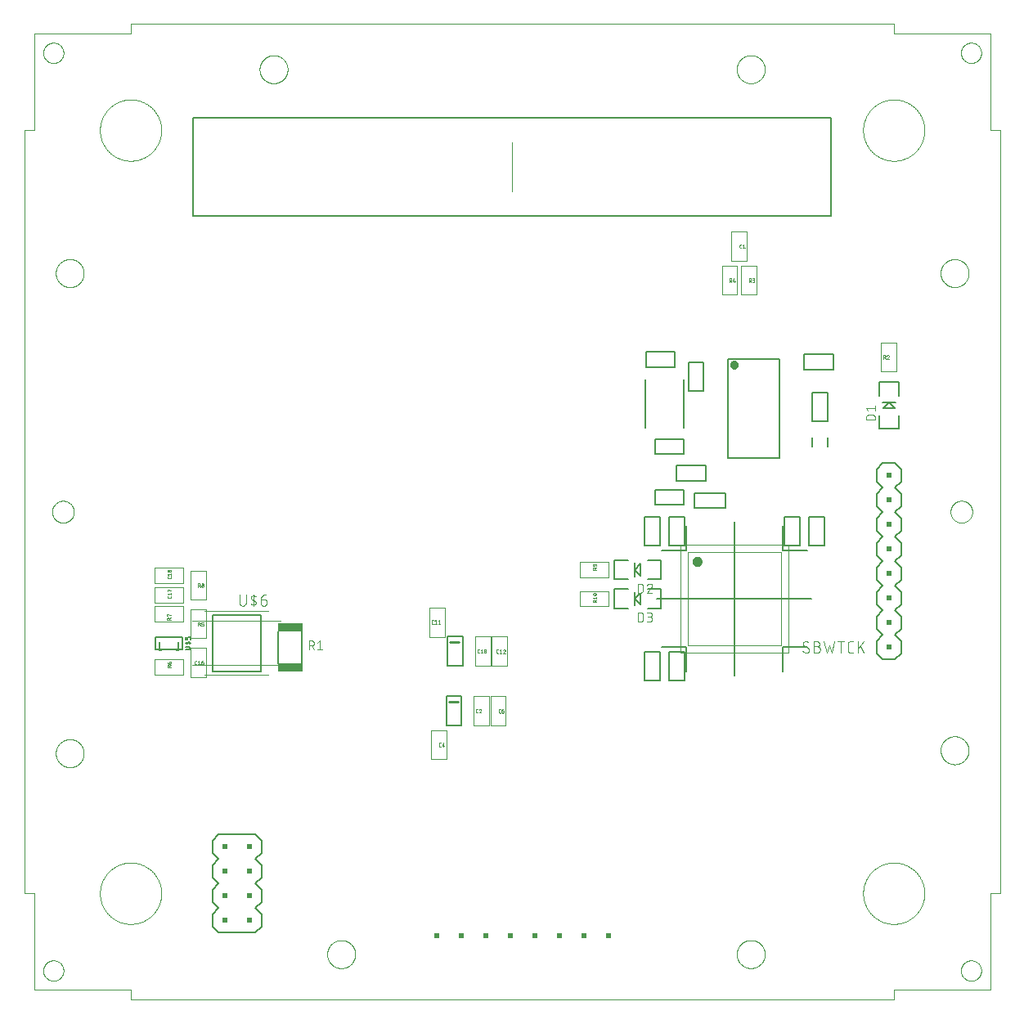
<source format=gto>
G75*
%MOIN*%
%OFA0B0*%
%FSLAX25Y25*%
%IPPOS*%
%LPD*%
%AMOC8*
5,1,8,0,0,1.08239X$1,22.5*
%
%ADD10C,0.00004*%
%ADD11C,0.00800*%
%ADD12C,0.00000*%
%ADD13R,0.02000X0.02000*%
%ADD14C,0.00600*%
%ADD15C,0.00500*%
%ADD16C,0.00900*%
%ADD17C,0.00100*%
%ADD18C,0.00200*%
%ADD19C,0.00400*%
%ADD20C,0.00300*%
%ADD21R,0.10433X0.03346*%
%ADD22C,0.02000*%
%ADD23C,0.00787*%
%ADD24C,0.01969*%
D10*
X0007306Y0019117D02*
X0046676Y0019117D01*
X0046676Y0015180D01*
X0357699Y0015180D01*
X0357699Y0019117D01*
X0397069Y0019117D01*
X0397069Y0058487D01*
X0401006Y0058487D01*
X0401006Y0369510D01*
X0397069Y0369510D01*
X0397069Y0408880D01*
X0357699Y0408880D01*
X0357699Y0412817D01*
X0046676Y0412817D01*
X0046676Y0408880D01*
X0007306Y0408880D01*
X0007306Y0369510D01*
X0003369Y0369510D01*
X0003369Y0058487D01*
X0007306Y0058487D01*
X0007306Y0019117D01*
X0011046Y0026991D02*
X0011048Y0027119D01*
X0011054Y0027247D01*
X0011064Y0027374D01*
X0011078Y0027502D01*
X0011095Y0027628D01*
X0011117Y0027754D01*
X0011143Y0027880D01*
X0011172Y0028004D01*
X0011205Y0028128D01*
X0011242Y0028250D01*
X0011283Y0028371D01*
X0011328Y0028491D01*
X0011376Y0028610D01*
X0011428Y0028727D01*
X0011484Y0028842D01*
X0011543Y0028956D01*
X0011605Y0029067D01*
X0011671Y0029177D01*
X0011740Y0029284D01*
X0011813Y0029390D01*
X0011889Y0029493D01*
X0011968Y0029593D01*
X0012050Y0029692D01*
X0012135Y0029787D01*
X0012223Y0029880D01*
X0012314Y0029970D01*
X0012407Y0030057D01*
X0012504Y0030142D01*
X0012602Y0030223D01*
X0012704Y0030301D01*
X0012807Y0030376D01*
X0012913Y0030448D01*
X0013021Y0030517D01*
X0013131Y0030582D01*
X0013244Y0030643D01*
X0013358Y0030702D01*
X0013473Y0030756D01*
X0013591Y0030807D01*
X0013709Y0030855D01*
X0013830Y0030898D01*
X0013951Y0030938D01*
X0014074Y0030974D01*
X0014198Y0031007D01*
X0014323Y0031035D01*
X0014448Y0031060D01*
X0014574Y0031080D01*
X0014701Y0031097D01*
X0014829Y0031110D01*
X0014956Y0031119D01*
X0015084Y0031124D01*
X0015212Y0031125D01*
X0015340Y0031122D01*
X0015468Y0031115D01*
X0015595Y0031104D01*
X0015722Y0031089D01*
X0015849Y0031071D01*
X0015975Y0031048D01*
X0016100Y0031021D01*
X0016224Y0030991D01*
X0016347Y0030957D01*
X0016470Y0030919D01*
X0016591Y0030877D01*
X0016710Y0030831D01*
X0016828Y0030782D01*
X0016945Y0030729D01*
X0017060Y0030673D01*
X0017173Y0030613D01*
X0017284Y0030550D01*
X0017393Y0030483D01*
X0017500Y0030413D01*
X0017605Y0030339D01*
X0017707Y0030263D01*
X0017807Y0030183D01*
X0017905Y0030100D01*
X0018000Y0030014D01*
X0018092Y0029925D01*
X0018181Y0029834D01*
X0018268Y0029740D01*
X0018351Y0029643D01*
X0018432Y0029543D01*
X0018509Y0029442D01*
X0018584Y0029337D01*
X0018655Y0029231D01*
X0018722Y0029122D01*
X0018787Y0029012D01*
X0018847Y0028899D01*
X0018905Y0028785D01*
X0018958Y0028669D01*
X0019008Y0028551D01*
X0019055Y0028432D01*
X0019098Y0028311D01*
X0019137Y0028189D01*
X0019172Y0028066D01*
X0019203Y0027942D01*
X0019231Y0027817D01*
X0019254Y0027691D01*
X0019274Y0027565D01*
X0019290Y0027438D01*
X0019302Y0027311D01*
X0019310Y0027183D01*
X0019314Y0027055D01*
X0019314Y0026927D01*
X0019310Y0026799D01*
X0019302Y0026671D01*
X0019290Y0026544D01*
X0019274Y0026417D01*
X0019254Y0026291D01*
X0019231Y0026165D01*
X0019203Y0026040D01*
X0019172Y0025916D01*
X0019137Y0025793D01*
X0019098Y0025671D01*
X0019055Y0025550D01*
X0019008Y0025431D01*
X0018958Y0025313D01*
X0018905Y0025197D01*
X0018847Y0025083D01*
X0018787Y0024970D01*
X0018722Y0024860D01*
X0018655Y0024751D01*
X0018584Y0024645D01*
X0018509Y0024540D01*
X0018432Y0024439D01*
X0018351Y0024339D01*
X0018268Y0024242D01*
X0018181Y0024148D01*
X0018092Y0024057D01*
X0018000Y0023968D01*
X0017905Y0023882D01*
X0017807Y0023799D01*
X0017707Y0023719D01*
X0017605Y0023643D01*
X0017500Y0023569D01*
X0017393Y0023499D01*
X0017284Y0023432D01*
X0017173Y0023369D01*
X0017060Y0023309D01*
X0016945Y0023253D01*
X0016828Y0023200D01*
X0016710Y0023151D01*
X0016591Y0023105D01*
X0016470Y0023063D01*
X0016347Y0023025D01*
X0016224Y0022991D01*
X0016100Y0022961D01*
X0015975Y0022934D01*
X0015849Y0022911D01*
X0015722Y0022893D01*
X0015595Y0022878D01*
X0015468Y0022867D01*
X0015340Y0022860D01*
X0015212Y0022857D01*
X0015084Y0022858D01*
X0014956Y0022863D01*
X0014829Y0022872D01*
X0014701Y0022885D01*
X0014574Y0022902D01*
X0014448Y0022922D01*
X0014323Y0022947D01*
X0014198Y0022975D01*
X0014074Y0023008D01*
X0013951Y0023044D01*
X0013830Y0023084D01*
X0013709Y0023127D01*
X0013591Y0023175D01*
X0013473Y0023226D01*
X0013358Y0023280D01*
X0013244Y0023339D01*
X0013131Y0023400D01*
X0013021Y0023465D01*
X0012913Y0023534D01*
X0012807Y0023606D01*
X0012704Y0023681D01*
X0012602Y0023759D01*
X0012504Y0023840D01*
X0012407Y0023925D01*
X0012314Y0024012D01*
X0012223Y0024102D01*
X0012135Y0024195D01*
X0012050Y0024290D01*
X0011968Y0024389D01*
X0011889Y0024489D01*
X0011813Y0024592D01*
X0011740Y0024698D01*
X0011671Y0024805D01*
X0011605Y0024915D01*
X0011543Y0025026D01*
X0011484Y0025140D01*
X0011428Y0025255D01*
X0011376Y0025372D01*
X0011328Y0025491D01*
X0011283Y0025611D01*
X0011242Y0025732D01*
X0011205Y0025854D01*
X0011172Y0025978D01*
X0011143Y0026102D01*
X0011117Y0026228D01*
X0011095Y0026354D01*
X0011078Y0026480D01*
X0011064Y0026608D01*
X0011054Y0026735D01*
X0011048Y0026863D01*
X0011046Y0026991D01*
X0034176Y0058487D02*
X0034180Y0058794D01*
X0034191Y0059100D01*
X0034210Y0059407D01*
X0034236Y0059712D01*
X0034270Y0060017D01*
X0034311Y0060321D01*
X0034360Y0060624D01*
X0034416Y0060926D01*
X0034480Y0061226D01*
X0034551Y0061524D01*
X0034629Y0061821D01*
X0034714Y0062116D01*
X0034807Y0062408D01*
X0034907Y0062698D01*
X0035014Y0062986D01*
X0035128Y0063271D01*
X0035248Y0063553D01*
X0035376Y0063831D01*
X0035511Y0064107D01*
X0035652Y0064379D01*
X0035800Y0064648D01*
X0035954Y0064913D01*
X0036115Y0065174D01*
X0036283Y0065432D01*
X0036456Y0065685D01*
X0036636Y0065933D01*
X0036822Y0066177D01*
X0037013Y0066417D01*
X0037211Y0066652D01*
X0037414Y0066881D01*
X0037623Y0067106D01*
X0037837Y0067326D01*
X0038057Y0067540D01*
X0038282Y0067749D01*
X0038511Y0067952D01*
X0038746Y0068150D01*
X0038986Y0068341D01*
X0039230Y0068527D01*
X0039478Y0068707D01*
X0039731Y0068880D01*
X0039989Y0069048D01*
X0040250Y0069209D01*
X0040515Y0069363D01*
X0040784Y0069511D01*
X0041056Y0069652D01*
X0041332Y0069787D01*
X0041610Y0069915D01*
X0041892Y0070035D01*
X0042177Y0070149D01*
X0042465Y0070256D01*
X0042755Y0070356D01*
X0043047Y0070449D01*
X0043342Y0070534D01*
X0043639Y0070612D01*
X0043937Y0070683D01*
X0044237Y0070747D01*
X0044539Y0070803D01*
X0044842Y0070852D01*
X0045146Y0070893D01*
X0045451Y0070927D01*
X0045756Y0070953D01*
X0046063Y0070972D01*
X0046369Y0070983D01*
X0046676Y0070987D01*
X0046983Y0070983D01*
X0047289Y0070972D01*
X0047596Y0070953D01*
X0047901Y0070927D01*
X0048206Y0070893D01*
X0048510Y0070852D01*
X0048813Y0070803D01*
X0049115Y0070747D01*
X0049415Y0070683D01*
X0049713Y0070612D01*
X0050010Y0070534D01*
X0050305Y0070449D01*
X0050597Y0070356D01*
X0050887Y0070256D01*
X0051175Y0070149D01*
X0051460Y0070035D01*
X0051742Y0069915D01*
X0052020Y0069787D01*
X0052296Y0069652D01*
X0052568Y0069511D01*
X0052837Y0069363D01*
X0053102Y0069209D01*
X0053363Y0069048D01*
X0053621Y0068880D01*
X0053874Y0068707D01*
X0054122Y0068527D01*
X0054366Y0068341D01*
X0054606Y0068150D01*
X0054841Y0067952D01*
X0055070Y0067749D01*
X0055295Y0067540D01*
X0055515Y0067326D01*
X0055729Y0067106D01*
X0055938Y0066881D01*
X0056141Y0066652D01*
X0056339Y0066417D01*
X0056530Y0066177D01*
X0056716Y0065933D01*
X0056896Y0065685D01*
X0057069Y0065432D01*
X0057237Y0065174D01*
X0057398Y0064913D01*
X0057552Y0064648D01*
X0057700Y0064379D01*
X0057841Y0064107D01*
X0057976Y0063831D01*
X0058104Y0063553D01*
X0058224Y0063271D01*
X0058338Y0062986D01*
X0058445Y0062698D01*
X0058545Y0062408D01*
X0058638Y0062116D01*
X0058723Y0061821D01*
X0058801Y0061524D01*
X0058872Y0061226D01*
X0058936Y0060926D01*
X0058992Y0060624D01*
X0059041Y0060321D01*
X0059082Y0060017D01*
X0059116Y0059712D01*
X0059142Y0059407D01*
X0059161Y0059100D01*
X0059172Y0058794D01*
X0059176Y0058487D01*
X0059172Y0058180D01*
X0059161Y0057874D01*
X0059142Y0057567D01*
X0059116Y0057262D01*
X0059082Y0056957D01*
X0059041Y0056653D01*
X0058992Y0056350D01*
X0058936Y0056048D01*
X0058872Y0055748D01*
X0058801Y0055450D01*
X0058723Y0055153D01*
X0058638Y0054858D01*
X0058545Y0054566D01*
X0058445Y0054276D01*
X0058338Y0053988D01*
X0058224Y0053703D01*
X0058104Y0053421D01*
X0057976Y0053143D01*
X0057841Y0052867D01*
X0057700Y0052595D01*
X0057552Y0052326D01*
X0057398Y0052061D01*
X0057237Y0051800D01*
X0057069Y0051542D01*
X0056896Y0051289D01*
X0056716Y0051041D01*
X0056530Y0050797D01*
X0056339Y0050557D01*
X0056141Y0050322D01*
X0055938Y0050093D01*
X0055729Y0049868D01*
X0055515Y0049648D01*
X0055295Y0049434D01*
X0055070Y0049225D01*
X0054841Y0049022D01*
X0054606Y0048824D01*
X0054366Y0048633D01*
X0054122Y0048447D01*
X0053874Y0048267D01*
X0053621Y0048094D01*
X0053363Y0047926D01*
X0053102Y0047765D01*
X0052837Y0047611D01*
X0052568Y0047463D01*
X0052296Y0047322D01*
X0052020Y0047187D01*
X0051742Y0047059D01*
X0051460Y0046939D01*
X0051175Y0046825D01*
X0050887Y0046718D01*
X0050597Y0046618D01*
X0050305Y0046525D01*
X0050010Y0046440D01*
X0049713Y0046362D01*
X0049415Y0046291D01*
X0049115Y0046227D01*
X0048813Y0046171D01*
X0048510Y0046122D01*
X0048206Y0046081D01*
X0047901Y0046047D01*
X0047596Y0046021D01*
X0047289Y0046002D01*
X0046983Y0045991D01*
X0046676Y0045987D01*
X0046369Y0045991D01*
X0046063Y0046002D01*
X0045756Y0046021D01*
X0045451Y0046047D01*
X0045146Y0046081D01*
X0044842Y0046122D01*
X0044539Y0046171D01*
X0044237Y0046227D01*
X0043937Y0046291D01*
X0043639Y0046362D01*
X0043342Y0046440D01*
X0043047Y0046525D01*
X0042755Y0046618D01*
X0042465Y0046718D01*
X0042177Y0046825D01*
X0041892Y0046939D01*
X0041610Y0047059D01*
X0041332Y0047187D01*
X0041056Y0047322D01*
X0040784Y0047463D01*
X0040515Y0047611D01*
X0040250Y0047765D01*
X0039989Y0047926D01*
X0039731Y0048094D01*
X0039478Y0048267D01*
X0039230Y0048447D01*
X0038986Y0048633D01*
X0038746Y0048824D01*
X0038511Y0049022D01*
X0038282Y0049225D01*
X0038057Y0049434D01*
X0037837Y0049648D01*
X0037623Y0049868D01*
X0037414Y0050093D01*
X0037211Y0050322D01*
X0037013Y0050557D01*
X0036822Y0050797D01*
X0036636Y0051041D01*
X0036456Y0051289D01*
X0036283Y0051542D01*
X0036115Y0051800D01*
X0035954Y0052061D01*
X0035800Y0052326D01*
X0035652Y0052595D01*
X0035511Y0052867D01*
X0035376Y0053143D01*
X0035248Y0053421D01*
X0035128Y0053703D01*
X0035014Y0053988D01*
X0034907Y0054276D01*
X0034807Y0054566D01*
X0034714Y0054858D01*
X0034629Y0055153D01*
X0034551Y0055450D01*
X0034480Y0055748D01*
X0034416Y0056048D01*
X0034360Y0056350D01*
X0034311Y0056653D01*
X0034270Y0056957D01*
X0034236Y0057262D01*
X0034210Y0057567D01*
X0034191Y0057874D01*
X0034180Y0058180D01*
X0034176Y0058487D01*
X0016163Y0115573D02*
X0016165Y0115724D01*
X0016171Y0115874D01*
X0016181Y0116025D01*
X0016195Y0116175D01*
X0016213Y0116324D01*
X0016234Y0116474D01*
X0016260Y0116622D01*
X0016290Y0116770D01*
X0016323Y0116917D01*
X0016361Y0117063D01*
X0016402Y0117208D01*
X0016447Y0117352D01*
X0016496Y0117494D01*
X0016549Y0117635D01*
X0016605Y0117775D01*
X0016665Y0117913D01*
X0016728Y0118050D01*
X0016796Y0118185D01*
X0016866Y0118318D01*
X0016940Y0118449D01*
X0017018Y0118578D01*
X0017099Y0118705D01*
X0017183Y0118830D01*
X0017271Y0118953D01*
X0017362Y0119073D01*
X0017456Y0119191D01*
X0017553Y0119306D01*
X0017653Y0119419D01*
X0017756Y0119529D01*
X0017862Y0119636D01*
X0017971Y0119741D01*
X0018082Y0119842D01*
X0018196Y0119941D01*
X0018312Y0120036D01*
X0018432Y0120129D01*
X0018553Y0120218D01*
X0018677Y0120304D01*
X0018803Y0120387D01*
X0018931Y0120466D01*
X0019061Y0120542D01*
X0019193Y0120615D01*
X0019327Y0120683D01*
X0019463Y0120749D01*
X0019601Y0120811D01*
X0019740Y0120869D01*
X0019880Y0120923D01*
X0020022Y0120974D01*
X0020165Y0121021D01*
X0020310Y0121064D01*
X0020455Y0121103D01*
X0020602Y0121139D01*
X0020749Y0121170D01*
X0020897Y0121198D01*
X0021046Y0121222D01*
X0021195Y0121242D01*
X0021345Y0121258D01*
X0021495Y0121270D01*
X0021646Y0121278D01*
X0021797Y0121282D01*
X0021947Y0121282D01*
X0022098Y0121278D01*
X0022249Y0121270D01*
X0022399Y0121258D01*
X0022549Y0121242D01*
X0022698Y0121222D01*
X0022847Y0121198D01*
X0022995Y0121170D01*
X0023142Y0121139D01*
X0023289Y0121103D01*
X0023434Y0121064D01*
X0023579Y0121021D01*
X0023722Y0120974D01*
X0023864Y0120923D01*
X0024004Y0120869D01*
X0024143Y0120811D01*
X0024281Y0120749D01*
X0024417Y0120683D01*
X0024551Y0120615D01*
X0024683Y0120542D01*
X0024813Y0120466D01*
X0024941Y0120387D01*
X0025067Y0120304D01*
X0025191Y0120218D01*
X0025312Y0120129D01*
X0025432Y0120036D01*
X0025548Y0119941D01*
X0025662Y0119842D01*
X0025773Y0119741D01*
X0025882Y0119636D01*
X0025988Y0119529D01*
X0026091Y0119419D01*
X0026191Y0119306D01*
X0026288Y0119191D01*
X0026382Y0119073D01*
X0026473Y0118953D01*
X0026561Y0118830D01*
X0026645Y0118705D01*
X0026726Y0118578D01*
X0026804Y0118449D01*
X0026878Y0118318D01*
X0026948Y0118185D01*
X0027016Y0118050D01*
X0027079Y0117913D01*
X0027139Y0117775D01*
X0027195Y0117635D01*
X0027248Y0117494D01*
X0027297Y0117352D01*
X0027342Y0117208D01*
X0027383Y0117063D01*
X0027421Y0116917D01*
X0027454Y0116770D01*
X0027484Y0116622D01*
X0027510Y0116474D01*
X0027531Y0116324D01*
X0027549Y0116175D01*
X0027563Y0116025D01*
X0027573Y0115874D01*
X0027579Y0115724D01*
X0027581Y0115573D01*
X0027579Y0115422D01*
X0027573Y0115272D01*
X0027563Y0115121D01*
X0027549Y0114971D01*
X0027531Y0114822D01*
X0027510Y0114672D01*
X0027484Y0114524D01*
X0027454Y0114376D01*
X0027421Y0114229D01*
X0027383Y0114083D01*
X0027342Y0113938D01*
X0027297Y0113794D01*
X0027248Y0113652D01*
X0027195Y0113511D01*
X0027139Y0113371D01*
X0027079Y0113233D01*
X0027016Y0113096D01*
X0026948Y0112961D01*
X0026878Y0112828D01*
X0026804Y0112697D01*
X0026726Y0112568D01*
X0026645Y0112441D01*
X0026561Y0112316D01*
X0026473Y0112193D01*
X0026382Y0112073D01*
X0026288Y0111955D01*
X0026191Y0111840D01*
X0026091Y0111727D01*
X0025988Y0111617D01*
X0025882Y0111510D01*
X0025773Y0111405D01*
X0025662Y0111304D01*
X0025548Y0111205D01*
X0025432Y0111110D01*
X0025312Y0111017D01*
X0025191Y0110928D01*
X0025067Y0110842D01*
X0024941Y0110759D01*
X0024813Y0110680D01*
X0024683Y0110604D01*
X0024551Y0110531D01*
X0024417Y0110463D01*
X0024281Y0110397D01*
X0024143Y0110335D01*
X0024004Y0110277D01*
X0023864Y0110223D01*
X0023722Y0110172D01*
X0023579Y0110125D01*
X0023434Y0110082D01*
X0023289Y0110043D01*
X0023142Y0110007D01*
X0022995Y0109976D01*
X0022847Y0109948D01*
X0022698Y0109924D01*
X0022549Y0109904D01*
X0022399Y0109888D01*
X0022249Y0109876D01*
X0022098Y0109868D01*
X0021947Y0109864D01*
X0021797Y0109864D01*
X0021646Y0109868D01*
X0021495Y0109876D01*
X0021345Y0109888D01*
X0021195Y0109904D01*
X0021046Y0109924D01*
X0020897Y0109948D01*
X0020749Y0109976D01*
X0020602Y0110007D01*
X0020455Y0110043D01*
X0020310Y0110082D01*
X0020165Y0110125D01*
X0020022Y0110172D01*
X0019880Y0110223D01*
X0019740Y0110277D01*
X0019601Y0110335D01*
X0019463Y0110397D01*
X0019327Y0110463D01*
X0019193Y0110531D01*
X0019061Y0110604D01*
X0018931Y0110680D01*
X0018803Y0110759D01*
X0018677Y0110842D01*
X0018553Y0110928D01*
X0018432Y0111017D01*
X0018312Y0111110D01*
X0018196Y0111205D01*
X0018082Y0111304D01*
X0017971Y0111405D01*
X0017862Y0111510D01*
X0017756Y0111617D01*
X0017653Y0111727D01*
X0017553Y0111840D01*
X0017456Y0111955D01*
X0017362Y0112073D01*
X0017271Y0112193D01*
X0017183Y0112316D01*
X0017099Y0112441D01*
X0017018Y0112568D01*
X0016940Y0112697D01*
X0016866Y0112828D01*
X0016796Y0112961D01*
X0016728Y0113096D01*
X0016665Y0113233D01*
X0016605Y0113371D01*
X0016549Y0113511D01*
X0016496Y0113652D01*
X0016447Y0113794D01*
X0016402Y0113938D01*
X0016361Y0114083D01*
X0016323Y0114229D01*
X0016290Y0114376D01*
X0016260Y0114524D01*
X0016234Y0114672D01*
X0016213Y0114822D01*
X0016195Y0114971D01*
X0016181Y0115121D01*
X0016171Y0115272D01*
X0016165Y0115422D01*
X0016163Y0115573D01*
X0014668Y0213998D02*
X0014670Y0214131D01*
X0014676Y0214264D01*
X0014686Y0214397D01*
X0014700Y0214529D01*
X0014718Y0214661D01*
X0014739Y0214792D01*
X0014765Y0214923D01*
X0014795Y0215053D01*
X0014828Y0215182D01*
X0014866Y0215309D01*
X0014907Y0215436D01*
X0014952Y0215561D01*
X0015000Y0215685D01*
X0015053Y0215808D01*
X0015109Y0215928D01*
X0015168Y0216047D01*
X0015231Y0216165D01*
X0015298Y0216280D01*
X0015368Y0216393D01*
X0015441Y0216504D01*
X0015518Y0216613D01*
X0015598Y0216720D01*
X0015681Y0216824D01*
X0015767Y0216925D01*
X0015856Y0217024D01*
X0015948Y0217120D01*
X0016042Y0217214D01*
X0016140Y0217304D01*
X0016240Y0217392D01*
X0016343Y0217476D01*
X0016448Y0217558D01*
X0016556Y0217636D01*
X0016666Y0217711D01*
X0016778Y0217783D01*
X0016893Y0217851D01*
X0017009Y0217916D01*
X0017127Y0217977D01*
X0017247Y0218035D01*
X0017368Y0218089D01*
X0017492Y0218139D01*
X0017616Y0218186D01*
X0017742Y0218229D01*
X0017869Y0218268D01*
X0017998Y0218304D01*
X0018127Y0218335D01*
X0018257Y0218363D01*
X0018388Y0218387D01*
X0018520Y0218407D01*
X0018652Y0218423D01*
X0018785Y0218435D01*
X0018917Y0218443D01*
X0019050Y0218447D01*
X0019184Y0218447D01*
X0019317Y0218443D01*
X0019449Y0218435D01*
X0019582Y0218423D01*
X0019714Y0218407D01*
X0019846Y0218387D01*
X0019977Y0218363D01*
X0020107Y0218335D01*
X0020236Y0218304D01*
X0020365Y0218268D01*
X0020492Y0218229D01*
X0020618Y0218186D01*
X0020742Y0218139D01*
X0020866Y0218089D01*
X0020987Y0218035D01*
X0021107Y0217977D01*
X0021225Y0217916D01*
X0021342Y0217851D01*
X0021456Y0217783D01*
X0021568Y0217711D01*
X0021678Y0217636D01*
X0021786Y0217558D01*
X0021891Y0217476D01*
X0021994Y0217392D01*
X0022094Y0217304D01*
X0022192Y0217214D01*
X0022286Y0217120D01*
X0022378Y0217024D01*
X0022467Y0216925D01*
X0022553Y0216824D01*
X0022636Y0216720D01*
X0022716Y0216613D01*
X0022793Y0216504D01*
X0022866Y0216393D01*
X0022936Y0216280D01*
X0023003Y0216165D01*
X0023066Y0216047D01*
X0023125Y0215928D01*
X0023181Y0215808D01*
X0023234Y0215685D01*
X0023282Y0215561D01*
X0023327Y0215436D01*
X0023368Y0215309D01*
X0023406Y0215182D01*
X0023439Y0215053D01*
X0023469Y0214923D01*
X0023495Y0214792D01*
X0023516Y0214661D01*
X0023534Y0214529D01*
X0023548Y0214397D01*
X0023558Y0214264D01*
X0023564Y0214131D01*
X0023566Y0213998D01*
X0023564Y0213865D01*
X0023558Y0213732D01*
X0023548Y0213599D01*
X0023534Y0213467D01*
X0023516Y0213335D01*
X0023495Y0213204D01*
X0023469Y0213073D01*
X0023439Y0212943D01*
X0023406Y0212814D01*
X0023368Y0212687D01*
X0023327Y0212560D01*
X0023282Y0212435D01*
X0023234Y0212311D01*
X0023181Y0212188D01*
X0023125Y0212068D01*
X0023066Y0211949D01*
X0023003Y0211831D01*
X0022936Y0211716D01*
X0022866Y0211603D01*
X0022793Y0211492D01*
X0022716Y0211383D01*
X0022636Y0211276D01*
X0022553Y0211172D01*
X0022467Y0211071D01*
X0022378Y0210972D01*
X0022286Y0210876D01*
X0022192Y0210782D01*
X0022094Y0210692D01*
X0021994Y0210604D01*
X0021891Y0210520D01*
X0021786Y0210438D01*
X0021678Y0210360D01*
X0021568Y0210285D01*
X0021456Y0210213D01*
X0021341Y0210145D01*
X0021225Y0210080D01*
X0021107Y0210019D01*
X0020987Y0209961D01*
X0020866Y0209907D01*
X0020742Y0209857D01*
X0020618Y0209810D01*
X0020492Y0209767D01*
X0020365Y0209728D01*
X0020236Y0209692D01*
X0020107Y0209661D01*
X0019977Y0209633D01*
X0019846Y0209609D01*
X0019714Y0209589D01*
X0019582Y0209573D01*
X0019449Y0209561D01*
X0019317Y0209553D01*
X0019184Y0209549D01*
X0019050Y0209549D01*
X0018917Y0209553D01*
X0018785Y0209561D01*
X0018652Y0209573D01*
X0018520Y0209589D01*
X0018388Y0209609D01*
X0018257Y0209633D01*
X0018127Y0209661D01*
X0017998Y0209692D01*
X0017869Y0209728D01*
X0017742Y0209767D01*
X0017616Y0209810D01*
X0017492Y0209857D01*
X0017368Y0209907D01*
X0017247Y0209961D01*
X0017127Y0210019D01*
X0017009Y0210080D01*
X0016892Y0210145D01*
X0016778Y0210213D01*
X0016666Y0210285D01*
X0016556Y0210360D01*
X0016448Y0210438D01*
X0016343Y0210520D01*
X0016240Y0210604D01*
X0016140Y0210692D01*
X0016042Y0210782D01*
X0015948Y0210876D01*
X0015856Y0210972D01*
X0015767Y0211071D01*
X0015681Y0211172D01*
X0015598Y0211276D01*
X0015518Y0211383D01*
X0015441Y0211492D01*
X0015368Y0211603D01*
X0015298Y0211716D01*
X0015231Y0211831D01*
X0015168Y0211949D01*
X0015109Y0212068D01*
X0015053Y0212188D01*
X0015000Y0212311D01*
X0014952Y0212435D01*
X0014907Y0212560D01*
X0014866Y0212687D01*
X0014828Y0212814D01*
X0014795Y0212943D01*
X0014765Y0213073D01*
X0014739Y0213204D01*
X0014718Y0213335D01*
X0014700Y0213467D01*
X0014686Y0213599D01*
X0014676Y0213732D01*
X0014670Y0213865D01*
X0014668Y0213998D01*
X0016163Y0311243D02*
X0016165Y0311394D01*
X0016171Y0311544D01*
X0016181Y0311695D01*
X0016195Y0311845D01*
X0016213Y0311994D01*
X0016234Y0312144D01*
X0016260Y0312292D01*
X0016290Y0312440D01*
X0016323Y0312587D01*
X0016361Y0312733D01*
X0016402Y0312878D01*
X0016447Y0313022D01*
X0016496Y0313164D01*
X0016549Y0313305D01*
X0016605Y0313445D01*
X0016665Y0313583D01*
X0016728Y0313720D01*
X0016796Y0313855D01*
X0016866Y0313988D01*
X0016940Y0314119D01*
X0017018Y0314248D01*
X0017099Y0314375D01*
X0017183Y0314500D01*
X0017271Y0314623D01*
X0017362Y0314743D01*
X0017456Y0314861D01*
X0017553Y0314976D01*
X0017653Y0315089D01*
X0017756Y0315199D01*
X0017862Y0315306D01*
X0017971Y0315411D01*
X0018082Y0315512D01*
X0018196Y0315611D01*
X0018312Y0315706D01*
X0018432Y0315799D01*
X0018553Y0315888D01*
X0018677Y0315974D01*
X0018803Y0316057D01*
X0018931Y0316136D01*
X0019061Y0316212D01*
X0019193Y0316285D01*
X0019327Y0316353D01*
X0019463Y0316419D01*
X0019601Y0316481D01*
X0019740Y0316539D01*
X0019880Y0316593D01*
X0020022Y0316644D01*
X0020165Y0316691D01*
X0020310Y0316734D01*
X0020455Y0316773D01*
X0020602Y0316809D01*
X0020749Y0316840D01*
X0020897Y0316868D01*
X0021046Y0316892D01*
X0021195Y0316912D01*
X0021345Y0316928D01*
X0021495Y0316940D01*
X0021646Y0316948D01*
X0021797Y0316952D01*
X0021947Y0316952D01*
X0022098Y0316948D01*
X0022249Y0316940D01*
X0022399Y0316928D01*
X0022549Y0316912D01*
X0022698Y0316892D01*
X0022847Y0316868D01*
X0022995Y0316840D01*
X0023142Y0316809D01*
X0023289Y0316773D01*
X0023434Y0316734D01*
X0023579Y0316691D01*
X0023722Y0316644D01*
X0023864Y0316593D01*
X0024004Y0316539D01*
X0024143Y0316481D01*
X0024281Y0316419D01*
X0024417Y0316353D01*
X0024551Y0316285D01*
X0024683Y0316212D01*
X0024813Y0316136D01*
X0024941Y0316057D01*
X0025067Y0315974D01*
X0025191Y0315888D01*
X0025312Y0315799D01*
X0025432Y0315706D01*
X0025548Y0315611D01*
X0025662Y0315512D01*
X0025773Y0315411D01*
X0025882Y0315306D01*
X0025988Y0315199D01*
X0026091Y0315089D01*
X0026191Y0314976D01*
X0026288Y0314861D01*
X0026382Y0314743D01*
X0026473Y0314623D01*
X0026561Y0314500D01*
X0026645Y0314375D01*
X0026726Y0314248D01*
X0026804Y0314119D01*
X0026878Y0313988D01*
X0026948Y0313855D01*
X0027016Y0313720D01*
X0027079Y0313583D01*
X0027139Y0313445D01*
X0027195Y0313305D01*
X0027248Y0313164D01*
X0027297Y0313022D01*
X0027342Y0312878D01*
X0027383Y0312733D01*
X0027421Y0312587D01*
X0027454Y0312440D01*
X0027484Y0312292D01*
X0027510Y0312144D01*
X0027531Y0311994D01*
X0027549Y0311845D01*
X0027563Y0311695D01*
X0027573Y0311544D01*
X0027579Y0311394D01*
X0027581Y0311243D01*
X0027579Y0311092D01*
X0027573Y0310942D01*
X0027563Y0310791D01*
X0027549Y0310641D01*
X0027531Y0310492D01*
X0027510Y0310342D01*
X0027484Y0310194D01*
X0027454Y0310046D01*
X0027421Y0309899D01*
X0027383Y0309753D01*
X0027342Y0309608D01*
X0027297Y0309464D01*
X0027248Y0309322D01*
X0027195Y0309181D01*
X0027139Y0309041D01*
X0027079Y0308903D01*
X0027016Y0308766D01*
X0026948Y0308631D01*
X0026878Y0308498D01*
X0026804Y0308367D01*
X0026726Y0308238D01*
X0026645Y0308111D01*
X0026561Y0307986D01*
X0026473Y0307863D01*
X0026382Y0307743D01*
X0026288Y0307625D01*
X0026191Y0307510D01*
X0026091Y0307397D01*
X0025988Y0307287D01*
X0025882Y0307180D01*
X0025773Y0307075D01*
X0025662Y0306974D01*
X0025548Y0306875D01*
X0025432Y0306780D01*
X0025312Y0306687D01*
X0025191Y0306598D01*
X0025067Y0306512D01*
X0024941Y0306429D01*
X0024813Y0306350D01*
X0024683Y0306274D01*
X0024551Y0306201D01*
X0024417Y0306133D01*
X0024281Y0306067D01*
X0024143Y0306005D01*
X0024004Y0305947D01*
X0023864Y0305893D01*
X0023722Y0305842D01*
X0023579Y0305795D01*
X0023434Y0305752D01*
X0023289Y0305713D01*
X0023142Y0305677D01*
X0022995Y0305646D01*
X0022847Y0305618D01*
X0022698Y0305594D01*
X0022549Y0305574D01*
X0022399Y0305558D01*
X0022249Y0305546D01*
X0022098Y0305538D01*
X0021947Y0305534D01*
X0021797Y0305534D01*
X0021646Y0305538D01*
X0021495Y0305546D01*
X0021345Y0305558D01*
X0021195Y0305574D01*
X0021046Y0305594D01*
X0020897Y0305618D01*
X0020749Y0305646D01*
X0020602Y0305677D01*
X0020455Y0305713D01*
X0020310Y0305752D01*
X0020165Y0305795D01*
X0020022Y0305842D01*
X0019880Y0305893D01*
X0019740Y0305947D01*
X0019601Y0306005D01*
X0019463Y0306067D01*
X0019327Y0306133D01*
X0019193Y0306201D01*
X0019061Y0306274D01*
X0018931Y0306350D01*
X0018803Y0306429D01*
X0018677Y0306512D01*
X0018553Y0306598D01*
X0018432Y0306687D01*
X0018312Y0306780D01*
X0018196Y0306875D01*
X0018082Y0306974D01*
X0017971Y0307075D01*
X0017862Y0307180D01*
X0017756Y0307287D01*
X0017653Y0307397D01*
X0017553Y0307510D01*
X0017456Y0307625D01*
X0017362Y0307743D01*
X0017271Y0307863D01*
X0017183Y0307986D01*
X0017099Y0308111D01*
X0017018Y0308238D01*
X0016940Y0308367D01*
X0016866Y0308498D01*
X0016796Y0308631D01*
X0016728Y0308766D01*
X0016665Y0308903D01*
X0016605Y0309041D01*
X0016549Y0309181D01*
X0016496Y0309322D01*
X0016447Y0309464D01*
X0016402Y0309608D01*
X0016361Y0309753D01*
X0016323Y0309899D01*
X0016290Y0310046D01*
X0016260Y0310194D01*
X0016234Y0310342D01*
X0016213Y0310492D01*
X0016195Y0310641D01*
X0016181Y0310791D01*
X0016171Y0310942D01*
X0016165Y0311092D01*
X0016163Y0311243D01*
X0034176Y0369510D02*
X0034180Y0369817D01*
X0034191Y0370123D01*
X0034210Y0370430D01*
X0034236Y0370735D01*
X0034270Y0371040D01*
X0034311Y0371344D01*
X0034360Y0371647D01*
X0034416Y0371949D01*
X0034480Y0372249D01*
X0034551Y0372547D01*
X0034629Y0372844D01*
X0034714Y0373139D01*
X0034807Y0373431D01*
X0034907Y0373721D01*
X0035014Y0374009D01*
X0035128Y0374294D01*
X0035248Y0374576D01*
X0035376Y0374854D01*
X0035511Y0375130D01*
X0035652Y0375402D01*
X0035800Y0375671D01*
X0035954Y0375936D01*
X0036115Y0376197D01*
X0036283Y0376455D01*
X0036456Y0376708D01*
X0036636Y0376956D01*
X0036822Y0377200D01*
X0037013Y0377440D01*
X0037211Y0377675D01*
X0037414Y0377904D01*
X0037623Y0378129D01*
X0037837Y0378349D01*
X0038057Y0378563D01*
X0038282Y0378772D01*
X0038511Y0378975D01*
X0038746Y0379173D01*
X0038986Y0379364D01*
X0039230Y0379550D01*
X0039478Y0379730D01*
X0039731Y0379903D01*
X0039989Y0380071D01*
X0040250Y0380232D01*
X0040515Y0380386D01*
X0040784Y0380534D01*
X0041056Y0380675D01*
X0041332Y0380810D01*
X0041610Y0380938D01*
X0041892Y0381058D01*
X0042177Y0381172D01*
X0042465Y0381279D01*
X0042755Y0381379D01*
X0043047Y0381472D01*
X0043342Y0381557D01*
X0043639Y0381635D01*
X0043937Y0381706D01*
X0044237Y0381770D01*
X0044539Y0381826D01*
X0044842Y0381875D01*
X0045146Y0381916D01*
X0045451Y0381950D01*
X0045756Y0381976D01*
X0046063Y0381995D01*
X0046369Y0382006D01*
X0046676Y0382010D01*
X0046983Y0382006D01*
X0047289Y0381995D01*
X0047596Y0381976D01*
X0047901Y0381950D01*
X0048206Y0381916D01*
X0048510Y0381875D01*
X0048813Y0381826D01*
X0049115Y0381770D01*
X0049415Y0381706D01*
X0049713Y0381635D01*
X0050010Y0381557D01*
X0050305Y0381472D01*
X0050597Y0381379D01*
X0050887Y0381279D01*
X0051175Y0381172D01*
X0051460Y0381058D01*
X0051742Y0380938D01*
X0052020Y0380810D01*
X0052296Y0380675D01*
X0052568Y0380534D01*
X0052837Y0380386D01*
X0053102Y0380232D01*
X0053363Y0380071D01*
X0053621Y0379903D01*
X0053874Y0379730D01*
X0054122Y0379550D01*
X0054366Y0379364D01*
X0054606Y0379173D01*
X0054841Y0378975D01*
X0055070Y0378772D01*
X0055295Y0378563D01*
X0055515Y0378349D01*
X0055729Y0378129D01*
X0055938Y0377904D01*
X0056141Y0377675D01*
X0056339Y0377440D01*
X0056530Y0377200D01*
X0056716Y0376956D01*
X0056896Y0376708D01*
X0057069Y0376455D01*
X0057237Y0376197D01*
X0057398Y0375936D01*
X0057552Y0375671D01*
X0057700Y0375402D01*
X0057841Y0375130D01*
X0057976Y0374854D01*
X0058104Y0374576D01*
X0058224Y0374294D01*
X0058338Y0374009D01*
X0058445Y0373721D01*
X0058545Y0373431D01*
X0058638Y0373139D01*
X0058723Y0372844D01*
X0058801Y0372547D01*
X0058872Y0372249D01*
X0058936Y0371949D01*
X0058992Y0371647D01*
X0059041Y0371344D01*
X0059082Y0371040D01*
X0059116Y0370735D01*
X0059142Y0370430D01*
X0059161Y0370123D01*
X0059172Y0369817D01*
X0059176Y0369510D01*
X0059172Y0369203D01*
X0059161Y0368897D01*
X0059142Y0368590D01*
X0059116Y0368285D01*
X0059082Y0367980D01*
X0059041Y0367676D01*
X0058992Y0367373D01*
X0058936Y0367071D01*
X0058872Y0366771D01*
X0058801Y0366473D01*
X0058723Y0366176D01*
X0058638Y0365881D01*
X0058545Y0365589D01*
X0058445Y0365299D01*
X0058338Y0365011D01*
X0058224Y0364726D01*
X0058104Y0364444D01*
X0057976Y0364166D01*
X0057841Y0363890D01*
X0057700Y0363618D01*
X0057552Y0363349D01*
X0057398Y0363084D01*
X0057237Y0362823D01*
X0057069Y0362565D01*
X0056896Y0362312D01*
X0056716Y0362064D01*
X0056530Y0361820D01*
X0056339Y0361580D01*
X0056141Y0361345D01*
X0055938Y0361116D01*
X0055729Y0360891D01*
X0055515Y0360671D01*
X0055295Y0360457D01*
X0055070Y0360248D01*
X0054841Y0360045D01*
X0054606Y0359847D01*
X0054366Y0359656D01*
X0054122Y0359470D01*
X0053874Y0359290D01*
X0053621Y0359117D01*
X0053363Y0358949D01*
X0053102Y0358788D01*
X0052837Y0358634D01*
X0052568Y0358486D01*
X0052296Y0358345D01*
X0052020Y0358210D01*
X0051742Y0358082D01*
X0051460Y0357962D01*
X0051175Y0357848D01*
X0050887Y0357741D01*
X0050597Y0357641D01*
X0050305Y0357548D01*
X0050010Y0357463D01*
X0049713Y0357385D01*
X0049415Y0357314D01*
X0049115Y0357250D01*
X0048813Y0357194D01*
X0048510Y0357145D01*
X0048206Y0357104D01*
X0047901Y0357070D01*
X0047596Y0357044D01*
X0047289Y0357025D01*
X0046983Y0357014D01*
X0046676Y0357010D01*
X0046369Y0357014D01*
X0046063Y0357025D01*
X0045756Y0357044D01*
X0045451Y0357070D01*
X0045146Y0357104D01*
X0044842Y0357145D01*
X0044539Y0357194D01*
X0044237Y0357250D01*
X0043937Y0357314D01*
X0043639Y0357385D01*
X0043342Y0357463D01*
X0043047Y0357548D01*
X0042755Y0357641D01*
X0042465Y0357741D01*
X0042177Y0357848D01*
X0041892Y0357962D01*
X0041610Y0358082D01*
X0041332Y0358210D01*
X0041056Y0358345D01*
X0040784Y0358486D01*
X0040515Y0358634D01*
X0040250Y0358788D01*
X0039989Y0358949D01*
X0039731Y0359117D01*
X0039478Y0359290D01*
X0039230Y0359470D01*
X0038986Y0359656D01*
X0038746Y0359847D01*
X0038511Y0360045D01*
X0038282Y0360248D01*
X0038057Y0360457D01*
X0037837Y0360671D01*
X0037623Y0360891D01*
X0037414Y0361116D01*
X0037211Y0361345D01*
X0037013Y0361580D01*
X0036822Y0361820D01*
X0036636Y0362064D01*
X0036456Y0362312D01*
X0036283Y0362565D01*
X0036115Y0362823D01*
X0035954Y0363084D01*
X0035800Y0363349D01*
X0035652Y0363618D01*
X0035511Y0363890D01*
X0035376Y0364166D01*
X0035248Y0364444D01*
X0035128Y0364726D01*
X0035014Y0365011D01*
X0034907Y0365299D01*
X0034807Y0365589D01*
X0034714Y0365881D01*
X0034629Y0366176D01*
X0034551Y0366473D01*
X0034480Y0366771D01*
X0034416Y0367071D01*
X0034360Y0367373D01*
X0034311Y0367676D01*
X0034270Y0367980D01*
X0034236Y0368285D01*
X0034210Y0368590D01*
X0034191Y0368897D01*
X0034180Y0369203D01*
X0034176Y0369510D01*
X0011046Y0401006D02*
X0011048Y0401134D01*
X0011054Y0401262D01*
X0011064Y0401389D01*
X0011078Y0401517D01*
X0011095Y0401643D01*
X0011117Y0401769D01*
X0011143Y0401895D01*
X0011172Y0402019D01*
X0011205Y0402143D01*
X0011242Y0402265D01*
X0011283Y0402386D01*
X0011328Y0402506D01*
X0011376Y0402625D01*
X0011428Y0402742D01*
X0011484Y0402857D01*
X0011543Y0402971D01*
X0011605Y0403082D01*
X0011671Y0403192D01*
X0011740Y0403299D01*
X0011813Y0403405D01*
X0011889Y0403508D01*
X0011968Y0403608D01*
X0012050Y0403707D01*
X0012135Y0403802D01*
X0012223Y0403895D01*
X0012314Y0403985D01*
X0012407Y0404072D01*
X0012504Y0404157D01*
X0012602Y0404238D01*
X0012704Y0404316D01*
X0012807Y0404391D01*
X0012913Y0404463D01*
X0013021Y0404532D01*
X0013131Y0404597D01*
X0013244Y0404658D01*
X0013358Y0404717D01*
X0013473Y0404771D01*
X0013591Y0404822D01*
X0013709Y0404870D01*
X0013830Y0404913D01*
X0013951Y0404953D01*
X0014074Y0404989D01*
X0014198Y0405022D01*
X0014323Y0405050D01*
X0014448Y0405075D01*
X0014574Y0405095D01*
X0014701Y0405112D01*
X0014829Y0405125D01*
X0014956Y0405134D01*
X0015084Y0405139D01*
X0015212Y0405140D01*
X0015340Y0405137D01*
X0015468Y0405130D01*
X0015595Y0405119D01*
X0015722Y0405104D01*
X0015849Y0405086D01*
X0015975Y0405063D01*
X0016100Y0405036D01*
X0016224Y0405006D01*
X0016347Y0404972D01*
X0016470Y0404934D01*
X0016591Y0404892D01*
X0016710Y0404846D01*
X0016828Y0404797D01*
X0016945Y0404744D01*
X0017060Y0404688D01*
X0017173Y0404628D01*
X0017284Y0404565D01*
X0017393Y0404498D01*
X0017500Y0404428D01*
X0017605Y0404354D01*
X0017707Y0404278D01*
X0017807Y0404198D01*
X0017905Y0404115D01*
X0018000Y0404029D01*
X0018092Y0403940D01*
X0018181Y0403849D01*
X0018268Y0403755D01*
X0018351Y0403658D01*
X0018432Y0403558D01*
X0018509Y0403457D01*
X0018584Y0403352D01*
X0018655Y0403246D01*
X0018722Y0403137D01*
X0018787Y0403027D01*
X0018847Y0402914D01*
X0018905Y0402800D01*
X0018958Y0402684D01*
X0019008Y0402566D01*
X0019055Y0402447D01*
X0019098Y0402326D01*
X0019137Y0402204D01*
X0019172Y0402081D01*
X0019203Y0401957D01*
X0019231Y0401832D01*
X0019254Y0401706D01*
X0019274Y0401580D01*
X0019290Y0401453D01*
X0019302Y0401326D01*
X0019310Y0401198D01*
X0019314Y0401070D01*
X0019314Y0400942D01*
X0019310Y0400814D01*
X0019302Y0400686D01*
X0019290Y0400559D01*
X0019274Y0400432D01*
X0019254Y0400306D01*
X0019231Y0400180D01*
X0019203Y0400055D01*
X0019172Y0399931D01*
X0019137Y0399808D01*
X0019098Y0399686D01*
X0019055Y0399565D01*
X0019008Y0399446D01*
X0018958Y0399328D01*
X0018905Y0399212D01*
X0018847Y0399098D01*
X0018787Y0398985D01*
X0018722Y0398875D01*
X0018655Y0398766D01*
X0018584Y0398660D01*
X0018509Y0398555D01*
X0018432Y0398454D01*
X0018351Y0398354D01*
X0018268Y0398257D01*
X0018181Y0398163D01*
X0018092Y0398072D01*
X0018000Y0397983D01*
X0017905Y0397897D01*
X0017807Y0397814D01*
X0017707Y0397734D01*
X0017605Y0397658D01*
X0017500Y0397584D01*
X0017393Y0397514D01*
X0017284Y0397447D01*
X0017173Y0397384D01*
X0017060Y0397324D01*
X0016945Y0397268D01*
X0016828Y0397215D01*
X0016710Y0397166D01*
X0016591Y0397120D01*
X0016470Y0397078D01*
X0016347Y0397040D01*
X0016224Y0397006D01*
X0016100Y0396976D01*
X0015975Y0396949D01*
X0015849Y0396926D01*
X0015722Y0396908D01*
X0015595Y0396893D01*
X0015468Y0396882D01*
X0015340Y0396875D01*
X0015212Y0396872D01*
X0015084Y0396873D01*
X0014956Y0396878D01*
X0014829Y0396887D01*
X0014701Y0396900D01*
X0014574Y0396917D01*
X0014448Y0396937D01*
X0014323Y0396962D01*
X0014198Y0396990D01*
X0014074Y0397023D01*
X0013951Y0397059D01*
X0013830Y0397099D01*
X0013709Y0397142D01*
X0013591Y0397190D01*
X0013473Y0397241D01*
X0013358Y0397295D01*
X0013244Y0397354D01*
X0013131Y0397415D01*
X0013021Y0397480D01*
X0012913Y0397549D01*
X0012807Y0397621D01*
X0012704Y0397696D01*
X0012602Y0397774D01*
X0012504Y0397855D01*
X0012407Y0397940D01*
X0012314Y0398027D01*
X0012223Y0398117D01*
X0012135Y0398210D01*
X0012050Y0398305D01*
X0011968Y0398404D01*
X0011889Y0398504D01*
X0011813Y0398607D01*
X0011740Y0398713D01*
X0011671Y0398820D01*
X0011605Y0398930D01*
X0011543Y0399041D01*
X0011484Y0399155D01*
X0011428Y0399270D01*
X0011376Y0399387D01*
X0011328Y0399506D01*
X0011283Y0399626D01*
X0011242Y0399747D01*
X0011205Y0399869D01*
X0011172Y0399993D01*
X0011143Y0400117D01*
X0011117Y0400243D01*
X0011095Y0400369D01*
X0011078Y0400495D01*
X0011064Y0400623D01*
X0011054Y0400750D01*
X0011048Y0400878D01*
X0011046Y0401006D01*
X0099234Y0394313D02*
X0099236Y0394464D01*
X0099242Y0394614D01*
X0099252Y0394765D01*
X0099266Y0394915D01*
X0099284Y0395064D01*
X0099305Y0395214D01*
X0099331Y0395362D01*
X0099361Y0395510D01*
X0099394Y0395657D01*
X0099432Y0395803D01*
X0099473Y0395948D01*
X0099518Y0396092D01*
X0099567Y0396234D01*
X0099620Y0396375D01*
X0099676Y0396515D01*
X0099736Y0396653D01*
X0099799Y0396790D01*
X0099867Y0396925D01*
X0099937Y0397058D01*
X0100011Y0397189D01*
X0100089Y0397318D01*
X0100170Y0397445D01*
X0100254Y0397570D01*
X0100342Y0397693D01*
X0100433Y0397813D01*
X0100527Y0397931D01*
X0100624Y0398046D01*
X0100724Y0398159D01*
X0100827Y0398269D01*
X0100933Y0398376D01*
X0101042Y0398481D01*
X0101153Y0398582D01*
X0101267Y0398681D01*
X0101383Y0398776D01*
X0101503Y0398869D01*
X0101624Y0398958D01*
X0101748Y0399044D01*
X0101874Y0399127D01*
X0102002Y0399206D01*
X0102132Y0399282D01*
X0102264Y0399355D01*
X0102398Y0399423D01*
X0102534Y0399489D01*
X0102672Y0399551D01*
X0102811Y0399609D01*
X0102951Y0399663D01*
X0103093Y0399714D01*
X0103236Y0399761D01*
X0103381Y0399804D01*
X0103526Y0399843D01*
X0103673Y0399879D01*
X0103820Y0399910D01*
X0103968Y0399938D01*
X0104117Y0399962D01*
X0104266Y0399982D01*
X0104416Y0399998D01*
X0104566Y0400010D01*
X0104717Y0400018D01*
X0104868Y0400022D01*
X0105018Y0400022D01*
X0105169Y0400018D01*
X0105320Y0400010D01*
X0105470Y0399998D01*
X0105620Y0399982D01*
X0105769Y0399962D01*
X0105918Y0399938D01*
X0106066Y0399910D01*
X0106213Y0399879D01*
X0106360Y0399843D01*
X0106505Y0399804D01*
X0106650Y0399761D01*
X0106793Y0399714D01*
X0106935Y0399663D01*
X0107075Y0399609D01*
X0107214Y0399551D01*
X0107352Y0399489D01*
X0107488Y0399423D01*
X0107622Y0399355D01*
X0107754Y0399282D01*
X0107884Y0399206D01*
X0108012Y0399127D01*
X0108138Y0399044D01*
X0108262Y0398958D01*
X0108383Y0398869D01*
X0108503Y0398776D01*
X0108619Y0398681D01*
X0108733Y0398582D01*
X0108844Y0398481D01*
X0108953Y0398376D01*
X0109059Y0398269D01*
X0109162Y0398159D01*
X0109262Y0398046D01*
X0109359Y0397931D01*
X0109453Y0397813D01*
X0109544Y0397693D01*
X0109632Y0397570D01*
X0109716Y0397445D01*
X0109797Y0397318D01*
X0109875Y0397189D01*
X0109949Y0397058D01*
X0110019Y0396925D01*
X0110087Y0396790D01*
X0110150Y0396653D01*
X0110210Y0396515D01*
X0110266Y0396375D01*
X0110319Y0396234D01*
X0110368Y0396092D01*
X0110413Y0395948D01*
X0110454Y0395803D01*
X0110492Y0395657D01*
X0110525Y0395510D01*
X0110555Y0395362D01*
X0110581Y0395214D01*
X0110602Y0395064D01*
X0110620Y0394915D01*
X0110634Y0394765D01*
X0110644Y0394614D01*
X0110650Y0394464D01*
X0110652Y0394313D01*
X0110650Y0394162D01*
X0110644Y0394012D01*
X0110634Y0393861D01*
X0110620Y0393711D01*
X0110602Y0393562D01*
X0110581Y0393412D01*
X0110555Y0393264D01*
X0110525Y0393116D01*
X0110492Y0392969D01*
X0110454Y0392823D01*
X0110413Y0392678D01*
X0110368Y0392534D01*
X0110319Y0392392D01*
X0110266Y0392251D01*
X0110210Y0392111D01*
X0110150Y0391973D01*
X0110087Y0391836D01*
X0110019Y0391701D01*
X0109949Y0391568D01*
X0109875Y0391437D01*
X0109797Y0391308D01*
X0109716Y0391181D01*
X0109632Y0391056D01*
X0109544Y0390933D01*
X0109453Y0390813D01*
X0109359Y0390695D01*
X0109262Y0390580D01*
X0109162Y0390467D01*
X0109059Y0390357D01*
X0108953Y0390250D01*
X0108844Y0390145D01*
X0108733Y0390044D01*
X0108619Y0389945D01*
X0108503Y0389850D01*
X0108383Y0389757D01*
X0108262Y0389668D01*
X0108138Y0389582D01*
X0108012Y0389499D01*
X0107884Y0389420D01*
X0107754Y0389344D01*
X0107622Y0389271D01*
X0107488Y0389203D01*
X0107352Y0389137D01*
X0107214Y0389075D01*
X0107075Y0389017D01*
X0106935Y0388963D01*
X0106793Y0388912D01*
X0106650Y0388865D01*
X0106505Y0388822D01*
X0106360Y0388783D01*
X0106213Y0388747D01*
X0106066Y0388716D01*
X0105918Y0388688D01*
X0105769Y0388664D01*
X0105620Y0388644D01*
X0105470Y0388628D01*
X0105320Y0388616D01*
X0105169Y0388608D01*
X0105018Y0388604D01*
X0104868Y0388604D01*
X0104717Y0388608D01*
X0104566Y0388616D01*
X0104416Y0388628D01*
X0104266Y0388644D01*
X0104117Y0388664D01*
X0103968Y0388688D01*
X0103820Y0388716D01*
X0103673Y0388747D01*
X0103526Y0388783D01*
X0103381Y0388822D01*
X0103236Y0388865D01*
X0103093Y0388912D01*
X0102951Y0388963D01*
X0102811Y0389017D01*
X0102672Y0389075D01*
X0102534Y0389137D01*
X0102398Y0389203D01*
X0102264Y0389271D01*
X0102132Y0389344D01*
X0102002Y0389420D01*
X0101874Y0389499D01*
X0101748Y0389582D01*
X0101624Y0389668D01*
X0101503Y0389757D01*
X0101383Y0389850D01*
X0101267Y0389945D01*
X0101153Y0390044D01*
X0101042Y0390145D01*
X0100933Y0390250D01*
X0100827Y0390357D01*
X0100724Y0390467D01*
X0100624Y0390580D01*
X0100527Y0390695D01*
X0100433Y0390813D01*
X0100342Y0390933D01*
X0100254Y0391056D01*
X0100170Y0391181D01*
X0100089Y0391308D01*
X0100011Y0391437D01*
X0099937Y0391568D01*
X0099867Y0391701D01*
X0099799Y0391836D01*
X0099736Y0391973D01*
X0099676Y0392111D01*
X0099620Y0392251D01*
X0099567Y0392392D01*
X0099518Y0392534D01*
X0099473Y0392678D01*
X0099432Y0392823D01*
X0099394Y0392969D01*
X0099361Y0393116D01*
X0099331Y0393264D01*
X0099305Y0393412D01*
X0099284Y0393562D01*
X0099266Y0393711D01*
X0099252Y0393861D01*
X0099242Y0394012D01*
X0099236Y0394162D01*
X0099234Y0394313D01*
X0293722Y0394313D02*
X0293724Y0394464D01*
X0293730Y0394614D01*
X0293740Y0394765D01*
X0293754Y0394915D01*
X0293772Y0395064D01*
X0293793Y0395214D01*
X0293819Y0395362D01*
X0293849Y0395510D01*
X0293882Y0395657D01*
X0293920Y0395803D01*
X0293961Y0395948D01*
X0294006Y0396092D01*
X0294055Y0396234D01*
X0294108Y0396375D01*
X0294164Y0396515D01*
X0294224Y0396653D01*
X0294287Y0396790D01*
X0294355Y0396925D01*
X0294425Y0397058D01*
X0294499Y0397189D01*
X0294577Y0397318D01*
X0294658Y0397445D01*
X0294742Y0397570D01*
X0294830Y0397693D01*
X0294921Y0397813D01*
X0295015Y0397931D01*
X0295112Y0398046D01*
X0295212Y0398159D01*
X0295315Y0398269D01*
X0295421Y0398376D01*
X0295530Y0398481D01*
X0295641Y0398582D01*
X0295755Y0398681D01*
X0295871Y0398776D01*
X0295991Y0398869D01*
X0296112Y0398958D01*
X0296236Y0399044D01*
X0296362Y0399127D01*
X0296490Y0399206D01*
X0296620Y0399282D01*
X0296752Y0399355D01*
X0296886Y0399423D01*
X0297022Y0399489D01*
X0297160Y0399551D01*
X0297299Y0399609D01*
X0297439Y0399663D01*
X0297581Y0399714D01*
X0297724Y0399761D01*
X0297869Y0399804D01*
X0298014Y0399843D01*
X0298161Y0399879D01*
X0298308Y0399910D01*
X0298456Y0399938D01*
X0298605Y0399962D01*
X0298754Y0399982D01*
X0298904Y0399998D01*
X0299054Y0400010D01*
X0299205Y0400018D01*
X0299356Y0400022D01*
X0299506Y0400022D01*
X0299657Y0400018D01*
X0299808Y0400010D01*
X0299958Y0399998D01*
X0300108Y0399982D01*
X0300257Y0399962D01*
X0300406Y0399938D01*
X0300554Y0399910D01*
X0300701Y0399879D01*
X0300848Y0399843D01*
X0300993Y0399804D01*
X0301138Y0399761D01*
X0301281Y0399714D01*
X0301423Y0399663D01*
X0301563Y0399609D01*
X0301702Y0399551D01*
X0301840Y0399489D01*
X0301976Y0399423D01*
X0302110Y0399355D01*
X0302242Y0399282D01*
X0302372Y0399206D01*
X0302500Y0399127D01*
X0302626Y0399044D01*
X0302750Y0398958D01*
X0302871Y0398869D01*
X0302991Y0398776D01*
X0303107Y0398681D01*
X0303221Y0398582D01*
X0303332Y0398481D01*
X0303441Y0398376D01*
X0303547Y0398269D01*
X0303650Y0398159D01*
X0303750Y0398046D01*
X0303847Y0397931D01*
X0303941Y0397813D01*
X0304032Y0397693D01*
X0304120Y0397570D01*
X0304204Y0397445D01*
X0304285Y0397318D01*
X0304363Y0397189D01*
X0304437Y0397058D01*
X0304507Y0396925D01*
X0304575Y0396790D01*
X0304638Y0396653D01*
X0304698Y0396515D01*
X0304754Y0396375D01*
X0304807Y0396234D01*
X0304856Y0396092D01*
X0304901Y0395948D01*
X0304942Y0395803D01*
X0304980Y0395657D01*
X0305013Y0395510D01*
X0305043Y0395362D01*
X0305069Y0395214D01*
X0305090Y0395064D01*
X0305108Y0394915D01*
X0305122Y0394765D01*
X0305132Y0394614D01*
X0305138Y0394464D01*
X0305140Y0394313D01*
X0305138Y0394162D01*
X0305132Y0394012D01*
X0305122Y0393861D01*
X0305108Y0393711D01*
X0305090Y0393562D01*
X0305069Y0393412D01*
X0305043Y0393264D01*
X0305013Y0393116D01*
X0304980Y0392969D01*
X0304942Y0392823D01*
X0304901Y0392678D01*
X0304856Y0392534D01*
X0304807Y0392392D01*
X0304754Y0392251D01*
X0304698Y0392111D01*
X0304638Y0391973D01*
X0304575Y0391836D01*
X0304507Y0391701D01*
X0304437Y0391568D01*
X0304363Y0391437D01*
X0304285Y0391308D01*
X0304204Y0391181D01*
X0304120Y0391056D01*
X0304032Y0390933D01*
X0303941Y0390813D01*
X0303847Y0390695D01*
X0303750Y0390580D01*
X0303650Y0390467D01*
X0303547Y0390357D01*
X0303441Y0390250D01*
X0303332Y0390145D01*
X0303221Y0390044D01*
X0303107Y0389945D01*
X0302991Y0389850D01*
X0302871Y0389757D01*
X0302750Y0389668D01*
X0302626Y0389582D01*
X0302500Y0389499D01*
X0302372Y0389420D01*
X0302242Y0389344D01*
X0302110Y0389271D01*
X0301976Y0389203D01*
X0301840Y0389137D01*
X0301702Y0389075D01*
X0301563Y0389017D01*
X0301423Y0388963D01*
X0301281Y0388912D01*
X0301138Y0388865D01*
X0300993Y0388822D01*
X0300848Y0388783D01*
X0300701Y0388747D01*
X0300554Y0388716D01*
X0300406Y0388688D01*
X0300257Y0388664D01*
X0300108Y0388644D01*
X0299958Y0388628D01*
X0299808Y0388616D01*
X0299657Y0388608D01*
X0299506Y0388604D01*
X0299356Y0388604D01*
X0299205Y0388608D01*
X0299054Y0388616D01*
X0298904Y0388628D01*
X0298754Y0388644D01*
X0298605Y0388664D01*
X0298456Y0388688D01*
X0298308Y0388716D01*
X0298161Y0388747D01*
X0298014Y0388783D01*
X0297869Y0388822D01*
X0297724Y0388865D01*
X0297581Y0388912D01*
X0297439Y0388963D01*
X0297299Y0389017D01*
X0297160Y0389075D01*
X0297022Y0389137D01*
X0296886Y0389203D01*
X0296752Y0389271D01*
X0296620Y0389344D01*
X0296490Y0389420D01*
X0296362Y0389499D01*
X0296236Y0389582D01*
X0296112Y0389668D01*
X0295991Y0389757D01*
X0295871Y0389850D01*
X0295755Y0389945D01*
X0295641Y0390044D01*
X0295530Y0390145D01*
X0295421Y0390250D01*
X0295315Y0390357D01*
X0295212Y0390467D01*
X0295112Y0390580D01*
X0295015Y0390695D01*
X0294921Y0390813D01*
X0294830Y0390933D01*
X0294742Y0391056D01*
X0294658Y0391181D01*
X0294577Y0391308D01*
X0294499Y0391437D01*
X0294425Y0391568D01*
X0294355Y0391701D01*
X0294287Y0391836D01*
X0294224Y0391973D01*
X0294164Y0392111D01*
X0294108Y0392251D01*
X0294055Y0392392D01*
X0294006Y0392534D01*
X0293961Y0392678D01*
X0293920Y0392823D01*
X0293882Y0392969D01*
X0293849Y0393116D01*
X0293819Y0393264D01*
X0293793Y0393412D01*
X0293772Y0393562D01*
X0293754Y0393711D01*
X0293740Y0393861D01*
X0293730Y0394012D01*
X0293724Y0394162D01*
X0293722Y0394313D01*
X0345199Y0369510D02*
X0345203Y0369817D01*
X0345214Y0370123D01*
X0345233Y0370430D01*
X0345259Y0370735D01*
X0345293Y0371040D01*
X0345334Y0371344D01*
X0345383Y0371647D01*
X0345439Y0371949D01*
X0345503Y0372249D01*
X0345574Y0372547D01*
X0345652Y0372844D01*
X0345737Y0373139D01*
X0345830Y0373431D01*
X0345930Y0373721D01*
X0346037Y0374009D01*
X0346151Y0374294D01*
X0346271Y0374576D01*
X0346399Y0374854D01*
X0346534Y0375130D01*
X0346675Y0375402D01*
X0346823Y0375671D01*
X0346977Y0375936D01*
X0347138Y0376197D01*
X0347306Y0376455D01*
X0347479Y0376708D01*
X0347659Y0376956D01*
X0347845Y0377200D01*
X0348036Y0377440D01*
X0348234Y0377675D01*
X0348437Y0377904D01*
X0348646Y0378129D01*
X0348860Y0378349D01*
X0349080Y0378563D01*
X0349305Y0378772D01*
X0349534Y0378975D01*
X0349769Y0379173D01*
X0350009Y0379364D01*
X0350253Y0379550D01*
X0350501Y0379730D01*
X0350754Y0379903D01*
X0351012Y0380071D01*
X0351273Y0380232D01*
X0351538Y0380386D01*
X0351807Y0380534D01*
X0352079Y0380675D01*
X0352355Y0380810D01*
X0352633Y0380938D01*
X0352915Y0381058D01*
X0353200Y0381172D01*
X0353488Y0381279D01*
X0353778Y0381379D01*
X0354070Y0381472D01*
X0354365Y0381557D01*
X0354662Y0381635D01*
X0354960Y0381706D01*
X0355260Y0381770D01*
X0355562Y0381826D01*
X0355865Y0381875D01*
X0356169Y0381916D01*
X0356474Y0381950D01*
X0356779Y0381976D01*
X0357086Y0381995D01*
X0357392Y0382006D01*
X0357699Y0382010D01*
X0358006Y0382006D01*
X0358312Y0381995D01*
X0358619Y0381976D01*
X0358924Y0381950D01*
X0359229Y0381916D01*
X0359533Y0381875D01*
X0359836Y0381826D01*
X0360138Y0381770D01*
X0360438Y0381706D01*
X0360736Y0381635D01*
X0361033Y0381557D01*
X0361328Y0381472D01*
X0361620Y0381379D01*
X0361910Y0381279D01*
X0362198Y0381172D01*
X0362483Y0381058D01*
X0362765Y0380938D01*
X0363043Y0380810D01*
X0363319Y0380675D01*
X0363591Y0380534D01*
X0363860Y0380386D01*
X0364125Y0380232D01*
X0364386Y0380071D01*
X0364644Y0379903D01*
X0364897Y0379730D01*
X0365145Y0379550D01*
X0365389Y0379364D01*
X0365629Y0379173D01*
X0365864Y0378975D01*
X0366093Y0378772D01*
X0366318Y0378563D01*
X0366538Y0378349D01*
X0366752Y0378129D01*
X0366961Y0377904D01*
X0367164Y0377675D01*
X0367362Y0377440D01*
X0367553Y0377200D01*
X0367739Y0376956D01*
X0367919Y0376708D01*
X0368092Y0376455D01*
X0368260Y0376197D01*
X0368421Y0375936D01*
X0368575Y0375671D01*
X0368723Y0375402D01*
X0368864Y0375130D01*
X0368999Y0374854D01*
X0369127Y0374576D01*
X0369247Y0374294D01*
X0369361Y0374009D01*
X0369468Y0373721D01*
X0369568Y0373431D01*
X0369661Y0373139D01*
X0369746Y0372844D01*
X0369824Y0372547D01*
X0369895Y0372249D01*
X0369959Y0371949D01*
X0370015Y0371647D01*
X0370064Y0371344D01*
X0370105Y0371040D01*
X0370139Y0370735D01*
X0370165Y0370430D01*
X0370184Y0370123D01*
X0370195Y0369817D01*
X0370199Y0369510D01*
X0370195Y0369203D01*
X0370184Y0368897D01*
X0370165Y0368590D01*
X0370139Y0368285D01*
X0370105Y0367980D01*
X0370064Y0367676D01*
X0370015Y0367373D01*
X0369959Y0367071D01*
X0369895Y0366771D01*
X0369824Y0366473D01*
X0369746Y0366176D01*
X0369661Y0365881D01*
X0369568Y0365589D01*
X0369468Y0365299D01*
X0369361Y0365011D01*
X0369247Y0364726D01*
X0369127Y0364444D01*
X0368999Y0364166D01*
X0368864Y0363890D01*
X0368723Y0363618D01*
X0368575Y0363349D01*
X0368421Y0363084D01*
X0368260Y0362823D01*
X0368092Y0362565D01*
X0367919Y0362312D01*
X0367739Y0362064D01*
X0367553Y0361820D01*
X0367362Y0361580D01*
X0367164Y0361345D01*
X0366961Y0361116D01*
X0366752Y0360891D01*
X0366538Y0360671D01*
X0366318Y0360457D01*
X0366093Y0360248D01*
X0365864Y0360045D01*
X0365629Y0359847D01*
X0365389Y0359656D01*
X0365145Y0359470D01*
X0364897Y0359290D01*
X0364644Y0359117D01*
X0364386Y0358949D01*
X0364125Y0358788D01*
X0363860Y0358634D01*
X0363591Y0358486D01*
X0363319Y0358345D01*
X0363043Y0358210D01*
X0362765Y0358082D01*
X0362483Y0357962D01*
X0362198Y0357848D01*
X0361910Y0357741D01*
X0361620Y0357641D01*
X0361328Y0357548D01*
X0361033Y0357463D01*
X0360736Y0357385D01*
X0360438Y0357314D01*
X0360138Y0357250D01*
X0359836Y0357194D01*
X0359533Y0357145D01*
X0359229Y0357104D01*
X0358924Y0357070D01*
X0358619Y0357044D01*
X0358312Y0357025D01*
X0358006Y0357014D01*
X0357699Y0357010D01*
X0357392Y0357014D01*
X0357086Y0357025D01*
X0356779Y0357044D01*
X0356474Y0357070D01*
X0356169Y0357104D01*
X0355865Y0357145D01*
X0355562Y0357194D01*
X0355260Y0357250D01*
X0354960Y0357314D01*
X0354662Y0357385D01*
X0354365Y0357463D01*
X0354070Y0357548D01*
X0353778Y0357641D01*
X0353488Y0357741D01*
X0353200Y0357848D01*
X0352915Y0357962D01*
X0352633Y0358082D01*
X0352355Y0358210D01*
X0352079Y0358345D01*
X0351807Y0358486D01*
X0351538Y0358634D01*
X0351273Y0358788D01*
X0351012Y0358949D01*
X0350754Y0359117D01*
X0350501Y0359290D01*
X0350253Y0359470D01*
X0350009Y0359656D01*
X0349769Y0359847D01*
X0349534Y0360045D01*
X0349305Y0360248D01*
X0349080Y0360457D01*
X0348860Y0360671D01*
X0348646Y0360891D01*
X0348437Y0361116D01*
X0348234Y0361345D01*
X0348036Y0361580D01*
X0347845Y0361820D01*
X0347659Y0362064D01*
X0347479Y0362312D01*
X0347306Y0362565D01*
X0347138Y0362823D01*
X0346977Y0363084D01*
X0346823Y0363349D01*
X0346675Y0363618D01*
X0346534Y0363890D01*
X0346399Y0364166D01*
X0346271Y0364444D01*
X0346151Y0364726D01*
X0346037Y0365011D01*
X0345930Y0365299D01*
X0345830Y0365589D01*
X0345737Y0365881D01*
X0345652Y0366176D01*
X0345574Y0366473D01*
X0345503Y0366771D01*
X0345439Y0367071D01*
X0345383Y0367373D01*
X0345334Y0367676D01*
X0345293Y0367980D01*
X0345259Y0368285D01*
X0345233Y0368590D01*
X0345214Y0368897D01*
X0345203Y0369203D01*
X0345199Y0369510D01*
X0385061Y0401006D02*
X0385063Y0401134D01*
X0385069Y0401262D01*
X0385079Y0401389D01*
X0385093Y0401517D01*
X0385110Y0401643D01*
X0385132Y0401769D01*
X0385158Y0401895D01*
X0385187Y0402019D01*
X0385220Y0402143D01*
X0385257Y0402265D01*
X0385298Y0402386D01*
X0385343Y0402506D01*
X0385391Y0402625D01*
X0385443Y0402742D01*
X0385499Y0402857D01*
X0385558Y0402971D01*
X0385620Y0403082D01*
X0385686Y0403192D01*
X0385755Y0403299D01*
X0385828Y0403405D01*
X0385904Y0403508D01*
X0385983Y0403608D01*
X0386065Y0403707D01*
X0386150Y0403802D01*
X0386238Y0403895D01*
X0386329Y0403985D01*
X0386422Y0404072D01*
X0386519Y0404157D01*
X0386617Y0404238D01*
X0386719Y0404316D01*
X0386822Y0404391D01*
X0386928Y0404463D01*
X0387036Y0404532D01*
X0387146Y0404597D01*
X0387259Y0404658D01*
X0387373Y0404717D01*
X0387488Y0404771D01*
X0387606Y0404822D01*
X0387724Y0404870D01*
X0387845Y0404913D01*
X0387966Y0404953D01*
X0388089Y0404989D01*
X0388213Y0405022D01*
X0388338Y0405050D01*
X0388463Y0405075D01*
X0388589Y0405095D01*
X0388716Y0405112D01*
X0388844Y0405125D01*
X0388971Y0405134D01*
X0389099Y0405139D01*
X0389227Y0405140D01*
X0389355Y0405137D01*
X0389483Y0405130D01*
X0389610Y0405119D01*
X0389737Y0405104D01*
X0389864Y0405086D01*
X0389990Y0405063D01*
X0390115Y0405036D01*
X0390239Y0405006D01*
X0390362Y0404972D01*
X0390485Y0404934D01*
X0390606Y0404892D01*
X0390725Y0404846D01*
X0390843Y0404797D01*
X0390960Y0404744D01*
X0391075Y0404688D01*
X0391188Y0404628D01*
X0391299Y0404565D01*
X0391408Y0404498D01*
X0391515Y0404428D01*
X0391620Y0404354D01*
X0391722Y0404278D01*
X0391822Y0404198D01*
X0391920Y0404115D01*
X0392015Y0404029D01*
X0392107Y0403940D01*
X0392196Y0403849D01*
X0392283Y0403755D01*
X0392366Y0403658D01*
X0392447Y0403558D01*
X0392524Y0403457D01*
X0392599Y0403352D01*
X0392670Y0403246D01*
X0392737Y0403137D01*
X0392802Y0403027D01*
X0392862Y0402914D01*
X0392920Y0402800D01*
X0392973Y0402684D01*
X0393023Y0402566D01*
X0393070Y0402447D01*
X0393113Y0402326D01*
X0393152Y0402204D01*
X0393187Y0402081D01*
X0393218Y0401957D01*
X0393246Y0401832D01*
X0393269Y0401706D01*
X0393289Y0401580D01*
X0393305Y0401453D01*
X0393317Y0401326D01*
X0393325Y0401198D01*
X0393329Y0401070D01*
X0393329Y0400942D01*
X0393325Y0400814D01*
X0393317Y0400686D01*
X0393305Y0400559D01*
X0393289Y0400432D01*
X0393269Y0400306D01*
X0393246Y0400180D01*
X0393218Y0400055D01*
X0393187Y0399931D01*
X0393152Y0399808D01*
X0393113Y0399686D01*
X0393070Y0399565D01*
X0393023Y0399446D01*
X0392973Y0399328D01*
X0392920Y0399212D01*
X0392862Y0399098D01*
X0392802Y0398985D01*
X0392737Y0398875D01*
X0392670Y0398766D01*
X0392599Y0398660D01*
X0392524Y0398555D01*
X0392447Y0398454D01*
X0392366Y0398354D01*
X0392283Y0398257D01*
X0392196Y0398163D01*
X0392107Y0398072D01*
X0392015Y0397983D01*
X0391920Y0397897D01*
X0391822Y0397814D01*
X0391722Y0397734D01*
X0391620Y0397658D01*
X0391515Y0397584D01*
X0391408Y0397514D01*
X0391299Y0397447D01*
X0391188Y0397384D01*
X0391075Y0397324D01*
X0390960Y0397268D01*
X0390843Y0397215D01*
X0390725Y0397166D01*
X0390606Y0397120D01*
X0390485Y0397078D01*
X0390362Y0397040D01*
X0390239Y0397006D01*
X0390115Y0396976D01*
X0389990Y0396949D01*
X0389864Y0396926D01*
X0389737Y0396908D01*
X0389610Y0396893D01*
X0389483Y0396882D01*
X0389355Y0396875D01*
X0389227Y0396872D01*
X0389099Y0396873D01*
X0388971Y0396878D01*
X0388844Y0396887D01*
X0388716Y0396900D01*
X0388589Y0396917D01*
X0388463Y0396937D01*
X0388338Y0396962D01*
X0388213Y0396990D01*
X0388089Y0397023D01*
X0387966Y0397059D01*
X0387845Y0397099D01*
X0387724Y0397142D01*
X0387606Y0397190D01*
X0387488Y0397241D01*
X0387373Y0397295D01*
X0387259Y0397354D01*
X0387146Y0397415D01*
X0387036Y0397480D01*
X0386928Y0397549D01*
X0386822Y0397621D01*
X0386719Y0397696D01*
X0386617Y0397774D01*
X0386519Y0397855D01*
X0386422Y0397940D01*
X0386329Y0398027D01*
X0386238Y0398117D01*
X0386150Y0398210D01*
X0386065Y0398305D01*
X0385983Y0398404D01*
X0385904Y0398504D01*
X0385828Y0398607D01*
X0385755Y0398713D01*
X0385686Y0398820D01*
X0385620Y0398930D01*
X0385558Y0399041D01*
X0385499Y0399155D01*
X0385443Y0399270D01*
X0385391Y0399387D01*
X0385343Y0399506D01*
X0385298Y0399626D01*
X0385257Y0399747D01*
X0385220Y0399869D01*
X0385187Y0399993D01*
X0385158Y0400117D01*
X0385132Y0400243D01*
X0385110Y0400369D01*
X0385093Y0400495D01*
X0385079Y0400623D01*
X0385069Y0400750D01*
X0385063Y0400878D01*
X0385061Y0401006D01*
X0376793Y0311243D02*
X0376795Y0311394D01*
X0376801Y0311544D01*
X0376811Y0311695D01*
X0376825Y0311845D01*
X0376843Y0311994D01*
X0376864Y0312144D01*
X0376890Y0312292D01*
X0376920Y0312440D01*
X0376953Y0312587D01*
X0376991Y0312733D01*
X0377032Y0312878D01*
X0377077Y0313022D01*
X0377126Y0313164D01*
X0377179Y0313305D01*
X0377235Y0313445D01*
X0377295Y0313583D01*
X0377358Y0313720D01*
X0377426Y0313855D01*
X0377496Y0313988D01*
X0377570Y0314119D01*
X0377648Y0314248D01*
X0377729Y0314375D01*
X0377813Y0314500D01*
X0377901Y0314623D01*
X0377992Y0314743D01*
X0378086Y0314861D01*
X0378183Y0314976D01*
X0378283Y0315089D01*
X0378386Y0315199D01*
X0378492Y0315306D01*
X0378601Y0315411D01*
X0378712Y0315512D01*
X0378826Y0315611D01*
X0378942Y0315706D01*
X0379062Y0315799D01*
X0379183Y0315888D01*
X0379307Y0315974D01*
X0379433Y0316057D01*
X0379561Y0316136D01*
X0379691Y0316212D01*
X0379823Y0316285D01*
X0379957Y0316353D01*
X0380093Y0316419D01*
X0380231Y0316481D01*
X0380370Y0316539D01*
X0380510Y0316593D01*
X0380652Y0316644D01*
X0380795Y0316691D01*
X0380940Y0316734D01*
X0381085Y0316773D01*
X0381232Y0316809D01*
X0381379Y0316840D01*
X0381527Y0316868D01*
X0381676Y0316892D01*
X0381825Y0316912D01*
X0381975Y0316928D01*
X0382125Y0316940D01*
X0382276Y0316948D01*
X0382427Y0316952D01*
X0382577Y0316952D01*
X0382728Y0316948D01*
X0382879Y0316940D01*
X0383029Y0316928D01*
X0383179Y0316912D01*
X0383328Y0316892D01*
X0383477Y0316868D01*
X0383625Y0316840D01*
X0383772Y0316809D01*
X0383919Y0316773D01*
X0384064Y0316734D01*
X0384209Y0316691D01*
X0384352Y0316644D01*
X0384494Y0316593D01*
X0384634Y0316539D01*
X0384773Y0316481D01*
X0384911Y0316419D01*
X0385047Y0316353D01*
X0385181Y0316285D01*
X0385313Y0316212D01*
X0385443Y0316136D01*
X0385571Y0316057D01*
X0385697Y0315974D01*
X0385821Y0315888D01*
X0385942Y0315799D01*
X0386062Y0315706D01*
X0386178Y0315611D01*
X0386292Y0315512D01*
X0386403Y0315411D01*
X0386512Y0315306D01*
X0386618Y0315199D01*
X0386721Y0315089D01*
X0386821Y0314976D01*
X0386918Y0314861D01*
X0387012Y0314743D01*
X0387103Y0314623D01*
X0387191Y0314500D01*
X0387275Y0314375D01*
X0387356Y0314248D01*
X0387434Y0314119D01*
X0387508Y0313988D01*
X0387578Y0313855D01*
X0387646Y0313720D01*
X0387709Y0313583D01*
X0387769Y0313445D01*
X0387825Y0313305D01*
X0387878Y0313164D01*
X0387927Y0313022D01*
X0387972Y0312878D01*
X0388013Y0312733D01*
X0388051Y0312587D01*
X0388084Y0312440D01*
X0388114Y0312292D01*
X0388140Y0312144D01*
X0388161Y0311994D01*
X0388179Y0311845D01*
X0388193Y0311695D01*
X0388203Y0311544D01*
X0388209Y0311394D01*
X0388211Y0311243D01*
X0388209Y0311092D01*
X0388203Y0310942D01*
X0388193Y0310791D01*
X0388179Y0310641D01*
X0388161Y0310492D01*
X0388140Y0310342D01*
X0388114Y0310194D01*
X0388084Y0310046D01*
X0388051Y0309899D01*
X0388013Y0309753D01*
X0387972Y0309608D01*
X0387927Y0309464D01*
X0387878Y0309322D01*
X0387825Y0309181D01*
X0387769Y0309041D01*
X0387709Y0308903D01*
X0387646Y0308766D01*
X0387578Y0308631D01*
X0387508Y0308498D01*
X0387434Y0308367D01*
X0387356Y0308238D01*
X0387275Y0308111D01*
X0387191Y0307986D01*
X0387103Y0307863D01*
X0387012Y0307743D01*
X0386918Y0307625D01*
X0386821Y0307510D01*
X0386721Y0307397D01*
X0386618Y0307287D01*
X0386512Y0307180D01*
X0386403Y0307075D01*
X0386292Y0306974D01*
X0386178Y0306875D01*
X0386062Y0306780D01*
X0385942Y0306687D01*
X0385821Y0306598D01*
X0385697Y0306512D01*
X0385571Y0306429D01*
X0385443Y0306350D01*
X0385313Y0306274D01*
X0385181Y0306201D01*
X0385047Y0306133D01*
X0384911Y0306067D01*
X0384773Y0306005D01*
X0384634Y0305947D01*
X0384494Y0305893D01*
X0384352Y0305842D01*
X0384209Y0305795D01*
X0384064Y0305752D01*
X0383919Y0305713D01*
X0383772Y0305677D01*
X0383625Y0305646D01*
X0383477Y0305618D01*
X0383328Y0305594D01*
X0383179Y0305574D01*
X0383029Y0305558D01*
X0382879Y0305546D01*
X0382728Y0305538D01*
X0382577Y0305534D01*
X0382427Y0305534D01*
X0382276Y0305538D01*
X0382125Y0305546D01*
X0381975Y0305558D01*
X0381825Y0305574D01*
X0381676Y0305594D01*
X0381527Y0305618D01*
X0381379Y0305646D01*
X0381232Y0305677D01*
X0381085Y0305713D01*
X0380940Y0305752D01*
X0380795Y0305795D01*
X0380652Y0305842D01*
X0380510Y0305893D01*
X0380370Y0305947D01*
X0380231Y0306005D01*
X0380093Y0306067D01*
X0379957Y0306133D01*
X0379823Y0306201D01*
X0379691Y0306274D01*
X0379561Y0306350D01*
X0379433Y0306429D01*
X0379307Y0306512D01*
X0379183Y0306598D01*
X0379062Y0306687D01*
X0378942Y0306780D01*
X0378826Y0306875D01*
X0378712Y0306974D01*
X0378601Y0307075D01*
X0378492Y0307180D01*
X0378386Y0307287D01*
X0378283Y0307397D01*
X0378183Y0307510D01*
X0378086Y0307625D01*
X0377992Y0307743D01*
X0377901Y0307863D01*
X0377813Y0307986D01*
X0377729Y0308111D01*
X0377648Y0308238D01*
X0377570Y0308367D01*
X0377496Y0308498D01*
X0377426Y0308631D01*
X0377358Y0308766D01*
X0377295Y0308903D01*
X0377235Y0309041D01*
X0377179Y0309181D01*
X0377126Y0309322D01*
X0377077Y0309464D01*
X0377032Y0309608D01*
X0376991Y0309753D01*
X0376953Y0309899D01*
X0376920Y0310046D01*
X0376890Y0310194D01*
X0376864Y0310342D01*
X0376843Y0310492D01*
X0376825Y0310641D01*
X0376811Y0310791D01*
X0376801Y0310942D01*
X0376795Y0311092D01*
X0376793Y0311243D01*
X0380809Y0213998D02*
X0380811Y0214131D01*
X0380817Y0214264D01*
X0380827Y0214397D01*
X0380841Y0214529D01*
X0380859Y0214661D01*
X0380880Y0214792D01*
X0380906Y0214923D01*
X0380936Y0215053D01*
X0380969Y0215182D01*
X0381007Y0215309D01*
X0381048Y0215436D01*
X0381093Y0215561D01*
X0381141Y0215685D01*
X0381194Y0215808D01*
X0381250Y0215928D01*
X0381309Y0216047D01*
X0381372Y0216165D01*
X0381439Y0216280D01*
X0381509Y0216393D01*
X0381582Y0216504D01*
X0381659Y0216613D01*
X0381739Y0216720D01*
X0381822Y0216824D01*
X0381908Y0216925D01*
X0381997Y0217024D01*
X0382089Y0217120D01*
X0382183Y0217214D01*
X0382281Y0217304D01*
X0382381Y0217392D01*
X0382484Y0217476D01*
X0382589Y0217558D01*
X0382697Y0217636D01*
X0382807Y0217711D01*
X0382919Y0217783D01*
X0383034Y0217851D01*
X0383150Y0217916D01*
X0383268Y0217977D01*
X0383388Y0218035D01*
X0383509Y0218089D01*
X0383633Y0218139D01*
X0383757Y0218186D01*
X0383883Y0218229D01*
X0384010Y0218268D01*
X0384139Y0218304D01*
X0384268Y0218335D01*
X0384398Y0218363D01*
X0384529Y0218387D01*
X0384661Y0218407D01*
X0384793Y0218423D01*
X0384926Y0218435D01*
X0385058Y0218443D01*
X0385191Y0218447D01*
X0385325Y0218447D01*
X0385458Y0218443D01*
X0385590Y0218435D01*
X0385723Y0218423D01*
X0385855Y0218407D01*
X0385987Y0218387D01*
X0386118Y0218363D01*
X0386248Y0218335D01*
X0386377Y0218304D01*
X0386506Y0218268D01*
X0386633Y0218229D01*
X0386759Y0218186D01*
X0386883Y0218139D01*
X0387007Y0218089D01*
X0387128Y0218035D01*
X0387248Y0217977D01*
X0387366Y0217916D01*
X0387483Y0217851D01*
X0387597Y0217783D01*
X0387709Y0217711D01*
X0387819Y0217636D01*
X0387927Y0217558D01*
X0388032Y0217476D01*
X0388135Y0217392D01*
X0388235Y0217304D01*
X0388333Y0217214D01*
X0388427Y0217120D01*
X0388519Y0217024D01*
X0388608Y0216925D01*
X0388694Y0216824D01*
X0388777Y0216720D01*
X0388857Y0216613D01*
X0388934Y0216504D01*
X0389007Y0216393D01*
X0389077Y0216280D01*
X0389144Y0216165D01*
X0389207Y0216047D01*
X0389266Y0215928D01*
X0389322Y0215808D01*
X0389375Y0215685D01*
X0389423Y0215561D01*
X0389468Y0215436D01*
X0389509Y0215309D01*
X0389547Y0215182D01*
X0389580Y0215053D01*
X0389610Y0214923D01*
X0389636Y0214792D01*
X0389657Y0214661D01*
X0389675Y0214529D01*
X0389689Y0214397D01*
X0389699Y0214264D01*
X0389705Y0214131D01*
X0389707Y0213998D01*
X0389705Y0213865D01*
X0389699Y0213732D01*
X0389689Y0213599D01*
X0389675Y0213467D01*
X0389657Y0213335D01*
X0389636Y0213204D01*
X0389610Y0213073D01*
X0389580Y0212943D01*
X0389547Y0212814D01*
X0389509Y0212687D01*
X0389468Y0212560D01*
X0389423Y0212435D01*
X0389375Y0212311D01*
X0389322Y0212188D01*
X0389266Y0212068D01*
X0389207Y0211949D01*
X0389144Y0211831D01*
X0389077Y0211716D01*
X0389007Y0211603D01*
X0388934Y0211492D01*
X0388857Y0211383D01*
X0388777Y0211276D01*
X0388694Y0211172D01*
X0388608Y0211071D01*
X0388519Y0210972D01*
X0388427Y0210876D01*
X0388333Y0210782D01*
X0388235Y0210692D01*
X0388135Y0210604D01*
X0388032Y0210520D01*
X0387927Y0210438D01*
X0387819Y0210360D01*
X0387709Y0210285D01*
X0387597Y0210213D01*
X0387482Y0210145D01*
X0387366Y0210080D01*
X0387248Y0210019D01*
X0387128Y0209961D01*
X0387007Y0209907D01*
X0386883Y0209857D01*
X0386759Y0209810D01*
X0386633Y0209767D01*
X0386506Y0209728D01*
X0386377Y0209692D01*
X0386248Y0209661D01*
X0386118Y0209633D01*
X0385987Y0209609D01*
X0385855Y0209589D01*
X0385723Y0209573D01*
X0385590Y0209561D01*
X0385458Y0209553D01*
X0385325Y0209549D01*
X0385191Y0209549D01*
X0385058Y0209553D01*
X0384926Y0209561D01*
X0384793Y0209573D01*
X0384661Y0209589D01*
X0384529Y0209609D01*
X0384398Y0209633D01*
X0384268Y0209661D01*
X0384139Y0209692D01*
X0384010Y0209728D01*
X0383883Y0209767D01*
X0383757Y0209810D01*
X0383633Y0209857D01*
X0383509Y0209907D01*
X0383388Y0209961D01*
X0383268Y0210019D01*
X0383150Y0210080D01*
X0383033Y0210145D01*
X0382919Y0210213D01*
X0382807Y0210285D01*
X0382697Y0210360D01*
X0382589Y0210438D01*
X0382484Y0210520D01*
X0382381Y0210604D01*
X0382281Y0210692D01*
X0382183Y0210782D01*
X0382089Y0210876D01*
X0381997Y0210972D01*
X0381908Y0211071D01*
X0381822Y0211172D01*
X0381739Y0211276D01*
X0381659Y0211383D01*
X0381582Y0211492D01*
X0381509Y0211603D01*
X0381439Y0211716D01*
X0381372Y0211831D01*
X0381309Y0211949D01*
X0381250Y0212068D01*
X0381194Y0212188D01*
X0381141Y0212311D01*
X0381093Y0212435D01*
X0381048Y0212560D01*
X0381007Y0212687D01*
X0380969Y0212814D01*
X0380936Y0212943D01*
X0380906Y0213073D01*
X0380880Y0213204D01*
X0380859Y0213335D01*
X0380841Y0213467D01*
X0380827Y0213599D01*
X0380817Y0213732D01*
X0380811Y0213865D01*
X0380809Y0213998D01*
X0376793Y0116754D02*
X0376795Y0116905D01*
X0376801Y0117055D01*
X0376811Y0117206D01*
X0376825Y0117356D01*
X0376843Y0117505D01*
X0376864Y0117655D01*
X0376890Y0117803D01*
X0376920Y0117951D01*
X0376953Y0118098D01*
X0376991Y0118244D01*
X0377032Y0118389D01*
X0377077Y0118533D01*
X0377126Y0118675D01*
X0377179Y0118816D01*
X0377235Y0118956D01*
X0377295Y0119094D01*
X0377358Y0119231D01*
X0377426Y0119366D01*
X0377496Y0119499D01*
X0377570Y0119630D01*
X0377648Y0119759D01*
X0377729Y0119886D01*
X0377813Y0120011D01*
X0377901Y0120134D01*
X0377992Y0120254D01*
X0378086Y0120372D01*
X0378183Y0120487D01*
X0378283Y0120600D01*
X0378386Y0120710D01*
X0378492Y0120817D01*
X0378601Y0120922D01*
X0378712Y0121023D01*
X0378826Y0121122D01*
X0378942Y0121217D01*
X0379062Y0121310D01*
X0379183Y0121399D01*
X0379307Y0121485D01*
X0379433Y0121568D01*
X0379561Y0121647D01*
X0379691Y0121723D01*
X0379823Y0121796D01*
X0379957Y0121864D01*
X0380093Y0121930D01*
X0380231Y0121992D01*
X0380370Y0122050D01*
X0380510Y0122104D01*
X0380652Y0122155D01*
X0380795Y0122202D01*
X0380940Y0122245D01*
X0381085Y0122284D01*
X0381232Y0122320D01*
X0381379Y0122351D01*
X0381527Y0122379D01*
X0381676Y0122403D01*
X0381825Y0122423D01*
X0381975Y0122439D01*
X0382125Y0122451D01*
X0382276Y0122459D01*
X0382427Y0122463D01*
X0382577Y0122463D01*
X0382728Y0122459D01*
X0382879Y0122451D01*
X0383029Y0122439D01*
X0383179Y0122423D01*
X0383328Y0122403D01*
X0383477Y0122379D01*
X0383625Y0122351D01*
X0383772Y0122320D01*
X0383919Y0122284D01*
X0384064Y0122245D01*
X0384209Y0122202D01*
X0384352Y0122155D01*
X0384494Y0122104D01*
X0384634Y0122050D01*
X0384773Y0121992D01*
X0384911Y0121930D01*
X0385047Y0121864D01*
X0385181Y0121796D01*
X0385313Y0121723D01*
X0385443Y0121647D01*
X0385571Y0121568D01*
X0385697Y0121485D01*
X0385821Y0121399D01*
X0385942Y0121310D01*
X0386062Y0121217D01*
X0386178Y0121122D01*
X0386292Y0121023D01*
X0386403Y0120922D01*
X0386512Y0120817D01*
X0386618Y0120710D01*
X0386721Y0120600D01*
X0386821Y0120487D01*
X0386918Y0120372D01*
X0387012Y0120254D01*
X0387103Y0120134D01*
X0387191Y0120011D01*
X0387275Y0119886D01*
X0387356Y0119759D01*
X0387434Y0119630D01*
X0387508Y0119499D01*
X0387578Y0119366D01*
X0387646Y0119231D01*
X0387709Y0119094D01*
X0387769Y0118956D01*
X0387825Y0118816D01*
X0387878Y0118675D01*
X0387927Y0118533D01*
X0387972Y0118389D01*
X0388013Y0118244D01*
X0388051Y0118098D01*
X0388084Y0117951D01*
X0388114Y0117803D01*
X0388140Y0117655D01*
X0388161Y0117505D01*
X0388179Y0117356D01*
X0388193Y0117206D01*
X0388203Y0117055D01*
X0388209Y0116905D01*
X0388211Y0116754D01*
X0388209Y0116603D01*
X0388203Y0116453D01*
X0388193Y0116302D01*
X0388179Y0116152D01*
X0388161Y0116003D01*
X0388140Y0115853D01*
X0388114Y0115705D01*
X0388084Y0115557D01*
X0388051Y0115410D01*
X0388013Y0115264D01*
X0387972Y0115119D01*
X0387927Y0114975D01*
X0387878Y0114833D01*
X0387825Y0114692D01*
X0387769Y0114552D01*
X0387709Y0114414D01*
X0387646Y0114277D01*
X0387578Y0114142D01*
X0387508Y0114009D01*
X0387434Y0113878D01*
X0387356Y0113749D01*
X0387275Y0113622D01*
X0387191Y0113497D01*
X0387103Y0113374D01*
X0387012Y0113254D01*
X0386918Y0113136D01*
X0386821Y0113021D01*
X0386721Y0112908D01*
X0386618Y0112798D01*
X0386512Y0112691D01*
X0386403Y0112586D01*
X0386292Y0112485D01*
X0386178Y0112386D01*
X0386062Y0112291D01*
X0385942Y0112198D01*
X0385821Y0112109D01*
X0385697Y0112023D01*
X0385571Y0111940D01*
X0385443Y0111861D01*
X0385313Y0111785D01*
X0385181Y0111712D01*
X0385047Y0111644D01*
X0384911Y0111578D01*
X0384773Y0111516D01*
X0384634Y0111458D01*
X0384494Y0111404D01*
X0384352Y0111353D01*
X0384209Y0111306D01*
X0384064Y0111263D01*
X0383919Y0111224D01*
X0383772Y0111188D01*
X0383625Y0111157D01*
X0383477Y0111129D01*
X0383328Y0111105D01*
X0383179Y0111085D01*
X0383029Y0111069D01*
X0382879Y0111057D01*
X0382728Y0111049D01*
X0382577Y0111045D01*
X0382427Y0111045D01*
X0382276Y0111049D01*
X0382125Y0111057D01*
X0381975Y0111069D01*
X0381825Y0111085D01*
X0381676Y0111105D01*
X0381527Y0111129D01*
X0381379Y0111157D01*
X0381232Y0111188D01*
X0381085Y0111224D01*
X0380940Y0111263D01*
X0380795Y0111306D01*
X0380652Y0111353D01*
X0380510Y0111404D01*
X0380370Y0111458D01*
X0380231Y0111516D01*
X0380093Y0111578D01*
X0379957Y0111644D01*
X0379823Y0111712D01*
X0379691Y0111785D01*
X0379561Y0111861D01*
X0379433Y0111940D01*
X0379307Y0112023D01*
X0379183Y0112109D01*
X0379062Y0112198D01*
X0378942Y0112291D01*
X0378826Y0112386D01*
X0378712Y0112485D01*
X0378601Y0112586D01*
X0378492Y0112691D01*
X0378386Y0112798D01*
X0378283Y0112908D01*
X0378183Y0113021D01*
X0378086Y0113136D01*
X0377992Y0113254D01*
X0377901Y0113374D01*
X0377813Y0113497D01*
X0377729Y0113622D01*
X0377648Y0113749D01*
X0377570Y0113878D01*
X0377496Y0114009D01*
X0377426Y0114142D01*
X0377358Y0114277D01*
X0377295Y0114414D01*
X0377235Y0114552D01*
X0377179Y0114692D01*
X0377126Y0114833D01*
X0377077Y0114975D01*
X0377032Y0115119D01*
X0376991Y0115264D01*
X0376953Y0115410D01*
X0376920Y0115557D01*
X0376890Y0115705D01*
X0376864Y0115853D01*
X0376843Y0116003D01*
X0376825Y0116152D01*
X0376811Y0116302D01*
X0376801Y0116453D01*
X0376795Y0116603D01*
X0376793Y0116754D01*
X0345199Y0058487D02*
X0345203Y0058794D01*
X0345214Y0059100D01*
X0345233Y0059407D01*
X0345259Y0059712D01*
X0345293Y0060017D01*
X0345334Y0060321D01*
X0345383Y0060624D01*
X0345439Y0060926D01*
X0345503Y0061226D01*
X0345574Y0061524D01*
X0345652Y0061821D01*
X0345737Y0062116D01*
X0345830Y0062408D01*
X0345930Y0062698D01*
X0346037Y0062986D01*
X0346151Y0063271D01*
X0346271Y0063553D01*
X0346399Y0063831D01*
X0346534Y0064107D01*
X0346675Y0064379D01*
X0346823Y0064648D01*
X0346977Y0064913D01*
X0347138Y0065174D01*
X0347306Y0065432D01*
X0347479Y0065685D01*
X0347659Y0065933D01*
X0347845Y0066177D01*
X0348036Y0066417D01*
X0348234Y0066652D01*
X0348437Y0066881D01*
X0348646Y0067106D01*
X0348860Y0067326D01*
X0349080Y0067540D01*
X0349305Y0067749D01*
X0349534Y0067952D01*
X0349769Y0068150D01*
X0350009Y0068341D01*
X0350253Y0068527D01*
X0350501Y0068707D01*
X0350754Y0068880D01*
X0351012Y0069048D01*
X0351273Y0069209D01*
X0351538Y0069363D01*
X0351807Y0069511D01*
X0352079Y0069652D01*
X0352355Y0069787D01*
X0352633Y0069915D01*
X0352915Y0070035D01*
X0353200Y0070149D01*
X0353488Y0070256D01*
X0353778Y0070356D01*
X0354070Y0070449D01*
X0354365Y0070534D01*
X0354662Y0070612D01*
X0354960Y0070683D01*
X0355260Y0070747D01*
X0355562Y0070803D01*
X0355865Y0070852D01*
X0356169Y0070893D01*
X0356474Y0070927D01*
X0356779Y0070953D01*
X0357086Y0070972D01*
X0357392Y0070983D01*
X0357699Y0070987D01*
X0358006Y0070983D01*
X0358312Y0070972D01*
X0358619Y0070953D01*
X0358924Y0070927D01*
X0359229Y0070893D01*
X0359533Y0070852D01*
X0359836Y0070803D01*
X0360138Y0070747D01*
X0360438Y0070683D01*
X0360736Y0070612D01*
X0361033Y0070534D01*
X0361328Y0070449D01*
X0361620Y0070356D01*
X0361910Y0070256D01*
X0362198Y0070149D01*
X0362483Y0070035D01*
X0362765Y0069915D01*
X0363043Y0069787D01*
X0363319Y0069652D01*
X0363591Y0069511D01*
X0363860Y0069363D01*
X0364125Y0069209D01*
X0364386Y0069048D01*
X0364644Y0068880D01*
X0364897Y0068707D01*
X0365145Y0068527D01*
X0365389Y0068341D01*
X0365629Y0068150D01*
X0365864Y0067952D01*
X0366093Y0067749D01*
X0366318Y0067540D01*
X0366538Y0067326D01*
X0366752Y0067106D01*
X0366961Y0066881D01*
X0367164Y0066652D01*
X0367362Y0066417D01*
X0367553Y0066177D01*
X0367739Y0065933D01*
X0367919Y0065685D01*
X0368092Y0065432D01*
X0368260Y0065174D01*
X0368421Y0064913D01*
X0368575Y0064648D01*
X0368723Y0064379D01*
X0368864Y0064107D01*
X0368999Y0063831D01*
X0369127Y0063553D01*
X0369247Y0063271D01*
X0369361Y0062986D01*
X0369468Y0062698D01*
X0369568Y0062408D01*
X0369661Y0062116D01*
X0369746Y0061821D01*
X0369824Y0061524D01*
X0369895Y0061226D01*
X0369959Y0060926D01*
X0370015Y0060624D01*
X0370064Y0060321D01*
X0370105Y0060017D01*
X0370139Y0059712D01*
X0370165Y0059407D01*
X0370184Y0059100D01*
X0370195Y0058794D01*
X0370199Y0058487D01*
X0370195Y0058180D01*
X0370184Y0057874D01*
X0370165Y0057567D01*
X0370139Y0057262D01*
X0370105Y0056957D01*
X0370064Y0056653D01*
X0370015Y0056350D01*
X0369959Y0056048D01*
X0369895Y0055748D01*
X0369824Y0055450D01*
X0369746Y0055153D01*
X0369661Y0054858D01*
X0369568Y0054566D01*
X0369468Y0054276D01*
X0369361Y0053988D01*
X0369247Y0053703D01*
X0369127Y0053421D01*
X0368999Y0053143D01*
X0368864Y0052867D01*
X0368723Y0052595D01*
X0368575Y0052326D01*
X0368421Y0052061D01*
X0368260Y0051800D01*
X0368092Y0051542D01*
X0367919Y0051289D01*
X0367739Y0051041D01*
X0367553Y0050797D01*
X0367362Y0050557D01*
X0367164Y0050322D01*
X0366961Y0050093D01*
X0366752Y0049868D01*
X0366538Y0049648D01*
X0366318Y0049434D01*
X0366093Y0049225D01*
X0365864Y0049022D01*
X0365629Y0048824D01*
X0365389Y0048633D01*
X0365145Y0048447D01*
X0364897Y0048267D01*
X0364644Y0048094D01*
X0364386Y0047926D01*
X0364125Y0047765D01*
X0363860Y0047611D01*
X0363591Y0047463D01*
X0363319Y0047322D01*
X0363043Y0047187D01*
X0362765Y0047059D01*
X0362483Y0046939D01*
X0362198Y0046825D01*
X0361910Y0046718D01*
X0361620Y0046618D01*
X0361328Y0046525D01*
X0361033Y0046440D01*
X0360736Y0046362D01*
X0360438Y0046291D01*
X0360138Y0046227D01*
X0359836Y0046171D01*
X0359533Y0046122D01*
X0359229Y0046081D01*
X0358924Y0046047D01*
X0358619Y0046021D01*
X0358312Y0046002D01*
X0358006Y0045991D01*
X0357699Y0045987D01*
X0357392Y0045991D01*
X0357086Y0046002D01*
X0356779Y0046021D01*
X0356474Y0046047D01*
X0356169Y0046081D01*
X0355865Y0046122D01*
X0355562Y0046171D01*
X0355260Y0046227D01*
X0354960Y0046291D01*
X0354662Y0046362D01*
X0354365Y0046440D01*
X0354070Y0046525D01*
X0353778Y0046618D01*
X0353488Y0046718D01*
X0353200Y0046825D01*
X0352915Y0046939D01*
X0352633Y0047059D01*
X0352355Y0047187D01*
X0352079Y0047322D01*
X0351807Y0047463D01*
X0351538Y0047611D01*
X0351273Y0047765D01*
X0351012Y0047926D01*
X0350754Y0048094D01*
X0350501Y0048267D01*
X0350253Y0048447D01*
X0350009Y0048633D01*
X0349769Y0048824D01*
X0349534Y0049022D01*
X0349305Y0049225D01*
X0349080Y0049434D01*
X0348860Y0049648D01*
X0348646Y0049868D01*
X0348437Y0050093D01*
X0348234Y0050322D01*
X0348036Y0050557D01*
X0347845Y0050797D01*
X0347659Y0051041D01*
X0347479Y0051289D01*
X0347306Y0051542D01*
X0347138Y0051800D01*
X0346977Y0052061D01*
X0346823Y0052326D01*
X0346675Y0052595D01*
X0346534Y0052867D01*
X0346399Y0053143D01*
X0346271Y0053421D01*
X0346151Y0053703D01*
X0346037Y0053988D01*
X0345930Y0054276D01*
X0345830Y0054566D01*
X0345737Y0054858D01*
X0345652Y0055153D01*
X0345574Y0055450D01*
X0345503Y0055748D01*
X0345439Y0056048D01*
X0345383Y0056350D01*
X0345334Y0056653D01*
X0345293Y0056957D01*
X0345259Y0057262D01*
X0345233Y0057567D01*
X0345214Y0057874D01*
X0345203Y0058180D01*
X0345199Y0058487D01*
X0293722Y0033683D02*
X0293724Y0033834D01*
X0293730Y0033984D01*
X0293740Y0034135D01*
X0293754Y0034285D01*
X0293772Y0034434D01*
X0293793Y0034584D01*
X0293819Y0034732D01*
X0293849Y0034880D01*
X0293882Y0035027D01*
X0293920Y0035173D01*
X0293961Y0035318D01*
X0294006Y0035462D01*
X0294055Y0035604D01*
X0294108Y0035745D01*
X0294164Y0035885D01*
X0294224Y0036023D01*
X0294287Y0036160D01*
X0294355Y0036295D01*
X0294425Y0036428D01*
X0294499Y0036559D01*
X0294577Y0036688D01*
X0294658Y0036815D01*
X0294742Y0036940D01*
X0294830Y0037063D01*
X0294921Y0037183D01*
X0295015Y0037301D01*
X0295112Y0037416D01*
X0295212Y0037529D01*
X0295315Y0037639D01*
X0295421Y0037746D01*
X0295530Y0037851D01*
X0295641Y0037952D01*
X0295755Y0038051D01*
X0295871Y0038146D01*
X0295991Y0038239D01*
X0296112Y0038328D01*
X0296236Y0038414D01*
X0296362Y0038497D01*
X0296490Y0038576D01*
X0296620Y0038652D01*
X0296752Y0038725D01*
X0296886Y0038793D01*
X0297022Y0038859D01*
X0297160Y0038921D01*
X0297299Y0038979D01*
X0297439Y0039033D01*
X0297581Y0039084D01*
X0297724Y0039131D01*
X0297869Y0039174D01*
X0298014Y0039213D01*
X0298161Y0039249D01*
X0298308Y0039280D01*
X0298456Y0039308D01*
X0298605Y0039332D01*
X0298754Y0039352D01*
X0298904Y0039368D01*
X0299054Y0039380D01*
X0299205Y0039388D01*
X0299356Y0039392D01*
X0299506Y0039392D01*
X0299657Y0039388D01*
X0299808Y0039380D01*
X0299958Y0039368D01*
X0300108Y0039352D01*
X0300257Y0039332D01*
X0300406Y0039308D01*
X0300554Y0039280D01*
X0300701Y0039249D01*
X0300848Y0039213D01*
X0300993Y0039174D01*
X0301138Y0039131D01*
X0301281Y0039084D01*
X0301423Y0039033D01*
X0301563Y0038979D01*
X0301702Y0038921D01*
X0301840Y0038859D01*
X0301976Y0038793D01*
X0302110Y0038725D01*
X0302242Y0038652D01*
X0302372Y0038576D01*
X0302500Y0038497D01*
X0302626Y0038414D01*
X0302750Y0038328D01*
X0302871Y0038239D01*
X0302991Y0038146D01*
X0303107Y0038051D01*
X0303221Y0037952D01*
X0303332Y0037851D01*
X0303441Y0037746D01*
X0303547Y0037639D01*
X0303650Y0037529D01*
X0303750Y0037416D01*
X0303847Y0037301D01*
X0303941Y0037183D01*
X0304032Y0037063D01*
X0304120Y0036940D01*
X0304204Y0036815D01*
X0304285Y0036688D01*
X0304363Y0036559D01*
X0304437Y0036428D01*
X0304507Y0036295D01*
X0304575Y0036160D01*
X0304638Y0036023D01*
X0304698Y0035885D01*
X0304754Y0035745D01*
X0304807Y0035604D01*
X0304856Y0035462D01*
X0304901Y0035318D01*
X0304942Y0035173D01*
X0304980Y0035027D01*
X0305013Y0034880D01*
X0305043Y0034732D01*
X0305069Y0034584D01*
X0305090Y0034434D01*
X0305108Y0034285D01*
X0305122Y0034135D01*
X0305132Y0033984D01*
X0305138Y0033834D01*
X0305140Y0033683D01*
X0305138Y0033532D01*
X0305132Y0033382D01*
X0305122Y0033231D01*
X0305108Y0033081D01*
X0305090Y0032932D01*
X0305069Y0032782D01*
X0305043Y0032634D01*
X0305013Y0032486D01*
X0304980Y0032339D01*
X0304942Y0032193D01*
X0304901Y0032048D01*
X0304856Y0031904D01*
X0304807Y0031762D01*
X0304754Y0031621D01*
X0304698Y0031481D01*
X0304638Y0031343D01*
X0304575Y0031206D01*
X0304507Y0031071D01*
X0304437Y0030938D01*
X0304363Y0030807D01*
X0304285Y0030678D01*
X0304204Y0030551D01*
X0304120Y0030426D01*
X0304032Y0030303D01*
X0303941Y0030183D01*
X0303847Y0030065D01*
X0303750Y0029950D01*
X0303650Y0029837D01*
X0303547Y0029727D01*
X0303441Y0029620D01*
X0303332Y0029515D01*
X0303221Y0029414D01*
X0303107Y0029315D01*
X0302991Y0029220D01*
X0302871Y0029127D01*
X0302750Y0029038D01*
X0302626Y0028952D01*
X0302500Y0028869D01*
X0302372Y0028790D01*
X0302242Y0028714D01*
X0302110Y0028641D01*
X0301976Y0028573D01*
X0301840Y0028507D01*
X0301702Y0028445D01*
X0301563Y0028387D01*
X0301423Y0028333D01*
X0301281Y0028282D01*
X0301138Y0028235D01*
X0300993Y0028192D01*
X0300848Y0028153D01*
X0300701Y0028117D01*
X0300554Y0028086D01*
X0300406Y0028058D01*
X0300257Y0028034D01*
X0300108Y0028014D01*
X0299958Y0027998D01*
X0299808Y0027986D01*
X0299657Y0027978D01*
X0299506Y0027974D01*
X0299356Y0027974D01*
X0299205Y0027978D01*
X0299054Y0027986D01*
X0298904Y0027998D01*
X0298754Y0028014D01*
X0298605Y0028034D01*
X0298456Y0028058D01*
X0298308Y0028086D01*
X0298161Y0028117D01*
X0298014Y0028153D01*
X0297869Y0028192D01*
X0297724Y0028235D01*
X0297581Y0028282D01*
X0297439Y0028333D01*
X0297299Y0028387D01*
X0297160Y0028445D01*
X0297022Y0028507D01*
X0296886Y0028573D01*
X0296752Y0028641D01*
X0296620Y0028714D01*
X0296490Y0028790D01*
X0296362Y0028869D01*
X0296236Y0028952D01*
X0296112Y0029038D01*
X0295991Y0029127D01*
X0295871Y0029220D01*
X0295755Y0029315D01*
X0295641Y0029414D01*
X0295530Y0029515D01*
X0295421Y0029620D01*
X0295315Y0029727D01*
X0295212Y0029837D01*
X0295112Y0029950D01*
X0295015Y0030065D01*
X0294921Y0030183D01*
X0294830Y0030303D01*
X0294742Y0030426D01*
X0294658Y0030551D01*
X0294577Y0030678D01*
X0294499Y0030807D01*
X0294425Y0030938D01*
X0294355Y0031071D01*
X0294287Y0031206D01*
X0294224Y0031343D01*
X0294164Y0031481D01*
X0294108Y0031621D01*
X0294055Y0031762D01*
X0294006Y0031904D01*
X0293961Y0032048D01*
X0293920Y0032193D01*
X0293882Y0032339D01*
X0293849Y0032486D01*
X0293819Y0032634D01*
X0293793Y0032782D01*
X0293772Y0032932D01*
X0293754Y0033081D01*
X0293740Y0033231D01*
X0293730Y0033382D01*
X0293724Y0033532D01*
X0293722Y0033683D01*
X0385061Y0026991D02*
X0385063Y0027119D01*
X0385069Y0027247D01*
X0385079Y0027374D01*
X0385093Y0027502D01*
X0385110Y0027628D01*
X0385132Y0027754D01*
X0385158Y0027880D01*
X0385187Y0028004D01*
X0385220Y0028128D01*
X0385257Y0028250D01*
X0385298Y0028371D01*
X0385343Y0028491D01*
X0385391Y0028610D01*
X0385443Y0028727D01*
X0385499Y0028842D01*
X0385558Y0028956D01*
X0385620Y0029067D01*
X0385686Y0029177D01*
X0385755Y0029284D01*
X0385828Y0029390D01*
X0385904Y0029493D01*
X0385983Y0029593D01*
X0386065Y0029692D01*
X0386150Y0029787D01*
X0386238Y0029880D01*
X0386329Y0029970D01*
X0386422Y0030057D01*
X0386519Y0030142D01*
X0386617Y0030223D01*
X0386719Y0030301D01*
X0386822Y0030376D01*
X0386928Y0030448D01*
X0387036Y0030517D01*
X0387146Y0030582D01*
X0387259Y0030643D01*
X0387373Y0030702D01*
X0387488Y0030756D01*
X0387606Y0030807D01*
X0387724Y0030855D01*
X0387845Y0030898D01*
X0387966Y0030938D01*
X0388089Y0030974D01*
X0388213Y0031007D01*
X0388338Y0031035D01*
X0388463Y0031060D01*
X0388589Y0031080D01*
X0388716Y0031097D01*
X0388844Y0031110D01*
X0388971Y0031119D01*
X0389099Y0031124D01*
X0389227Y0031125D01*
X0389355Y0031122D01*
X0389483Y0031115D01*
X0389610Y0031104D01*
X0389737Y0031089D01*
X0389864Y0031071D01*
X0389990Y0031048D01*
X0390115Y0031021D01*
X0390239Y0030991D01*
X0390362Y0030957D01*
X0390485Y0030919D01*
X0390606Y0030877D01*
X0390725Y0030831D01*
X0390843Y0030782D01*
X0390960Y0030729D01*
X0391075Y0030673D01*
X0391188Y0030613D01*
X0391299Y0030550D01*
X0391408Y0030483D01*
X0391515Y0030413D01*
X0391620Y0030339D01*
X0391722Y0030263D01*
X0391822Y0030183D01*
X0391920Y0030100D01*
X0392015Y0030014D01*
X0392107Y0029925D01*
X0392196Y0029834D01*
X0392283Y0029740D01*
X0392366Y0029643D01*
X0392447Y0029543D01*
X0392524Y0029442D01*
X0392599Y0029337D01*
X0392670Y0029231D01*
X0392737Y0029122D01*
X0392802Y0029012D01*
X0392862Y0028899D01*
X0392920Y0028785D01*
X0392973Y0028669D01*
X0393023Y0028551D01*
X0393070Y0028432D01*
X0393113Y0028311D01*
X0393152Y0028189D01*
X0393187Y0028066D01*
X0393218Y0027942D01*
X0393246Y0027817D01*
X0393269Y0027691D01*
X0393289Y0027565D01*
X0393305Y0027438D01*
X0393317Y0027311D01*
X0393325Y0027183D01*
X0393329Y0027055D01*
X0393329Y0026927D01*
X0393325Y0026799D01*
X0393317Y0026671D01*
X0393305Y0026544D01*
X0393289Y0026417D01*
X0393269Y0026291D01*
X0393246Y0026165D01*
X0393218Y0026040D01*
X0393187Y0025916D01*
X0393152Y0025793D01*
X0393113Y0025671D01*
X0393070Y0025550D01*
X0393023Y0025431D01*
X0392973Y0025313D01*
X0392920Y0025197D01*
X0392862Y0025083D01*
X0392802Y0024970D01*
X0392737Y0024860D01*
X0392670Y0024751D01*
X0392599Y0024645D01*
X0392524Y0024540D01*
X0392447Y0024439D01*
X0392366Y0024339D01*
X0392283Y0024242D01*
X0392196Y0024148D01*
X0392107Y0024057D01*
X0392015Y0023968D01*
X0391920Y0023882D01*
X0391822Y0023799D01*
X0391722Y0023719D01*
X0391620Y0023643D01*
X0391515Y0023569D01*
X0391408Y0023499D01*
X0391299Y0023432D01*
X0391188Y0023369D01*
X0391075Y0023309D01*
X0390960Y0023253D01*
X0390843Y0023200D01*
X0390725Y0023151D01*
X0390606Y0023105D01*
X0390485Y0023063D01*
X0390362Y0023025D01*
X0390239Y0022991D01*
X0390115Y0022961D01*
X0389990Y0022934D01*
X0389864Y0022911D01*
X0389737Y0022893D01*
X0389610Y0022878D01*
X0389483Y0022867D01*
X0389355Y0022860D01*
X0389227Y0022857D01*
X0389099Y0022858D01*
X0388971Y0022863D01*
X0388844Y0022872D01*
X0388716Y0022885D01*
X0388589Y0022902D01*
X0388463Y0022922D01*
X0388338Y0022947D01*
X0388213Y0022975D01*
X0388089Y0023008D01*
X0387966Y0023044D01*
X0387845Y0023084D01*
X0387724Y0023127D01*
X0387606Y0023175D01*
X0387488Y0023226D01*
X0387373Y0023280D01*
X0387259Y0023339D01*
X0387146Y0023400D01*
X0387036Y0023465D01*
X0386928Y0023534D01*
X0386822Y0023606D01*
X0386719Y0023681D01*
X0386617Y0023759D01*
X0386519Y0023840D01*
X0386422Y0023925D01*
X0386329Y0024012D01*
X0386238Y0024102D01*
X0386150Y0024195D01*
X0386065Y0024290D01*
X0385983Y0024389D01*
X0385904Y0024489D01*
X0385828Y0024592D01*
X0385755Y0024698D01*
X0385686Y0024805D01*
X0385620Y0024915D01*
X0385558Y0025026D01*
X0385499Y0025140D01*
X0385443Y0025255D01*
X0385391Y0025372D01*
X0385343Y0025491D01*
X0385298Y0025611D01*
X0385257Y0025732D01*
X0385220Y0025854D01*
X0385187Y0025978D01*
X0385158Y0026102D01*
X0385132Y0026228D01*
X0385110Y0026354D01*
X0385093Y0026480D01*
X0385079Y0026608D01*
X0385069Y0026735D01*
X0385063Y0026863D01*
X0385061Y0026991D01*
X0126793Y0033683D02*
X0126795Y0033834D01*
X0126801Y0033984D01*
X0126811Y0034135D01*
X0126825Y0034285D01*
X0126843Y0034434D01*
X0126864Y0034584D01*
X0126890Y0034732D01*
X0126920Y0034880D01*
X0126953Y0035027D01*
X0126991Y0035173D01*
X0127032Y0035318D01*
X0127077Y0035462D01*
X0127126Y0035604D01*
X0127179Y0035745D01*
X0127235Y0035885D01*
X0127295Y0036023D01*
X0127358Y0036160D01*
X0127426Y0036295D01*
X0127496Y0036428D01*
X0127570Y0036559D01*
X0127648Y0036688D01*
X0127729Y0036815D01*
X0127813Y0036940D01*
X0127901Y0037063D01*
X0127992Y0037183D01*
X0128086Y0037301D01*
X0128183Y0037416D01*
X0128283Y0037529D01*
X0128386Y0037639D01*
X0128492Y0037746D01*
X0128601Y0037851D01*
X0128712Y0037952D01*
X0128826Y0038051D01*
X0128942Y0038146D01*
X0129062Y0038239D01*
X0129183Y0038328D01*
X0129307Y0038414D01*
X0129433Y0038497D01*
X0129561Y0038576D01*
X0129691Y0038652D01*
X0129823Y0038725D01*
X0129957Y0038793D01*
X0130093Y0038859D01*
X0130231Y0038921D01*
X0130370Y0038979D01*
X0130510Y0039033D01*
X0130652Y0039084D01*
X0130795Y0039131D01*
X0130940Y0039174D01*
X0131085Y0039213D01*
X0131232Y0039249D01*
X0131379Y0039280D01*
X0131527Y0039308D01*
X0131676Y0039332D01*
X0131825Y0039352D01*
X0131975Y0039368D01*
X0132125Y0039380D01*
X0132276Y0039388D01*
X0132427Y0039392D01*
X0132577Y0039392D01*
X0132728Y0039388D01*
X0132879Y0039380D01*
X0133029Y0039368D01*
X0133179Y0039352D01*
X0133328Y0039332D01*
X0133477Y0039308D01*
X0133625Y0039280D01*
X0133772Y0039249D01*
X0133919Y0039213D01*
X0134064Y0039174D01*
X0134209Y0039131D01*
X0134352Y0039084D01*
X0134494Y0039033D01*
X0134634Y0038979D01*
X0134773Y0038921D01*
X0134911Y0038859D01*
X0135047Y0038793D01*
X0135181Y0038725D01*
X0135313Y0038652D01*
X0135443Y0038576D01*
X0135571Y0038497D01*
X0135697Y0038414D01*
X0135821Y0038328D01*
X0135942Y0038239D01*
X0136062Y0038146D01*
X0136178Y0038051D01*
X0136292Y0037952D01*
X0136403Y0037851D01*
X0136512Y0037746D01*
X0136618Y0037639D01*
X0136721Y0037529D01*
X0136821Y0037416D01*
X0136918Y0037301D01*
X0137012Y0037183D01*
X0137103Y0037063D01*
X0137191Y0036940D01*
X0137275Y0036815D01*
X0137356Y0036688D01*
X0137434Y0036559D01*
X0137508Y0036428D01*
X0137578Y0036295D01*
X0137646Y0036160D01*
X0137709Y0036023D01*
X0137769Y0035885D01*
X0137825Y0035745D01*
X0137878Y0035604D01*
X0137927Y0035462D01*
X0137972Y0035318D01*
X0138013Y0035173D01*
X0138051Y0035027D01*
X0138084Y0034880D01*
X0138114Y0034732D01*
X0138140Y0034584D01*
X0138161Y0034434D01*
X0138179Y0034285D01*
X0138193Y0034135D01*
X0138203Y0033984D01*
X0138209Y0033834D01*
X0138211Y0033683D01*
X0138209Y0033532D01*
X0138203Y0033382D01*
X0138193Y0033231D01*
X0138179Y0033081D01*
X0138161Y0032932D01*
X0138140Y0032782D01*
X0138114Y0032634D01*
X0138084Y0032486D01*
X0138051Y0032339D01*
X0138013Y0032193D01*
X0137972Y0032048D01*
X0137927Y0031904D01*
X0137878Y0031762D01*
X0137825Y0031621D01*
X0137769Y0031481D01*
X0137709Y0031343D01*
X0137646Y0031206D01*
X0137578Y0031071D01*
X0137508Y0030938D01*
X0137434Y0030807D01*
X0137356Y0030678D01*
X0137275Y0030551D01*
X0137191Y0030426D01*
X0137103Y0030303D01*
X0137012Y0030183D01*
X0136918Y0030065D01*
X0136821Y0029950D01*
X0136721Y0029837D01*
X0136618Y0029727D01*
X0136512Y0029620D01*
X0136403Y0029515D01*
X0136292Y0029414D01*
X0136178Y0029315D01*
X0136062Y0029220D01*
X0135942Y0029127D01*
X0135821Y0029038D01*
X0135697Y0028952D01*
X0135571Y0028869D01*
X0135443Y0028790D01*
X0135313Y0028714D01*
X0135181Y0028641D01*
X0135047Y0028573D01*
X0134911Y0028507D01*
X0134773Y0028445D01*
X0134634Y0028387D01*
X0134494Y0028333D01*
X0134352Y0028282D01*
X0134209Y0028235D01*
X0134064Y0028192D01*
X0133919Y0028153D01*
X0133772Y0028117D01*
X0133625Y0028086D01*
X0133477Y0028058D01*
X0133328Y0028034D01*
X0133179Y0028014D01*
X0133029Y0027998D01*
X0132879Y0027986D01*
X0132728Y0027978D01*
X0132577Y0027974D01*
X0132427Y0027974D01*
X0132276Y0027978D01*
X0132125Y0027986D01*
X0131975Y0027998D01*
X0131825Y0028014D01*
X0131676Y0028034D01*
X0131527Y0028058D01*
X0131379Y0028086D01*
X0131232Y0028117D01*
X0131085Y0028153D01*
X0130940Y0028192D01*
X0130795Y0028235D01*
X0130652Y0028282D01*
X0130510Y0028333D01*
X0130370Y0028387D01*
X0130231Y0028445D01*
X0130093Y0028507D01*
X0129957Y0028573D01*
X0129823Y0028641D01*
X0129691Y0028714D01*
X0129561Y0028790D01*
X0129433Y0028869D01*
X0129307Y0028952D01*
X0129183Y0029038D01*
X0129062Y0029127D01*
X0128942Y0029220D01*
X0128826Y0029315D01*
X0128712Y0029414D01*
X0128601Y0029515D01*
X0128492Y0029620D01*
X0128386Y0029727D01*
X0128283Y0029837D01*
X0128183Y0029950D01*
X0128086Y0030065D01*
X0127992Y0030183D01*
X0127901Y0030303D01*
X0127813Y0030426D01*
X0127729Y0030551D01*
X0127648Y0030678D01*
X0127570Y0030807D01*
X0127496Y0030938D01*
X0127426Y0031071D01*
X0127358Y0031206D01*
X0127295Y0031343D01*
X0127235Y0031481D01*
X0127179Y0031621D01*
X0127126Y0031762D01*
X0127077Y0031904D01*
X0127032Y0032048D01*
X0126991Y0032193D01*
X0126953Y0032339D01*
X0126920Y0032486D01*
X0126890Y0032634D01*
X0126864Y0032782D01*
X0126843Y0032932D01*
X0126825Y0033081D01*
X0126811Y0033231D01*
X0126801Y0033382D01*
X0126795Y0033532D01*
X0126793Y0033683D01*
D11*
X0066243Y0157699D02*
X0065455Y0157699D01*
X0066243Y0157699D02*
X0066243Y0160849D01*
X0059156Y0157699D02*
X0058369Y0157699D01*
X0058369Y0160849D01*
X0072187Y0334510D02*
X0332187Y0334510D01*
X0332187Y0374510D01*
X0072187Y0374510D01*
X0072187Y0334510D01*
X0243920Y0194313D02*
X0243920Y0186439D01*
X0249431Y0186439D01*
X0252187Y0187620D02*
X0252187Y0190376D01*
X0254550Y0192739D01*
X0254550Y0188014D01*
X0252187Y0190376D01*
X0252187Y0193132D01*
X0249431Y0194313D02*
X0243920Y0194313D01*
X0243920Y0182502D02*
X0249431Y0182502D01*
X0252187Y0181321D02*
X0252187Y0178565D01*
X0254550Y0180928D01*
X0254550Y0176203D01*
X0252187Y0178565D01*
X0252187Y0175809D01*
X0249431Y0174628D02*
X0243920Y0174628D01*
X0243920Y0182502D01*
X0257306Y0182502D02*
X0262817Y0182502D01*
X0262817Y0174628D01*
X0257306Y0174628D01*
X0257306Y0186439D02*
X0262817Y0186439D01*
X0262817Y0194313D01*
X0257306Y0194313D01*
X0350731Y0196380D02*
X0353231Y0193880D01*
X0350731Y0191380D01*
X0350731Y0186380D01*
X0353231Y0183880D01*
X0350731Y0181380D01*
X0350731Y0176380D01*
X0353231Y0173880D01*
X0350731Y0171380D01*
X0350731Y0166380D01*
X0353231Y0163880D01*
X0350731Y0161380D01*
X0350731Y0156380D01*
X0353231Y0153880D01*
X0358231Y0153880D01*
X0360731Y0156380D01*
X0360731Y0161380D01*
X0358231Y0163880D01*
X0360731Y0166380D01*
X0360731Y0171380D01*
X0358231Y0173880D01*
X0360731Y0176380D01*
X0360731Y0181380D01*
X0358231Y0183880D01*
X0360731Y0186380D01*
X0360731Y0191380D01*
X0358231Y0193880D01*
X0360731Y0196380D01*
X0360731Y0201380D01*
X0358231Y0203880D01*
X0360731Y0206380D01*
X0360731Y0211380D01*
X0358231Y0213880D01*
X0360731Y0216380D01*
X0360731Y0221380D01*
X0358231Y0223880D01*
X0360731Y0226380D01*
X0360731Y0231380D01*
X0358231Y0233880D01*
X0353231Y0233880D01*
X0350731Y0231380D01*
X0350731Y0226380D01*
X0353231Y0223880D01*
X0350731Y0221380D01*
X0350731Y0216380D01*
X0353231Y0213880D01*
X0350731Y0211380D01*
X0350731Y0206380D01*
X0353231Y0203880D01*
X0350731Y0201380D01*
X0350731Y0196380D01*
X0351794Y0247857D02*
X0359668Y0247857D01*
X0359668Y0253369D01*
X0358093Y0256124D02*
X0355731Y0258487D01*
X0353369Y0256124D01*
X0358093Y0256124D01*
X0358487Y0258487D02*
X0355731Y0258487D01*
X0352975Y0258487D01*
X0351794Y0261243D02*
X0351794Y0266754D01*
X0359668Y0266754D01*
X0359668Y0261243D01*
X0351794Y0253369D02*
X0351794Y0247857D01*
D12*
X0314786Y0200613D02*
X0314786Y0156518D01*
X0270691Y0156518D01*
X0270691Y0200613D01*
X0314786Y0200613D01*
X0311636Y0197463D02*
X0311636Y0159668D01*
X0273841Y0159668D01*
X0273841Y0197463D01*
X0311636Y0197463D01*
X0202187Y0344510D02*
X0202187Y0364510D01*
X0102876Y0173467D02*
X0076853Y0173467D01*
X0071872Y0169451D02*
X0107857Y0169451D01*
X0107857Y0151459D02*
X0071872Y0151459D01*
X0076853Y0147443D02*
X0102876Y0147443D01*
D13*
X0094983Y0077424D03*
X0084983Y0077424D03*
X0084983Y0067424D03*
X0084983Y0057424D03*
X0084983Y0047424D03*
X0094983Y0047424D03*
X0094983Y0057424D03*
X0094983Y0067424D03*
X0171557Y0041164D03*
X0181557Y0041164D03*
X0191557Y0041164D03*
X0201557Y0041164D03*
X0211557Y0041164D03*
X0221557Y0041164D03*
X0231557Y0041164D03*
X0241557Y0041164D03*
X0355731Y0158880D03*
X0355731Y0168880D03*
X0355731Y0178880D03*
X0355731Y0188880D03*
X0355731Y0198880D03*
X0355731Y0208880D03*
X0355731Y0218880D03*
X0355731Y0228880D03*
D14*
X0116538Y0165424D02*
X0116538Y0152337D01*
X0116538Y0154837D02*
X0116538Y0162924D01*
X0106735Y0162825D02*
X0106735Y0154880D01*
X0106735Y0152239D02*
X0106735Y0165325D01*
X0067906Y0163055D02*
X0067906Y0157855D01*
X0056706Y0157855D01*
X0056706Y0163055D01*
X0067906Y0163055D01*
X0082483Y0082424D02*
X0097483Y0082424D01*
X0099983Y0079924D01*
X0099983Y0074924D01*
X0097483Y0072424D01*
X0099983Y0069924D01*
X0099983Y0064924D01*
X0097483Y0062424D01*
X0099983Y0059924D01*
X0099983Y0054924D01*
X0097483Y0052424D01*
X0099983Y0049924D01*
X0099983Y0044924D01*
X0097483Y0042424D01*
X0082483Y0042424D01*
X0079983Y0044924D01*
X0079983Y0049924D01*
X0082483Y0052424D01*
X0079983Y0054924D01*
X0079983Y0059924D01*
X0082483Y0062424D01*
X0079983Y0064924D01*
X0079983Y0069924D01*
X0082483Y0072424D01*
X0079983Y0074924D01*
X0079983Y0079924D01*
X0082483Y0082424D01*
D15*
X0080120Y0148939D02*
X0080120Y0171971D01*
X0099609Y0171971D01*
X0099609Y0148939D01*
X0080120Y0148939D01*
X0070428Y0157875D02*
X0069056Y0157875D01*
X0069056Y0158931D02*
X0070428Y0158931D01*
X0070473Y0158929D01*
X0070517Y0158923D01*
X0070561Y0158914D01*
X0070604Y0158901D01*
X0070645Y0158884D01*
X0070686Y0158864D01*
X0070724Y0158840D01*
X0070760Y0158814D01*
X0070793Y0158784D01*
X0070824Y0158752D01*
X0070853Y0158717D01*
X0070878Y0158680D01*
X0070899Y0158641D01*
X0070918Y0158600D01*
X0070933Y0158558D01*
X0070944Y0158514D01*
X0070952Y0158470D01*
X0070956Y0158425D01*
X0070956Y0158381D01*
X0070952Y0158336D01*
X0070944Y0158292D01*
X0070933Y0158248D01*
X0070918Y0158206D01*
X0070899Y0158165D01*
X0070878Y0158126D01*
X0070853Y0158089D01*
X0070824Y0158054D01*
X0070793Y0158022D01*
X0070760Y0157992D01*
X0070724Y0157966D01*
X0070686Y0157942D01*
X0070645Y0157922D01*
X0070604Y0157905D01*
X0070561Y0157892D01*
X0070517Y0157883D01*
X0070473Y0157877D01*
X0070428Y0157875D01*
X0069847Y0160227D02*
X0070006Y0160491D01*
X0070164Y0160755D01*
X0069372Y0160913D02*
X0069346Y0160865D01*
X0069322Y0160816D01*
X0069302Y0160765D01*
X0069285Y0160713D01*
X0069272Y0160659D01*
X0069262Y0160606D01*
X0069256Y0160551D01*
X0069253Y0160496D01*
X0069254Y0160442D01*
X0069259Y0160387D01*
X0069267Y0160333D01*
X0069056Y0160491D02*
X0070956Y0160491D01*
X0070744Y0160650D02*
X0070736Y0160683D01*
X0070724Y0160716D01*
X0070709Y0160747D01*
X0070690Y0160776D01*
X0070669Y0160803D01*
X0070644Y0160828D01*
X0070617Y0160849D01*
X0070588Y0160868D01*
X0070557Y0160883D01*
X0070524Y0160895D01*
X0070490Y0160903D01*
X0070456Y0160907D01*
X0070421Y0160908D01*
X0070387Y0160904D01*
X0070353Y0160897D01*
X0070320Y0160887D01*
X0070288Y0160872D01*
X0070259Y0160855D01*
X0070231Y0160834D01*
X0070206Y0160810D01*
X0070183Y0160784D01*
X0070164Y0160755D01*
X0070744Y0160649D02*
X0070752Y0160595D01*
X0070757Y0160540D01*
X0070758Y0160486D01*
X0070755Y0160431D01*
X0070749Y0160376D01*
X0070739Y0160323D01*
X0070726Y0160269D01*
X0070709Y0160217D01*
X0070689Y0160166D01*
X0070666Y0160117D01*
X0070639Y0160069D01*
X0069847Y0160227D02*
X0069828Y0160198D01*
X0069805Y0160172D01*
X0069780Y0160148D01*
X0069752Y0160127D01*
X0069723Y0160110D01*
X0069691Y0160095D01*
X0069658Y0160085D01*
X0069624Y0160078D01*
X0069590Y0160074D01*
X0069555Y0160075D01*
X0069521Y0160079D01*
X0069487Y0160087D01*
X0069454Y0160099D01*
X0069423Y0160114D01*
X0069394Y0160133D01*
X0069367Y0160154D01*
X0069342Y0160179D01*
X0069321Y0160206D01*
X0069302Y0160235D01*
X0069287Y0160266D01*
X0069275Y0160299D01*
X0069267Y0160332D01*
X0069056Y0161979D02*
X0069056Y0163035D01*
X0069900Y0162613D02*
X0069900Y0161979D01*
X0069056Y0161979D01*
X0069900Y0162613D02*
X0069902Y0162652D01*
X0069907Y0162691D01*
X0069916Y0162728D01*
X0069928Y0162765D01*
X0069944Y0162801D01*
X0069963Y0162835D01*
X0069985Y0162867D01*
X0070010Y0162897D01*
X0070038Y0162925D01*
X0070068Y0162950D01*
X0070100Y0162972D01*
X0070134Y0162991D01*
X0070170Y0163007D01*
X0070207Y0163019D01*
X0070244Y0163028D01*
X0070283Y0163033D01*
X0070322Y0163035D01*
X0070533Y0163035D01*
X0070572Y0163033D01*
X0070611Y0163028D01*
X0070648Y0163019D01*
X0070685Y0163007D01*
X0070721Y0162991D01*
X0070755Y0162972D01*
X0070787Y0162950D01*
X0070817Y0162925D01*
X0070845Y0162897D01*
X0070870Y0162867D01*
X0070892Y0162835D01*
X0070911Y0162801D01*
X0070927Y0162765D01*
X0070939Y0162728D01*
X0070948Y0162691D01*
X0070953Y0162652D01*
X0070955Y0162613D01*
X0070956Y0162613D02*
X0070956Y0161979D01*
X0175672Y0163103D02*
X0175672Y0151292D01*
X0181971Y0151292D01*
X0181971Y0163103D01*
X0175672Y0163103D01*
X0175278Y0138792D02*
X0181577Y0138792D01*
X0181577Y0126981D01*
X0175278Y0126981D01*
X0175278Y0138792D01*
X0256124Y0145180D02*
X0256124Y0156991D01*
X0262424Y0156991D01*
X0262424Y0145180D01*
X0256124Y0145180D01*
X0265967Y0145180D02*
X0265967Y0156991D01*
X0272266Y0156991D01*
X0272266Y0145180D01*
X0265967Y0145180D01*
X0273054Y0149038D02*
X0273054Y0158880D01*
X0263211Y0158880D01*
X0263211Y0198250D02*
X0273054Y0198250D01*
X0273054Y0208093D01*
X0272266Y0211951D02*
X0272266Y0200140D01*
X0265967Y0200140D01*
X0265967Y0211951D01*
X0272266Y0211951D01*
X0276439Y0215613D02*
X0289038Y0215613D01*
X0289038Y0221518D01*
X0276439Y0221518D01*
X0276439Y0215613D01*
X0272148Y0216754D02*
X0272148Y0223054D01*
X0260337Y0223054D01*
X0260337Y0216754D01*
X0272148Y0216754D01*
X0269195Y0226597D02*
X0269195Y0232896D01*
X0281006Y0232896D01*
X0281006Y0226597D01*
X0269195Y0226597D01*
X0272148Y0237424D02*
X0260337Y0237424D01*
X0260337Y0243723D01*
X0272148Y0243723D01*
X0272148Y0237424D01*
X0272148Y0248369D02*
X0272148Y0268054D01*
X0273939Y0263231D02*
X0280239Y0263231D01*
X0280239Y0275042D01*
X0273939Y0275042D01*
X0273939Y0263231D01*
X0268546Y0272857D02*
X0256735Y0272857D01*
X0256735Y0279156D01*
X0268546Y0279156D01*
X0268546Y0272857D01*
X0256400Y0268054D02*
X0256400Y0248369D01*
X0290180Y0235987D02*
X0290180Y0276144D01*
X0311046Y0276144D01*
X0311046Y0235987D01*
X0290180Y0235987D01*
X0313211Y0211951D02*
X0319510Y0211951D01*
X0319510Y0200140D01*
X0313211Y0200140D01*
X0313211Y0211951D01*
X0312424Y0208093D02*
X0312424Y0198250D01*
X0322266Y0198250D01*
X0323054Y0200140D02*
X0329353Y0200140D01*
X0329353Y0211951D01*
X0323054Y0211951D01*
X0323054Y0200140D01*
X0324530Y0240652D02*
X0324530Y0244097D01*
X0330829Y0244097D02*
X0330829Y0240652D01*
X0330829Y0250829D02*
X0324530Y0250829D01*
X0324530Y0262640D01*
X0330829Y0262640D01*
X0330829Y0250829D01*
X0333014Y0271872D02*
X0321203Y0271872D01*
X0321203Y0278172D01*
X0333014Y0278172D01*
X0333014Y0271872D01*
X0262424Y0211951D02*
X0262424Y0200140D01*
X0256124Y0200140D01*
X0256124Y0211951D01*
X0262424Y0211951D01*
X0312424Y0158880D02*
X0312424Y0149038D01*
X0312424Y0158880D02*
X0322266Y0158880D01*
D16*
X0180471Y0160822D02*
X0176771Y0160822D01*
X0176378Y0136511D02*
X0180078Y0136511D01*
D17*
X0187430Y0133372D02*
X0187430Y0132539D01*
X0187432Y0132504D01*
X0187437Y0132470D01*
X0187446Y0132436D01*
X0187459Y0132404D01*
X0187475Y0132373D01*
X0187494Y0132343D01*
X0187516Y0132316D01*
X0187540Y0132292D01*
X0187567Y0132270D01*
X0187597Y0132251D01*
X0187628Y0132235D01*
X0187660Y0132222D01*
X0187694Y0132213D01*
X0187728Y0132208D01*
X0187763Y0132206D01*
X0187763Y0132205D02*
X0188096Y0132205D01*
X0188633Y0132205D02*
X0189467Y0132205D01*
X0188633Y0132205D02*
X0189342Y0133039D01*
X0189092Y0133705D02*
X0189052Y0133703D01*
X0189012Y0133698D01*
X0188972Y0133690D01*
X0188933Y0133678D01*
X0188896Y0133663D01*
X0188860Y0133645D01*
X0188825Y0133624D01*
X0188792Y0133601D01*
X0188762Y0133574D01*
X0188734Y0133545D01*
X0188708Y0133514D01*
X0188685Y0133481D01*
X0188665Y0133446D01*
X0188647Y0133409D01*
X0188633Y0133371D01*
X0189342Y0133038D02*
X0189367Y0133064D01*
X0189390Y0133093D01*
X0189410Y0133123D01*
X0189427Y0133155D01*
X0189441Y0133188D01*
X0189452Y0133223D01*
X0189460Y0133258D01*
X0189465Y0133294D01*
X0189467Y0133330D01*
X0189465Y0133367D01*
X0189460Y0133403D01*
X0189451Y0133439D01*
X0189438Y0133474D01*
X0189423Y0133507D01*
X0189404Y0133538D01*
X0189382Y0133568D01*
X0189357Y0133595D01*
X0189330Y0133620D01*
X0189300Y0133642D01*
X0189269Y0133661D01*
X0189236Y0133676D01*
X0189201Y0133689D01*
X0189165Y0133698D01*
X0189129Y0133703D01*
X0189092Y0133705D01*
X0188096Y0133705D02*
X0187763Y0133705D01*
X0187728Y0133703D01*
X0187694Y0133698D01*
X0187660Y0133689D01*
X0187628Y0133676D01*
X0187596Y0133660D01*
X0187567Y0133641D01*
X0187540Y0133619D01*
X0187516Y0133595D01*
X0187494Y0133568D01*
X0187475Y0133538D01*
X0187459Y0133507D01*
X0187446Y0133475D01*
X0187437Y0133441D01*
X0187432Y0133407D01*
X0187430Y0133372D01*
X0196639Y0133234D02*
X0196639Y0132401D01*
X0196641Y0132366D01*
X0196646Y0132332D01*
X0196655Y0132298D01*
X0196668Y0132266D01*
X0196684Y0132235D01*
X0196703Y0132205D01*
X0196725Y0132178D01*
X0196749Y0132154D01*
X0196776Y0132132D01*
X0196806Y0132113D01*
X0196837Y0132097D01*
X0196869Y0132084D01*
X0196903Y0132075D01*
X0196937Y0132070D01*
X0196972Y0132068D01*
X0196972Y0132067D02*
X0197305Y0132067D01*
X0197842Y0132484D02*
X0197842Y0132901D01*
X0198342Y0132901D01*
X0197842Y0132901D02*
X0197844Y0132951D01*
X0197849Y0133000D01*
X0197859Y0133049D01*
X0197872Y0133098D01*
X0197888Y0133145D01*
X0197908Y0133190D01*
X0197931Y0133234D01*
X0197958Y0133277D01*
X0197988Y0133317D01*
X0198020Y0133355D01*
X0198055Y0133390D01*
X0198093Y0133422D01*
X0198133Y0133452D01*
X0198175Y0133479D01*
X0198220Y0133502D01*
X0198265Y0133522D01*
X0198312Y0133538D01*
X0198361Y0133551D01*
X0198410Y0133561D01*
X0198459Y0133566D01*
X0198509Y0133568D01*
X0198676Y0132567D02*
X0198676Y0132484D01*
X0198675Y0132567D02*
X0198673Y0132602D01*
X0198668Y0132636D01*
X0198659Y0132670D01*
X0198646Y0132702D01*
X0198630Y0132734D01*
X0198611Y0132763D01*
X0198589Y0132790D01*
X0198565Y0132814D01*
X0198538Y0132836D01*
X0198509Y0132855D01*
X0198477Y0132871D01*
X0198445Y0132884D01*
X0198411Y0132893D01*
X0198377Y0132898D01*
X0198342Y0132900D01*
X0198676Y0132484D02*
X0198674Y0132444D01*
X0198668Y0132405D01*
X0198659Y0132367D01*
X0198646Y0132329D01*
X0198630Y0132293D01*
X0198610Y0132259D01*
X0198587Y0132226D01*
X0198561Y0132196D01*
X0198532Y0132169D01*
X0198501Y0132144D01*
X0198468Y0132123D01*
X0198432Y0132105D01*
X0198395Y0132090D01*
X0198357Y0132079D01*
X0198318Y0132071D01*
X0198279Y0132067D01*
X0198239Y0132067D01*
X0198200Y0132071D01*
X0198161Y0132079D01*
X0198123Y0132090D01*
X0198086Y0132105D01*
X0198051Y0132123D01*
X0198017Y0132144D01*
X0197986Y0132169D01*
X0197957Y0132196D01*
X0197931Y0132226D01*
X0197908Y0132259D01*
X0197888Y0132293D01*
X0197872Y0132329D01*
X0197859Y0132367D01*
X0197850Y0132405D01*
X0197844Y0132444D01*
X0197842Y0132484D01*
X0196972Y0133567D02*
X0196937Y0133565D01*
X0196903Y0133560D01*
X0196869Y0133551D01*
X0196837Y0133538D01*
X0196805Y0133522D01*
X0196776Y0133503D01*
X0196749Y0133481D01*
X0196725Y0133457D01*
X0196703Y0133430D01*
X0196684Y0133400D01*
X0196668Y0133369D01*
X0196655Y0133337D01*
X0196646Y0133303D01*
X0196641Y0133269D01*
X0196639Y0133234D01*
X0196972Y0133567D02*
X0197305Y0133567D01*
X0197463Y0156378D02*
X0197463Y0157878D01*
X0197046Y0157545D01*
X0196509Y0157878D02*
X0196176Y0157878D01*
X0196141Y0157876D01*
X0196107Y0157871D01*
X0196073Y0157862D01*
X0196041Y0157849D01*
X0196009Y0157833D01*
X0195980Y0157814D01*
X0195953Y0157792D01*
X0195929Y0157768D01*
X0195907Y0157741D01*
X0195888Y0157711D01*
X0195872Y0157680D01*
X0195859Y0157648D01*
X0195850Y0157614D01*
X0195845Y0157580D01*
X0195843Y0157545D01*
X0195842Y0157545D02*
X0195842Y0156712D01*
X0195843Y0156712D02*
X0195845Y0156677D01*
X0195850Y0156643D01*
X0195859Y0156609D01*
X0195872Y0156577D01*
X0195888Y0156546D01*
X0195907Y0156516D01*
X0195929Y0156489D01*
X0195953Y0156465D01*
X0195980Y0156443D01*
X0196010Y0156424D01*
X0196041Y0156408D01*
X0196073Y0156395D01*
X0196107Y0156386D01*
X0196141Y0156381D01*
X0196176Y0156379D01*
X0196176Y0156378D02*
X0196509Y0156378D01*
X0197046Y0156378D02*
X0197879Y0156378D01*
X0198486Y0156378D02*
X0199319Y0156378D01*
X0198486Y0156378D02*
X0199194Y0157212D01*
X0198944Y0157878D02*
X0198904Y0157876D01*
X0198864Y0157871D01*
X0198824Y0157863D01*
X0198785Y0157851D01*
X0198748Y0157836D01*
X0198712Y0157818D01*
X0198677Y0157797D01*
X0198644Y0157774D01*
X0198614Y0157747D01*
X0198586Y0157718D01*
X0198560Y0157687D01*
X0198537Y0157654D01*
X0198517Y0157619D01*
X0198499Y0157582D01*
X0198485Y0157544D01*
X0199194Y0157211D02*
X0199219Y0157237D01*
X0199242Y0157266D01*
X0199262Y0157296D01*
X0199279Y0157328D01*
X0199293Y0157361D01*
X0199304Y0157396D01*
X0199312Y0157431D01*
X0199317Y0157467D01*
X0199319Y0157503D01*
X0199317Y0157540D01*
X0199312Y0157576D01*
X0199303Y0157612D01*
X0199290Y0157647D01*
X0199275Y0157680D01*
X0199256Y0157711D01*
X0199234Y0157741D01*
X0199209Y0157768D01*
X0199182Y0157793D01*
X0199152Y0157815D01*
X0199121Y0157834D01*
X0199088Y0157849D01*
X0199053Y0157862D01*
X0199017Y0157871D01*
X0198981Y0157876D01*
X0198944Y0157878D01*
X0190842Y0156724D02*
X0190816Y0156781D01*
X0190793Y0156839D01*
X0190773Y0156898D01*
X0190756Y0156958D01*
X0190742Y0157019D01*
X0190731Y0157080D01*
X0190723Y0157142D01*
X0190719Y0157204D01*
X0190717Y0157266D01*
X0191550Y0157266D02*
X0191548Y0157328D01*
X0191544Y0157390D01*
X0191536Y0157452D01*
X0191525Y0157513D01*
X0191511Y0157574D01*
X0191494Y0157634D01*
X0191474Y0157693D01*
X0191451Y0157751D01*
X0191425Y0157808D01*
X0191467Y0157683D02*
X0190800Y0156850D01*
X0191134Y0156517D02*
X0191166Y0156519D01*
X0191197Y0156524D01*
X0191228Y0156532D01*
X0191258Y0156543D01*
X0191286Y0156557D01*
X0191313Y0156574D01*
X0191338Y0156594D01*
X0191361Y0156616D01*
X0191381Y0156641D01*
X0191399Y0156667D01*
X0191413Y0156696D01*
X0191425Y0156725D01*
X0191134Y0156517D02*
X0191102Y0156519D01*
X0191071Y0156524D01*
X0191040Y0156532D01*
X0191010Y0156543D01*
X0190982Y0156557D01*
X0190955Y0156574D01*
X0190930Y0156594D01*
X0190907Y0156616D01*
X0190887Y0156641D01*
X0190869Y0156667D01*
X0190855Y0156696D01*
X0190843Y0156725D01*
X0191425Y0156724D02*
X0191451Y0156781D01*
X0191474Y0156839D01*
X0191494Y0156898D01*
X0191511Y0156958D01*
X0191525Y0157019D01*
X0191536Y0157080D01*
X0191544Y0157142D01*
X0191548Y0157204D01*
X0191550Y0157266D01*
X0190717Y0157266D02*
X0190719Y0157328D01*
X0190723Y0157390D01*
X0190731Y0157452D01*
X0190742Y0157513D01*
X0190756Y0157574D01*
X0190773Y0157634D01*
X0190793Y0157693D01*
X0190816Y0157751D01*
X0190842Y0157808D01*
X0190843Y0157808D02*
X0190855Y0157837D01*
X0190869Y0157866D01*
X0190887Y0157892D01*
X0190907Y0157917D01*
X0190930Y0157939D01*
X0190955Y0157959D01*
X0190982Y0157976D01*
X0191010Y0157990D01*
X0191040Y0158001D01*
X0191071Y0158009D01*
X0191102Y0158014D01*
X0191134Y0158016D01*
X0191166Y0158014D01*
X0191197Y0158009D01*
X0191228Y0158001D01*
X0191258Y0157990D01*
X0191286Y0157976D01*
X0191313Y0157959D01*
X0191338Y0157939D01*
X0191361Y0157917D01*
X0191381Y0157892D01*
X0191399Y0157866D01*
X0191413Y0157837D01*
X0191425Y0157808D01*
X0189694Y0158016D02*
X0189694Y0156516D01*
X0190110Y0156516D02*
X0189277Y0156516D01*
X0188740Y0156516D02*
X0188407Y0156516D01*
X0188407Y0156517D02*
X0188372Y0156519D01*
X0188338Y0156524D01*
X0188304Y0156533D01*
X0188272Y0156546D01*
X0188241Y0156562D01*
X0188211Y0156581D01*
X0188184Y0156603D01*
X0188160Y0156627D01*
X0188138Y0156654D01*
X0188119Y0156684D01*
X0188103Y0156715D01*
X0188090Y0156747D01*
X0188081Y0156781D01*
X0188076Y0156815D01*
X0188074Y0156850D01*
X0188073Y0156850D02*
X0188073Y0157683D01*
X0188074Y0157683D02*
X0188076Y0157718D01*
X0188081Y0157752D01*
X0188090Y0157786D01*
X0188103Y0157818D01*
X0188119Y0157849D01*
X0188138Y0157879D01*
X0188160Y0157906D01*
X0188184Y0157930D01*
X0188211Y0157952D01*
X0188240Y0157971D01*
X0188272Y0157987D01*
X0188304Y0158000D01*
X0188338Y0158009D01*
X0188372Y0158014D01*
X0188407Y0158016D01*
X0188740Y0158016D01*
X0189277Y0157683D02*
X0189694Y0158016D01*
X0172800Y0168266D02*
X0171967Y0168266D01*
X0172384Y0168266D02*
X0172384Y0169766D01*
X0171967Y0169433D01*
X0170944Y0169766D02*
X0170944Y0168266D01*
X0171360Y0168266D02*
X0170527Y0168266D01*
X0169990Y0168266D02*
X0169657Y0168266D01*
X0169657Y0168267D02*
X0169622Y0168269D01*
X0169588Y0168274D01*
X0169554Y0168283D01*
X0169522Y0168296D01*
X0169491Y0168312D01*
X0169461Y0168331D01*
X0169434Y0168353D01*
X0169410Y0168377D01*
X0169388Y0168404D01*
X0169369Y0168434D01*
X0169353Y0168465D01*
X0169340Y0168497D01*
X0169331Y0168531D01*
X0169326Y0168565D01*
X0169324Y0168600D01*
X0169323Y0168600D02*
X0169323Y0169433D01*
X0169324Y0169433D02*
X0169326Y0169468D01*
X0169331Y0169502D01*
X0169340Y0169536D01*
X0169353Y0169568D01*
X0169369Y0169599D01*
X0169388Y0169629D01*
X0169410Y0169656D01*
X0169434Y0169680D01*
X0169461Y0169702D01*
X0169490Y0169721D01*
X0169522Y0169737D01*
X0169554Y0169750D01*
X0169588Y0169759D01*
X0169622Y0169764D01*
X0169657Y0169766D01*
X0169990Y0169766D01*
X0170527Y0169433D02*
X0170944Y0169766D01*
X0172722Y0119817D02*
X0173055Y0119817D01*
X0172722Y0119817D02*
X0172687Y0119815D01*
X0172653Y0119810D01*
X0172619Y0119801D01*
X0172587Y0119788D01*
X0172555Y0119772D01*
X0172526Y0119753D01*
X0172499Y0119731D01*
X0172475Y0119707D01*
X0172453Y0119680D01*
X0172434Y0119650D01*
X0172418Y0119619D01*
X0172405Y0119587D01*
X0172396Y0119553D01*
X0172391Y0119519D01*
X0172389Y0119484D01*
X0172389Y0118651D01*
X0172391Y0118616D01*
X0172396Y0118582D01*
X0172405Y0118548D01*
X0172418Y0118516D01*
X0172434Y0118485D01*
X0172453Y0118455D01*
X0172475Y0118428D01*
X0172499Y0118404D01*
X0172526Y0118382D01*
X0172556Y0118363D01*
X0172587Y0118347D01*
X0172619Y0118334D01*
X0172653Y0118325D01*
X0172687Y0118320D01*
X0172722Y0118318D01*
X0172722Y0118317D02*
X0173055Y0118317D01*
X0173592Y0118651D02*
X0173926Y0119817D01*
X0174176Y0118984D02*
X0174176Y0118317D01*
X0174426Y0118651D02*
X0173592Y0118651D01*
X0234971Y0177108D02*
X0234971Y0177525D01*
X0234973Y0177565D01*
X0234979Y0177604D01*
X0234988Y0177642D01*
X0235001Y0177680D01*
X0235017Y0177716D01*
X0235037Y0177750D01*
X0235060Y0177783D01*
X0235086Y0177813D01*
X0235115Y0177840D01*
X0235146Y0177865D01*
X0235180Y0177886D01*
X0235215Y0177904D01*
X0235252Y0177919D01*
X0235290Y0177930D01*
X0235329Y0177938D01*
X0235368Y0177942D01*
X0235408Y0177942D01*
X0235447Y0177938D01*
X0235486Y0177930D01*
X0235524Y0177919D01*
X0235561Y0177904D01*
X0235597Y0177886D01*
X0235630Y0177865D01*
X0235661Y0177840D01*
X0235690Y0177813D01*
X0235716Y0177783D01*
X0235739Y0177750D01*
X0235759Y0177716D01*
X0235775Y0177680D01*
X0235788Y0177642D01*
X0235797Y0177604D01*
X0235803Y0177565D01*
X0235805Y0177525D01*
X0235804Y0177525D02*
X0235804Y0177108D01*
X0235804Y0177608D02*
X0236471Y0177942D01*
X0236471Y0178540D02*
X0236471Y0179373D01*
X0236471Y0178957D02*
X0234971Y0178957D01*
X0235304Y0178540D01*
X0235721Y0180813D02*
X0235783Y0180811D01*
X0235845Y0180807D01*
X0235907Y0180799D01*
X0235968Y0180788D01*
X0236029Y0180774D01*
X0236089Y0180757D01*
X0236148Y0180737D01*
X0236206Y0180714D01*
X0236263Y0180688D01*
X0236471Y0180397D02*
X0236469Y0180365D01*
X0236464Y0180334D01*
X0236456Y0180303D01*
X0236445Y0180273D01*
X0236431Y0180245D01*
X0236414Y0180218D01*
X0236394Y0180193D01*
X0236372Y0180170D01*
X0236347Y0180150D01*
X0236321Y0180132D01*
X0236292Y0180118D01*
X0236263Y0180106D01*
X0236138Y0180063D02*
X0235304Y0180730D01*
X0235179Y0180688D02*
X0235150Y0180676D01*
X0235121Y0180662D01*
X0235095Y0180644D01*
X0235070Y0180624D01*
X0235048Y0180601D01*
X0235028Y0180576D01*
X0235011Y0180549D01*
X0234997Y0180521D01*
X0234986Y0180491D01*
X0234978Y0180460D01*
X0234973Y0180429D01*
X0234971Y0180397D01*
X0234973Y0180365D01*
X0234978Y0180334D01*
X0234986Y0180303D01*
X0234997Y0180273D01*
X0235011Y0180245D01*
X0235028Y0180218D01*
X0235048Y0180193D01*
X0235070Y0180170D01*
X0235095Y0180150D01*
X0235121Y0180132D01*
X0235150Y0180118D01*
X0235179Y0180106D01*
X0235179Y0180688D02*
X0235236Y0180714D01*
X0235294Y0180737D01*
X0235353Y0180757D01*
X0235413Y0180774D01*
X0235474Y0180788D01*
X0235535Y0180799D01*
X0235597Y0180807D01*
X0235659Y0180811D01*
X0235721Y0180813D01*
X0235721Y0179980D02*
X0235659Y0179982D01*
X0235597Y0179986D01*
X0235535Y0179994D01*
X0235474Y0180005D01*
X0235413Y0180019D01*
X0235353Y0180036D01*
X0235294Y0180056D01*
X0235236Y0180079D01*
X0235179Y0180105D01*
X0236263Y0180688D02*
X0236292Y0180676D01*
X0236321Y0180662D01*
X0236347Y0180644D01*
X0236372Y0180624D01*
X0236394Y0180601D01*
X0236414Y0180576D01*
X0236431Y0180549D01*
X0236445Y0180521D01*
X0236456Y0180491D01*
X0236464Y0180460D01*
X0236469Y0180429D01*
X0236471Y0180397D01*
X0236263Y0180105D02*
X0236206Y0180079D01*
X0236148Y0180056D01*
X0236089Y0180036D01*
X0236029Y0180019D01*
X0235968Y0180005D01*
X0235907Y0179994D01*
X0235845Y0179986D01*
X0235783Y0179982D01*
X0235721Y0179980D01*
X0236471Y0177108D02*
X0234971Y0177108D01*
X0234971Y0190359D02*
X0234971Y0190776D01*
X0234973Y0190816D01*
X0234979Y0190855D01*
X0234988Y0190893D01*
X0235001Y0190931D01*
X0235017Y0190967D01*
X0235037Y0191001D01*
X0235060Y0191034D01*
X0235086Y0191064D01*
X0235115Y0191091D01*
X0235146Y0191116D01*
X0235180Y0191137D01*
X0235215Y0191155D01*
X0235252Y0191170D01*
X0235290Y0191181D01*
X0235329Y0191189D01*
X0235368Y0191193D01*
X0235408Y0191193D01*
X0235447Y0191189D01*
X0235486Y0191181D01*
X0235524Y0191170D01*
X0235561Y0191155D01*
X0235597Y0191137D01*
X0235630Y0191116D01*
X0235661Y0191091D01*
X0235690Y0191064D01*
X0235716Y0191034D01*
X0235739Y0191001D01*
X0235759Y0190967D01*
X0235775Y0190931D01*
X0235788Y0190893D01*
X0235797Y0190855D01*
X0235803Y0190816D01*
X0235805Y0190776D01*
X0235804Y0190776D02*
X0235804Y0190359D01*
X0235804Y0190859D02*
X0236471Y0191193D01*
X0236471Y0190359D02*
X0234971Y0190359D01*
X0235388Y0191791D02*
X0235471Y0191791D01*
X0235506Y0191793D01*
X0235540Y0191798D01*
X0235574Y0191807D01*
X0235606Y0191820D01*
X0235637Y0191836D01*
X0235667Y0191855D01*
X0235694Y0191877D01*
X0235718Y0191901D01*
X0235740Y0191928D01*
X0235759Y0191957D01*
X0235775Y0191989D01*
X0235788Y0192021D01*
X0235797Y0192055D01*
X0235802Y0192089D01*
X0235804Y0192124D01*
X0235804Y0192624D01*
X0235388Y0192624D01*
X0235388Y0192625D02*
X0235348Y0192623D01*
X0235309Y0192617D01*
X0235271Y0192608D01*
X0235233Y0192595D01*
X0235197Y0192579D01*
X0235163Y0192559D01*
X0235130Y0192536D01*
X0235100Y0192510D01*
X0235073Y0192481D01*
X0235048Y0192450D01*
X0235027Y0192417D01*
X0235009Y0192381D01*
X0234994Y0192344D01*
X0234983Y0192306D01*
X0234975Y0192267D01*
X0234971Y0192228D01*
X0234971Y0192188D01*
X0234975Y0192149D01*
X0234983Y0192110D01*
X0234994Y0192072D01*
X0235009Y0192035D01*
X0235027Y0192000D01*
X0235048Y0191966D01*
X0235073Y0191935D01*
X0235100Y0191906D01*
X0235130Y0191880D01*
X0235163Y0191857D01*
X0235197Y0191837D01*
X0235233Y0191821D01*
X0235271Y0191808D01*
X0235309Y0191799D01*
X0235348Y0191793D01*
X0235388Y0191791D01*
X0235804Y0192625D02*
X0235854Y0192623D01*
X0235903Y0192618D01*
X0235952Y0192608D01*
X0236001Y0192595D01*
X0236048Y0192579D01*
X0236093Y0192559D01*
X0236138Y0192536D01*
X0236180Y0192509D01*
X0236220Y0192479D01*
X0236258Y0192447D01*
X0236293Y0192412D01*
X0236325Y0192374D01*
X0236355Y0192334D01*
X0236382Y0192292D01*
X0236405Y0192247D01*
X0236425Y0192202D01*
X0236441Y0192155D01*
X0236454Y0192106D01*
X0236464Y0192057D01*
X0236469Y0192008D01*
X0236471Y0191958D01*
X0290753Y0307668D02*
X0290753Y0309168D01*
X0291170Y0309168D01*
X0291210Y0309166D01*
X0291249Y0309160D01*
X0291287Y0309151D01*
X0291325Y0309138D01*
X0291361Y0309122D01*
X0291395Y0309102D01*
X0291428Y0309079D01*
X0291458Y0309053D01*
X0291485Y0309024D01*
X0291510Y0308993D01*
X0291531Y0308960D01*
X0291549Y0308924D01*
X0291564Y0308887D01*
X0291575Y0308849D01*
X0291583Y0308810D01*
X0291587Y0308771D01*
X0291587Y0308731D01*
X0291583Y0308692D01*
X0291575Y0308653D01*
X0291564Y0308615D01*
X0291549Y0308578D01*
X0291531Y0308543D01*
X0291510Y0308509D01*
X0291485Y0308478D01*
X0291458Y0308449D01*
X0291428Y0308423D01*
X0291395Y0308400D01*
X0291361Y0308380D01*
X0291325Y0308364D01*
X0291287Y0308351D01*
X0291249Y0308342D01*
X0291210Y0308336D01*
X0291170Y0308334D01*
X0290753Y0308334D01*
X0291253Y0308334D02*
X0291586Y0307668D01*
X0292185Y0308001D02*
X0293018Y0308001D01*
X0292768Y0308334D02*
X0292768Y0307668D01*
X0292185Y0308001D02*
X0292518Y0309168D01*
X0298627Y0309168D02*
X0299044Y0309168D01*
X0298627Y0309168D02*
X0298627Y0307668D01*
X0298627Y0308334D02*
X0299044Y0308334D01*
X0299127Y0308334D02*
X0299460Y0307668D01*
X0300059Y0307668D02*
X0300475Y0307668D01*
X0300475Y0307667D02*
X0300515Y0307669D01*
X0300554Y0307675D01*
X0300592Y0307684D01*
X0300630Y0307697D01*
X0300666Y0307713D01*
X0300700Y0307733D01*
X0300733Y0307756D01*
X0300763Y0307782D01*
X0300790Y0307811D01*
X0300815Y0307842D01*
X0300836Y0307876D01*
X0300854Y0307911D01*
X0300869Y0307948D01*
X0300880Y0307986D01*
X0300888Y0308025D01*
X0300892Y0308064D01*
X0300892Y0308104D01*
X0300888Y0308143D01*
X0300880Y0308182D01*
X0300869Y0308220D01*
X0300854Y0308257D01*
X0300836Y0308293D01*
X0300815Y0308326D01*
X0300790Y0308357D01*
X0300763Y0308386D01*
X0300733Y0308412D01*
X0300700Y0308435D01*
X0300666Y0308455D01*
X0300630Y0308471D01*
X0300592Y0308484D01*
X0300554Y0308493D01*
X0300515Y0308499D01*
X0300475Y0308501D01*
X0300559Y0308501D02*
X0300225Y0308501D01*
X0300559Y0308501D02*
X0300594Y0308503D01*
X0300628Y0308508D01*
X0300662Y0308517D01*
X0300694Y0308530D01*
X0300726Y0308546D01*
X0300755Y0308565D01*
X0300782Y0308587D01*
X0300806Y0308611D01*
X0300828Y0308638D01*
X0300847Y0308668D01*
X0300863Y0308699D01*
X0300876Y0308731D01*
X0300885Y0308765D01*
X0300890Y0308799D01*
X0300892Y0308834D01*
X0300890Y0308869D01*
X0300885Y0308903D01*
X0300876Y0308937D01*
X0300863Y0308969D01*
X0300847Y0309001D01*
X0300828Y0309030D01*
X0300806Y0309057D01*
X0300782Y0309081D01*
X0300755Y0309103D01*
X0300726Y0309122D01*
X0300694Y0309138D01*
X0300662Y0309151D01*
X0300628Y0309160D01*
X0300594Y0309165D01*
X0300559Y0309167D01*
X0300559Y0309168D02*
X0300059Y0309168D01*
X0299044Y0309168D02*
X0299084Y0309166D01*
X0299123Y0309160D01*
X0299161Y0309151D01*
X0299199Y0309138D01*
X0299235Y0309122D01*
X0299269Y0309102D01*
X0299302Y0309079D01*
X0299332Y0309053D01*
X0299359Y0309024D01*
X0299384Y0308993D01*
X0299405Y0308960D01*
X0299423Y0308924D01*
X0299438Y0308887D01*
X0299449Y0308849D01*
X0299457Y0308810D01*
X0299461Y0308771D01*
X0299461Y0308731D01*
X0299457Y0308692D01*
X0299449Y0308653D01*
X0299438Y0308615D01*
X0299423Y0308578D01*
X0299405Y0308543D01*
X0299384Y0308509D01*
X0299359Y0308478D01*
X0299332Y0308449D01*
X0299302Y0308423D01*
X0299269Y0308400D01*
X0299235Y0308380D01*
X0299199Y0308364D01*
X0299161Y0308351D01*
X0299123Y0308342D01*
X0299084Y0308336D01*
X0299044Y0308334D01*
X0296955Y0321447D02*
X0296122Y0321447D01*
X0296538Y0321447D02*
X0296538Y0322947D01*
X0296122Y0322614D01*
X0295585Y0322947D02*
X0295251Y0322947D01*
X0295216Y0322945D01*
X0295182Y0322940D01*
X0295148Y0322931D01*
X0295116Y0322918D01*
X0295084Y0322902D01*
X0295055Y0322883D01*
X0295028Y0322861D01*
X0295004Y0322837D01*
X0294982Y0322810D01*
X0294963Y0322780D01*
X0294947Y0322749D01*
X0294934Y0322717D01*
X0294925Y0322683D01*
X0294920Y0322649D01*
X0294918Y0322614D01*
X0294918Y0321780D01*
X0294920Y0321745D01*
X0294925Y0321711D01*
X0294934Y0321677D01*
X0294947Y0321645D01*
X0294963Y0321614D01*
X0294982Y0321584D01*
X0295004Y0321557D01*
X0295028Y0321533D01*
X0295055Y0321511D01*
X0295085Y0321492D01*
X0295116Y0321476D01*
X0295148Y0321463D01*
X0295182Y0321454D01*
X0295216Y0321449D01*
X0295251Y0321447D01*
X0295585Y0321447D01*
X0353483Y0277810D02*
X0353899Y0277810D01*
X0353483Y0277810D02*
X0353483Y0276310D01*
X0353483Y0276976D02*
X0353899Y0276976D01*
X0353983Y0276976D02*
X0354316Y0276310D01*
X0354914Y0276310D02*
X0355748Y0276310D01*
X0354914Y0276310D02*
X0355623Y0277143D01*
X0355373Y0277810D02*
X0355333Y0277808D01*
X0355293Y0277803D01*
X0355253Y0277795D01*
X0355214Y0277783D01*
X0355177Y0277768D01*
X0355141Y0277750D01*
X0355106Y0277729D01*
X0355073Y0277706D01*
X0355043Y0277679D01*
X0355015Y0277650D01*
X0354989Y0277619D01*
X0354966Y0277586D01*
X0354946Y0277551D01*
X0354928Y0277514D01*
X0354914Y0277476D01*
X0355623Y0277143D02*
X0355648Y0277169D01*
X0355671Y0277198D01*
X0355691Y0277228D01*
X0355708Y0277260D01*
X0355722Y0277293D01*
X0355733Y0277328D01*
X0355741Y0277363D01*
X0355746Y0277399D01*
X0355748Y0277435D01*
X0355746Y0277472D01*
X0355741Y0277508D01*
X0355732Y0277544D01*
X0355719Y0277579D01*
X0355704Y0277612D01*
X0355685Y0277643D01*
X0355663Y0277673D01*
X0355638Y0277700D01*
X0355611Y0277725D01*
X0355581Y0277747D01*
X0355550Y0277766D01*
X0355517Y0277781D01*
X0355482Y0277794D01*
X0355446Y0277803D01*
X0355410Y0277808D01*
X0355373Y0277810D01*
X0353899Y0277810D02*
X0353939Y0277808D01*
X0353978Y0277802D01*
X0354016Y0277793D01*
X0354054Y0277780D01*
X0354090Y0277764D01*
X0354124Y0277744D01*
X0354157Y0277721D01*
X0354187Y0277695D01*
X0354214Y0277666D01*
X0354239Y0277635D01*
X0354260Y0277602D01*
X0354278Y0277566D01*
X0354293Y0277529D01*
X0354304Y0277491D01*
X0354312Y0277452D01*
X0354316Y0277413D01*
X0354316Y0277373D01*
X0354312Y0277334D01*
X0354304Y0277295D01*
X0354293Y0277257D01*
X0354278Y0277220D01*
X0354260Y0277185D01*
X0354239Y0277151D01*
X0354214Y0277120D01*
X0354187Y0277091D01*
X0354157Y0277065D01*
X0354124Y0277042D01*
X0354090Y0277022D01*
X0354054Y0277006D01*
X0354016Y0276993D01*
X0353978Y0276984D01*
X0353939Y0276978D01*
X0353899Y0276976D01*
X0076281Y0184425D02*
X0076279Y0184390D01*
X0076274Y0184356D01*
X0076265Y0184322D01*
X0076252Y0184290D01*
X0076236Y0184259D01*
X0076217Y0184229D01*
X0076195Y0184202D01*
X0076171Y0184178D01*
X0076144Y0184156D01*
X0076115Y0184137D01*
X0076083Y0184121D01*
X0076051Y0184108D01*
X0076017Y0184099D01*
X0075983Y0184094D01*
X0075948Y0184092D01*
X0075913Y0184094D01*
X0075879Y0184099D01*
X0075845Y0184108D01*
X0075813Y0184121D01*
X0075782Y0184137D01*
X0075752Y0184156D01*
X0075725Y0184178D01*
X0075701Y0184202D01*
X0075679Y0184229D01*
X0075660Y0184259D01*
X0075644Y0184290D01*
X0075631Y0184322D01*
X0075622Y0184356D01*
X0075617Y0184390D01*
X0075615Y0184425D01*
X0075617Y0184460D01*
X0075622Y0184494D01*
X0075631Y0184528D01*
X0075644Y0184560D01*
X0075660Y0184592D01*
X0075679Y0184621D01*
X0075701Y0184648D01*
X0075725Y0184672D01*
X0075752Y0184694D01*
X0075782Y0184713D01*
X0075813Y0184729D01*
X0075845Y0184742D01*
X0075879Y0184751D01*
X0075913Y0184756D01*
X0075948Y0184758D01*
X0075983Y0184756D01*
X0076017Y0184751D01*
X0076051Y0184742D01*
X0076083Y0184729D01*
X0076115Y0184713D01*
X0076144Y0184694D01*
X0076171Y0184672D01*
X0076195Y0184648D01*
X0076217Y0184621D01*
X0076236Y0184592D01*
X0076252Y0184560D01*
X0076265Y0184528D01*
X0076274Y0184494D01*
X0076279Y0184460D01*
X0076281Y0184425D01*
X0076365Y0183675D02*
X0076363Y0183635D01*
X0076357Y0183596D01*
X0076348Y0183558D01*
X0076335Y0183520D01*
X0076319Y0183484D01*
X0076299Y0183450D01*
X0076276Y0183417D01*
X0076250Y0183387D01*
X0076221Y0183360D01*
X0076190Y0183335D01*
X0076157Y0183314D01*
X0076121Y0183296D01*
X0076084Y0183281D01*
X0076046Y0183270D01*
X0076007Y0183262D01*
X0075968Y0183258D01*
X0075928Y0183258D01*
X0075889Y0183262D01*
X0075850Y0183270D01*
X0075812Y0183281D01*
X0075775Y0183296D01*
X0075740Y0183314D01*
X0075706Y0183335D01*
X0075675Y0183360D01*
X0075646Y0183387D01*
X0075620Y0183417D01*
X0075597Y0183450D01*
X0075577Y0183484D01*
X0075561Y0183520D01*
X0075548Y0183558D01*
X0075539Y0183596D01*
X0075533Y0183635D01*
X0075531Y0183675D01*
X0075533Y0183715D01*
X0075539Y0183754D01*
X0075548Y0183792D01*
X0075561Y0183830D01*
X0075577Y0183866D01*
X0075597Y0183900D01*
X0075620Y0183933D01*
X0075646Y0183963D01*
X0075675Y0183990D01*
X0075706Y0184015D01*
X0075740Y0184036D01*
X0075775Y0184054D01*
X0075812Y0184069D01*
X0075850Y0184080D01*
X0075889Y0184088D01*
X0075928Y0184092D01*
X0075968Y0184092D01*
X0076007Y0184088D01*
X0076046Y0184080D01*
X0076084Y0184069D01*
X0076121Y0184054D01*
X0076157Y0184036D01*
X0076190Y0184015D01*
X0076221Y0183990D01*
X0076250Y0183963D01*
X0076276Y0183933D01*
X0076299Y0183900D01*
X0076319Y0183866D01*
X0076335Y0183830D01*
X0076348Y0183792D01*
X0076357Y0183754D01*
X0076363Y0183715D01*
X0076365Y0183675D01*
X0074933Y0183258D02*
X0074599Y0183925D01*
X0074516Y0183925D02*
X0074099Y0183925D01*
X0074516Y0183924D02*
X0074556Y0183926D01*
X0074595Y0183932D01*
X0074633Y0183941D01*
X0074671Y0183954D01*
X0074707Y0183970D01*
X0074741Y0183990D01*
X0074774Y0184013D01*
X0074804Y0184039D01*
X0074831Y0184068D01*
X0074856Y0184099D01*
X0074877Y0184133D01*
X0074895Y0184168D01*
X0074910Y0184205D01*
X0074921Y0184243D01*
X0074929Y0184282D01*
X0074933Y0184321D01*
X0074933Y0184361D01*
X0074929Y0184400D01*
X0074921Y0184439D01*
X0074910Y0184477D01*
X0074895Y0184514D01*
X0074877Y0184550D01*
X0074856Y0184583D01*
X0074831Y0184614D01*
X0074804Y0184643D01*
X0074774Y0184669D01*
X0074741Y0184692D01*
X0074707Y0184712D01*
X0074671Y0184728D01*
X0074633Y0184741D01*
X0074595Y0184750D01*
X0074556Y0184756D01*
X0074516Y0184758D01*
X0074099Y0184758D01*
X0074099Y0183258D01*
X0063125Y0181971D02*
X0061625Y0182388D01*
X0061625Y0181555D01*
X0061791Y0181555D01*
X0061625Y0180531D02*
X0063125Y0180531D01*
X0063125Y0180115D02*
X0063125Y0180948D01*
X0063125Y0179578D02*
X0063125Y0179244D01*
X0063124Y0179244D02*
X0063122Y0179209D01*
X0063117Y0179175D01*
X0063108Y0179141D01*
X0063095Y0179109D01*
X0063079Y0179078D01*
X0063060Y0179048D01*
X0063038Y0179021D01*
X0063014Y0178997D01*
X0062987Y0178975D01*
X0062958Y0178956D01*
X0062926Y0178940D01*
X0062894Y0178927D01*
X0062860Y0178918D01*
X0062826Y0178913D01*
X0062791Y0178911D01*
X0061958Y0178911D01*
X0061923Y0178913D01*
X0061889Y0178918D01*
X0061855Y0178927D01*
X0061823Y0178940D01*
X0061792Y0178956D01*
X0061762Y0178975D01*
X0061735Y0178997D01*
X0061711Y0179021D01*
X0061689Y0179048D01*
X0061670Y0179077D01*
X0061654Y0179109D01*
X0061641Y0179141D01*
X0061632Y0179175D01*
X0061627Y0179209D01*
X0061625Y0179244D01*
X0061625Y0179578D01*
X0061958Y0180115D02*
X0061625Y0180531D01*
X0061958Y0186785D02*
X0062791Y0186785D01*
X0062826Y0186787D01*
X0062860Y0186792D01*
X0062894Y0186801D01*
X0062926Y0186814D01*
X0062958Y0186830D01*
X0062987Y0186849D01*
X0063014Y0186871D01*
X0063038Y0186895D01*
X0063060Y0186922D01*
X0063079Y0186952D01*
X0063095Y0186983D01*
X0063108Y0187015D01*
X0063117Y0187049D01*
X0063122Y0187083D01*
X0063124Y0187118D01*
X0063125Y0187118D02*
X0063125Y0187452D01*
X0063125Y0187989D02*
X0063125Y0188822D01*
X0063125Y0188406D02*
X0061625Y0188406D01*
X0061958Y0187989D01*
X0061625Y0187452D02*
X0061625Y0187118D01*
X0061627Y0187083D01*
X0061632Y0187049D01*
X0061641Y0187015D01*
X0061654Y0186983D01*
X0061670Y0186951D01*
X0061689Y0186922D01*
X0061711Y0186895D01*
X0061735Y0186871D01*
X0061762Y0186849D01*
X0061792Y0186830D01*
X0061823Y0186814D01*
X0061855Y0186801D01*
X0061889Y0186792D01*
X0061923Y0186787D01*
X0061958Y0186785D01*
X0061958Y0189513D02*
X0061993Y0189515D01*
X0062027Y0189520D01*
X0062061Y0189529D01*
X0062093Y0189542D01*
X0062125Y0189558D01*
X0062154Y0189577D01*
X0062181Y0189599D01*
X0062205Y0189623D01*
X0062227Y0189650D01*
X0062246Y0189680D01*
X0062262Y0189711D01*
X0062275Y0189743D01*
X0062284Y0189777D01*
X0062289Y0189811D01*
X0062291Y0189846D01*
X0062289Y0189881D01*
X0062284Y0189915D01*
X0062275Y0189949D01*
X0062262Y0189981D01*
X0062246Y0190013D01*
X0062227Y0190042D01*
X0062205Y0190069D01*
X0062181Y0190093D01*
X0062154Y0190115D01*
X0062125Y0190134D01*
X0062093Y0190150D01*
X0062061Y0190163D01*
X0062027Y0190172D01*
X0061993Y0190177D01*
X0061958Y0190179D01*
X0061923Y0190177D01*
X0061889Y0190172D01*
X0061855Y0190163D01*
X0061823Y0190150D01*
X0061792Y0190134D01*
X0061762Y0190115D01*
X0061735Y0190093D01*
X0061711Y0190069D01*
X0061689Y0190042D01*
X0061670Y0190013D01*
X0061654Y0189981D01*
X0061641Y0189949D01*
X0061632Y0189915D01*
X0061627Y0189881D01*
X0061625Y0189846D01*
X0061627Y0189811D01*
X0061632Y0189777D01*
X0061641Y0189743D01*
X0061654Y0189711D01*
X0061670Y0189680D01*
X0061689Y0189650D01*
X0061711Y0189623D01*
X0061735Y0189599D01*
X0061762Y0189577D01*
X0061792Y0189558D01*
X0061823Y0189542D01*
X0061855Y0189529D01*
X0061889Y0189520D01*
X0061923Y0189515D01*
X0061958Y0189513D01*
X0062708Y0189429D02*
X0062748Y0189431D01*
X0062787Y0189437D01*
X0062825Y0189446D01*
X0062863Y0189459D01*
X0062899Y0189475D01*
X0062933Y0189495D01*
X0062966Y0189518D01*
X0062996Y0189544D01*
X0063023Y0189573D01*
X0063048Y0189604D01*
X0063069Y0189638D01*
X0063087Y0189673D01*
X0063102Y0189710D01*
X0063113Y0189748D01*
X0063121Y0189787D01*
X0063125Y0189826D01*
X0063125Y0189866D01*
X0063121Y0189905D01*
X0063113Y0189944D01*
X0063102Y0189982D01*
X0063087Y0190019D01*
X0063069Y0190055D01*
X0063048Y0190088D01*
X0063023Y0190119D01*
X0062996Y0190148D01*
X0062966Y0190174D01*
X0062933Y0190197D01*
X0062899Y0190217D01*
X0062863Y0190233D01*
X0062825Y0190246D01*
X0062787Y0190255D01*
X0062748Y0190261D01*
X0062708Y0190263D01*
X0062668Y0190261D01*
X0062629Y0190255D01*
X0062591Y0190246D01*
X0062553Y0190233D01*
X0062517Y0190217D01*
X0062483Y0190197D01*
X0062450Y0190174D01*
X0062420Y0190148D01*
X0062393Y0190119D01*
X0062368Y0190088D01*
X0062347Y0190055D01*
X0062329Y0190019D01*
X0062314Y0189982D01*
X0062303Y0189944D01*
X0062295Y0189905D01*
X0062291Y0189866D01*
X0062291Y0189826D01*
X0062295Y0189787D01*
X0062303Y0189748D01*
X0062314Y0189710D01*
X0062329Y0189673D01*
X0062347Y0189638D01*
X0062368Y0189604D01*
X0062393Y0189573D01*
X0062420Y0189544D01*
X0062450Y0189518D01*
X0062483Y0189495D01*
X0062517Y0189475D01*
X0062553Y0189459D01*
X0062591Y0189446D01*
X0062629Y0189437D01*
X0062668Y0189431D01*
X0062708Y0189429D01*
X0061487Y0172283D02*
X0062987Y0171867D01*
X0062987Y0170851D02*
X0062320Y0170518D01*
X0062320Y0170435D02*
X0062320Y0170018D01*
X0062320Y0170435D02*
X0062318Y0170475D01*
X0062312Y0170514D01*
X0062303Y0170552D01*
X0062290Y0170590D01*
X0062274Y0170626D01*
X0062254Y0170660D01*
X0062231Y0170693D01*
X0062205Y0170723D01*
X0062176Y0170750D01*
X0062145Y0170775D01*
X0062112Y0170796D01*
X0062076Y0170814D01*
X0062039Y0170829D01*
X0062001Y0170840D01*
X0061962Y0170848D01*
X0061923Y0170852D01*
X0061883Y0170852D01*
X0061844Y0170848D01*
X0061805Y0170840D01*
X0061767Y0170829D01*
X0061730Y0170814D01*
X0061695Y0170796D01*
X0061661Y0170775D01*
X0061630Y0170750D01*
X0061601Y0170723D01*
X0061575Y0170693D01*
X0061552Y0170660D01*
X0061532Y0170626D01*
X0061516Y0170590D01*
X0061503Y0170552D01*
X0061494Y0170514D01*
X0061488Y0170475D01*
X0061486Y0170435D01*
X0061487Y0170435D02*
X0061487Y0170018D01*
X0062987Y0170018D01*
X0061653Y0171450D02*
X0061487Y0171450D01*
X0061487Y0172283D01*
X0074099Y0169010D02*
X0074516Y0169010D01*
X0074099Y0169010D02*
X0074099Y0167510D01*
X0074099Y0168177D02*
X0074516Y0168177D01*
X0074599Y0168177D02*
X0074933Y0167510D01*
X0075531Y0167510D02*
X0076031Y0167510D01*
X0076066Y0167512D01*
X0076100Y0167517D01*
X0076134Y0167526D01*
X0076166Y0167539D01*
X0076198Y0167555D01*
X0076227Y0167574D01*
X0076254Y0167596D01*
X0076278Y0167620D01*
X0076300Y0167647D01*
X0076319Y0167677D01*
X0076335Y0167708D01*
X0076348Y0167740D01*
X0076357Y0167774D01*
X0076362Y0167808D01*
X0076364Y0167843D01*
X0076365Y0167843D02*
X0076365Y0168010D01*
X0076364Y0168010D02*
X0076362Y0168045D01*
X0076357Y0168079D01*
X0076348Y0168113D01*
X0076335Y0168145D01*
X0076319Y0168177D01*
X0076300Y0168206D01*
X0076278Y0168233D01*
X0076254Y0168257D01*
X0076227Y0168279D01*
X0076198Y0168298D01*
X0076166Y0168314D01*
X0076134Y0168327D01*
X0076100Y0168336D01*
X0076066Y0168341D01*
X0076031Y0168343D01*
X0075531Y0168343D01*
X0075531Y0169010D01*
X0076365Y0169010D01*
X0074516Y0169010D02*
X0074556Y0169008D01*
X0074595Y0169002D01*
X0074633Y0168993D01*
X0074671Y0168980D01*
X0074707Y0168964D01*
X0074741Y0168944D01*
X0074774Y0168921D01*
X0074804Y0168895D01*
X0074831Y0168866D01*
X0074856Y0168835D01*
X0074877Y0168802D01*
X0074895Y0168766D01*
X0074910Y0168729D01*
X0074921Y0168691D01*
X0074929Y0168652D01*
X0074933Y0168613D01*
X0074933Y0168573D01*
X0074929Y0168534D01*
X0074921Y0168495D01*
X0074910Y0168457D01*
X0074895Y0168420D01*
X0074877Y0168385D01*
X0074856Y0168351D01*
X0074831Y0168320D01*
X0074804Y0168291D01*
X0074774Y0168265D01*
X0074741Y0168242D01*
X0074707Y0168222D01*
X0074671Y0168206D01*
X0074633Y0168193D01*
X0074595Y0168184D01*
X0074556Y0168178D01*
X0074516Y0168176D01*
X0074508Y0153262D02*
X0074091Y0152929D01*
X0074508Y0153262D02*
X0074508Y0151762D01*
X0074091Y0151762D02*
X0074925Y0151762D01*
X0075531Y0152179D02*
X0075531Y0152595D01*
X0076031Y0152595D01*
X0075531Y0152595D02*
X0075533Y0152645D01*
X0075538Y0152694D01*
X0075548Y0152743D01*
X0075561Y0152792D01*
X0075577Y0152839D01*
X0075597Y0152884D01*
X0075620Y0152928D01*
X0075647Y0152971D01*
X0075677Y0153011D01*
X0075709Y0153049D01*
X0075744Y0153084D01*
X0075782Y0153116D01*
X0075822Y0153146D01*
X0075864Y0153173D01*
X0075909Y0153196D01*
X0075954Y0153216D01*
X0076001Y0153232D01*
X0076050Y0153245D01*
X0076099Y0153255D01*
X0076148Y0153260D01*
X0076198Y0153262D01*
X0076365Y0152262D02*
X0076365Y0152179D01*
X0076364Y0152262D02*
X0076362Y0152297D01*
X0076357Y0152331D01*
X0076348Y0152365D01*
X0076335Y0152397D01*
X0076319Y0152429D01*
X0076300Y0152458D01*
X0076278Y0152485D01*
X0076254Y0152509D01*
X0076227Y0152531D01*
X0076198Y0152550D01*
X0076166Y0152566D01*
X0076134Y0152579D01*
X0076100Y0152588D01*
X0076066Y0152593D01*
X0076031Y0152595D01*
X0076365Y0152179D02*
X0076363Y0152139D01*
X0076357Y0152100D01*
X0076348Y0152062D01*
X0076335Y0152024D01*
X0076319Y0151988D01*
X0076299Y0151954D01*
X0076276Y0151921D01*
X0076250Y0151891D01*
X0076221Y0151864D01*
X0076190Y0151839D01*
X0076157Y0151818D01*
X0076121Y0151800D01*
X0076084Y0151785D01*
X0076046Y0151774D01*
X0076007Y0151766D01*
X0075968Y0151762D01*
X0075928Y0151762D01*
X0075889Y0151766D01*
X0075850Y0151774D01*
X0075812Y0151785D01*
X0075775Y0151800D01*
X0075740Y0151818D01*
X0075706Y0151839D01*
X0075675Y0151864D01*
X0075646Y0151891D01*
X0075620Y0151921D01*
X0075597Y0151954D01*
X0075577Y0151988D01*
X0075561Y0152024D01*
X0075548Y0152062D01*
X0075539Y0152100D01*
X0075533Y0152139D01*
X0075531Y0152179D01*
X0073554Y0151762D02*
X0073221Y0151762D01*
X0073186Y0151764D01*
X0073152Y0151769D01*
X0073118Y0151778D01*
X0073086Y0151791D01*
X0073055Y0151807D01*
X0073025Y0151826D01*
X0072998Y0151848D01*
X0072974Y0151872D01*
X0072952Y0151899D01*
X0072933Y0151929D01*
X0072917Y0151960D01*
X0072904Y0151992D01*
X0072895Y0152026D01*
X0072890Y0152060D01*
X0072888Y0152095D01*
X0072888Y0152929D01*
X0072890Y0152964D01*
X0072895Y0152998D01*
X0072904Y0153032D01*
X0072917Y0153064D01*
X0072933Y0153095D01*
X0072952Y0153125D01*
X0072974Y0153152D01*
X0072998Y0153176D01*
X0073025Y0153198D01*
X0073054Y0153217D01*
X0073086Y0153233D01*
X0073118Y0153246D01*
X0073152Y0153255D01*
X0073186Y0153260D01*
X0073221Y0153262D01*
X0073554Y0153262D01*
X0063125Y0151429D02*
X0062458Y0151096D01*
X0062458Y0151012D02*
X0062458Y0150596D01*
X0062458Y0151012D02*
X0062456Y0151052D01*
X0062450Y0151091D01*
X0062441Y0151129D01*
X0062428Y0151167D01*
X0062412Y0151203D01*
X0062392Y0151237D01*
X0062369Y0151270D01*
X0062343Y0151300D01*
X0062314Y0151327D01*
X0062283Y0151352D01*
X0062250Y0151373D01*
X0062214Y0151391D01*
X0062177Y0151406D01*
X0062139Y0151417D01*
X0062100Y0151425D01*
X0062061Y0151429D01*
X0062021Y0151429D01*
X0061982Y0151425D01*
X0061943Y0151417D01*
X0061905Y0151406D01*
X0061868Y0151391D01*
X0061833Y0151373D01*
X0061799Y0151352D01*
X0061768Y0151327D01*
X0061739Y0151300D01*
X0061713Y0151270D01*
X0061690Y0151237D01*
X0061670Y0151203D01*
X0061654Y0151167D01*
X0061641Y0151129D01*
X0061632Y0151091D01*
X0061626Y0151052D01*
X0061624Y0151012D01*
X0061625Y0151012D02*
X0061625Y0150596D01*
X0063125Y0150596D01*
X0062708Y0152027D02*
X0062291Y0152027D01*
X0062291Y0152527D01*
X0062291Y0152027D02*
X0062241Y0152029D01*
X0062192Y0152034D01*
X0062143Y0152044D01*
X0062094Y0152057D01*
X0062047Y0152073D01*
X0062002Y0152093D01*
X0061958Y0152116D01*
X0061915Y0152143D01*
X0061875Y0152173D01*
X0061837Y0152205D01*
X0061802Y0152240D01*
X0061770Y0152278D01*
X0061740Y0152318D01*
X0061713Y0152360D01*
X0061690Y0152405D01*
X0061670Y0152450D01*
X0061654Y0152497D01*
X0061641Y0152546D01*
X0061631Y0152595D01*
X0061626Y0152644D01*
X0061624Y0152694D01*
X0062625Y0152861D02*
X0062708Y0152861D01*
X0062624Y0152860D02*
X0062589Y0152858D01*
X0062555Y0152853D01*
X0062521Y0152844D01*
X0062489Y0152831D01*
X0062458Y0152815D01*
X0062428Y0152796D01*
X0062401Y0152774D01*
X0062377Y0152750D01*
X0062355Y0152723D01*
X0062336Y0152694D01*
X0062320Y0152662D01*
X0062307Y0152630D01*
X0062298Y0152596D01*
X0062293Y0152562D01*
X0062291Y0152527D01*
X0062708Y0152861D02*
X0062748Y0152859D01*
X0062787Y0152853D01*
X0062825Y0152844D01*
X0062863Y0152831D01*
X0062899Y0152815D01*
X0062933Y0152795D01*
X0062966Y0152772D01*
X0062996Y0152746D01*
X0063023Y0152717D01*
X0063048Y0152686D01*
X0063069Y0152653D01*
X0063087Y0152617D01*
X0063102Y0152580D01*
X0063113Y0152542D01*
X0063121Y0152503D01*
X0063125Y0152464D01*
X0063125Y0152424D01*
X0063121Y0152385D01*
X0063113Y0152346D01*
X0063102Y0152308D01*
X0063087Y0152271D01*
X0063069Y0152236D01*
X0063048Y0152202D01*
X0063023Y0152171D01*
X0062996Y0152142D01*
X0062966Y0152116D01*
X0062933Y0152093D01*
X0062899Y0152073D01*
X0062863Y0152057D01*
X0062825Y0152044D01*
X0062787Y0152035D01*
X0062748Y0152029D01*
X0062708Y0152027D01*
D18*
X0068211Y0153762D02*
X0068211Y0147463D01*
X0056400Y0147463D01*
X0056400Y0153762D01*
X0068211Y0153762D01*
X0070967Y0158487D02*
X0077266Y0158487D01*
X0077266Y0146676D01*
X0070967Y0146676D01*
X0070967Y0158487D01*
X0070967Y0162424D02*
X0077266Y0162424D01*
X0077266Y0174235D01*
X0070967Y0174235D01*
X0070967Y0162424D01*
X0068211Y0169117D02*
X0056400Y0169117D01*
X0056400Y0175416D01*
X0068211Y0175416D01*
X0068211Y0169117D01*
X0068211Y0176991D02*
X0068211Y0183290D01*
X0056400Y0183290D01*
X0056400Y0176991D01*
X0068211Y0176991D01*
X0070967Y0178172D02*
X0077266Y0178172D01*
X0077266Y0189983D01*
X0070967Y0189983D01*
X0070967Y0178172D01*
X0068211Y0184865D02*
X0068211Y0191164D01*
X0056400Y0191164D01*
X0056400Y0184865D01*
X0068211Y0184865D01*
X0168422Y0174853D02*
X0168422Y0163042D01*
X0174721Y0163042D01*
X0174721Y0174853D01*
X0168422Y0174853D01*
X0187172Y0163103D02*
X0193471Y0163103D01*
X0193471Y0151292D01*
X0187172Y0151292D01*
X0187172Y0163103D01*
X0193922Y0163103D02*
X0200221Y0163103D01*
X0200221Y0151292D01*
X0193922Y0151292D01*
X0193922Y0163103D01*
X0193278Y0138792D02*
X0199577Y0138792D01*
X0199577Y0126981D01*
X0193278Y0126981D01*
X0193278Y0138792D01*
X0192827Y0138792D02*
X0186528Y0138792D01*
X0186528Y0126981D01*
X0192827Y0126981D01*
X0192827Y0138792D01*
X0175327Y0125042D02*
X0175327Y0113231D01*
X0169028Y0113231D01*
X0169028Y0125042D01*
X0175327Y0125042D01*
X0229746Y0175416D02*
X0229746Y0181715D01*
X0241557Y0181715D01*
X0241557Y0175416D01*
X0229746Y0175416D01*
X0229746Y0187227D02*
X0229746Y0193526D01*
X0241557Y0193526D01*
X0241557Y0187227D01*
X0229746Y0187227D01*
X0287620Y0302581D02*
X0293920Y0302581D01*
X0293920Y0314392D01*
X0287620Y0314392D01*
X0287620Y0302581D01*
X0295494Y0302581D02*
X0301794Y0302581D01*
X0301794Y0314392D01*
X0295494Y0314392D01*
X0295494Y0302581D01*
X0297857Y0316361D02*
X0291557Y0316361D01*
X0291557Y0328172D01*
X0297857Y0328172D01*
X0297857Y0316361D01*
X0352581Y0282896D02*
X0352581Y0271085D01*
X0358880Y0271085D01*
X0358880Y0282896D01*
X0352581Y0282896D01*
D19*
X0345531Y0161180D02*
X0342975Y0158369D01*
X0343997Y0159391D02*
X0345531Y0156580D01*
X0342975Y0156580D02*
X0342975Y0161180D01*
X0341040Y0161180D02*
X0340018Y0161180D01*
X0339956Y0161178D01*
X0339895Y0161173D01*
X0339834Y0161163D01*
X0339773Y0161150D01*
X0339714Y0161134D01*
X0339656Y0161114D01*
X0339599Y0161090D01*
X0339543Y0161063D01*
X0339489Y0161033D01*
X0339437Y0160999D01*
X0339388Y0160962D01*
X0339340Y0160923D01*
X0339295Y0160881D01*
X0339253Y0160836D01*
X0339213Y0160788D01*
X0339177Y0160739D01*
X0339143Y0160687D01*
X0339113Y0160633D01*
X0339086Y0160577D01*
X0339062Y0160520D01*
X0339042Y0160462D01*
X0339026Y0160403D01*
X0339013Y0160342D01*
X0339003Y0160281D01*
X0338998Y0160220D01*
X0338996Y0160158D01*
X0338995Y0160158D02*
X0338995Y0157603D01*
X0338996Y0157603D02*
X0338998Y0157541D01*
X0339003Y0157480D01*
X0339013Y0157419D01*
X0339026Y0157358D01*
X0339042Y0157299D01*
X0339062Y0157241D01*
X0339086Y0157184D01*
X0339113Y0157128D01*
X0339143Y0157074D01*
X0339177Y0157022D01*
X0339213Y0156973D01*
X0339253Y0156925D01*
X0339295Y0156880D01*
X0339340Y0156838D01*
X0339388Y0156798D01*
X0339437Y0156762D01*
X0339489Y0156728D01*
X0339543Y0156698D01*
X0339599Y0156671D01*
X0339656Y0156647D01*
X0339714Y0156627D01*
X0339773Y0156611D01*
X0339834Y0156598D01*
X0339895Y0156588D01*
X0339956Y0156583D01*
X0340018Y0156581D01*
X0340018Y0156580D02*
X0341040Y0156580D01*
X0336086Y0156580D02*
X0336086Y0161180D01*
X0334809Y0161180D02*
X0337364Y0161180D01*
X0333331Y0161180D02*
X0332309Y0156580D01*
X0331286Y0159647D01*
X0330264Y0156580D01*
X0329242Y0161180D01*
X0326403Y0161180D02*
X0325125Y0161180D01*
X0325125Y0156580D01*
X0326403Y0156580D01*
X0326473Y0156582D01*
X0326544Y0156588D01*
X0326613Y0156597D01*
X0326682Y0156611D01*
X0326751Y0156628D01*
X0326818Y0156649D01*
X0326884Y0156674D01*
X0326948Y0156702D01*
X0327011Y0156734D01*
X0327072Y0156769D01*
X0327131Y0156808D01*
X0327188Y0156849D01*
X0327242Y0156894D01*
X0327294Y0156942D01*
X0327343Y0156992D01*
X0327390Y0157046D01*
X0327433Y0157101D01*
X0327473Y0157159D01*
X0327510Y0157219D01*
X0327543Y0157281D01*
X0327573Y0157345D01*
X0327600Y0157410D01*
X0327623Y0157476D01*
X0327642Y0157544D01*
X0327657Y0157613D01*
X0327669Y0157682D01*
X0327677Y0157752D01*
X0327681Y0157823D01*
X0327681Y0157893D01*
X0327677Y0157964D01*
X0327669Y0158034D01*
X0327657Y0158103D01*
X0327642Y0158172D01*
X0327623Y0158240D01*
X0327600Y0158306D01*
X0327573Y0158371D01*
X0327543Y0158435D01*
X0327510Y0158497D01*
X0327473Y0158557D01*
X0327433Y0158615D01*
X0327390Y0158670D01*
X0327343Y0158724D01*
X0327294Y0158774D01*
X0327242Y0158822D01*
X0327188Y0158867D01*
X0327131Y0158908D01*
X0327072Y0158947D01*
X0327011Y0158982D01*
X0326948Y0159014D01*
X0326884Y0159042D01*
X0326818Y0159067D01*
X0326751Y0159088D01*
X0326682Y0159105D01*
X0326613Y0159119D01*
X0326544Y0159128D01*
X0326473Y0159134D01*
X0326403Y0159136D01*
X0325125Y0159136D01*
X0326403Y0159136D02*
X0326466Y0159138D01*
X0326529Y0159144D01*
X0326591Y0159153D01*
X0326652Y0159167D01*
X0326713Y0159184D01*
X0326772Y0159205D01*
X0326830Y0159230D01*
X0326887Y0159258D01*
X0326941Y0159289D01*
X0326993Y0159324D01*
X0327044Y0159362D01*
X0327092Y0159403D01*
X0327137Y0159447D01*
X0327179Y0159493D01*
X0327219Y0159542D01*
X0327255Y0159593D01*
X0327288Y0159647D01*
X0327318Y0159702D01*
X0327344Y0159760D01*
X0327367Y0159818D01*
X0327386Y0159878D01*
X0327401Y0159939D01*
X0327413Y0160001D01*
X0327421Y0160064D01*
X0327425Y0160127D01*
X0327425Y0160189D01*
X0327421Y0160252D01*
X0327413Y0160315D01*
X0327401Y0160377D01*
X0327386Y0160438D01*
X0327367Y0160498D01*
X0327344Y0160556D01*
X0327318Y0160614D01*
X0327288Y0160669D01*
X0327255Y0160723D01*
X0327219Y0160774D01*
X0327179Y0160823D01*
X0327137Y0160869D01*
X0327092Y0160913D01*
X0327044Y0160954D01*
X0326993Y0160992D01*
X0326941Y0161027D01*
X0326887Y0161058D01*
X0326830Y0161086D01*
X0326772Y0161111D01*
X0326713Y0161132D01*
X0326652Y0161149D01*
X0326591Y0161163D01*
X0326529Y0161172D01*
X0326466Y0161178D01*
X0326403Y0161180D01*
X0322603Y0158497D02*
X0321197Y0159264D01*
X0321709Y0161181D02*
X0321791Y0161179D01*
X0321873Y0161174D01*
X0321955Y0161165D01*
X0322036Y0161153D01*
X0322117Y0161137D01*
X0322197Y0161118D01*
X0322276Y0161095D01*
X0322354Y0161069D01*
X0322431Y0161040D01*
X0322506Y0161007D01*
X0322580Y0160971D01*
X0322653Y0160933D01*
X0322724Y0160891D01*
X0322792Y0160846D01*
X0322859Y0160798D01*
X0321197Y0159264D02*
X0321143Y0159298D01*
X0321092Y0159335D01*
X0321043Y0159375D01*
X0320996Y0159418D01*
X0320953Y0159464D01*
X0320912Y0159512D01*
X0320874Y0159563D01*
X0320839Y0159616D01*
X0320807Y0159671D01*
X0320779Y0159728D01*
X0320755Y0159786D01*
X0320734Y0159846D01*
X0320717Y0159907D01*
X0320703Y0159969D01*
X0320694Y0160032D01*
X0320688Y0160095D01*
X0320686Y0160158D01*
X0320687Y0160158D02*
X0320689Y0160220D01*
X0320694Y0160281D01*
X0320704Y0160342D01*
X0320717Y0160403D01*
X0320733Y0160462D01*
X0320753Y0160520D01*
X0320777Y0160577D01*
X0320804Y0160633D01*
X0320834Y0160687D01*
X0320868Y0160739D01*
X0320905Y0160788D01*
X0320944Y0160836D01*
X0320986Y0160881D01*
X0321031Y0160923D01*
X0321079Y0160963D01*
X0321128Y0160999D01*
X0321180Y0161033D01*
X0321234Y0161063D01*
X0321290Y0161090D01*
X0321347Y0161114D01*
X0321405Y0161134D01*
X0321464Y0161150D01*
X0321525Y0161163D01*
X0321586Y0161173D01*
X0321647Y0161178D01*
X0321709Y0161180D01*
X0320559Y0157220D02*
X0320623Y0157157D01*
X0320691Y0157098D01*
X0320760Y0157041D01*
X0320832Y0156987D01*
X0320906Y0156936D01*
X0320982Y0156888D01*
X0321059Y0156844D01*
X0321139Y0156803D01*
X0321220Y0156765D01*
X0321303Y0156730D01*
X0321387Y0156699D01*
X0321473Y0156672D01*
X0321559Y0156648D01*
X0321647Y0156627D01*
X0321735Y0156611D01*
X0321824Y0156598D01*
X0321913Y0156588D01*
X0322002Y0156583D01*
X0322092Y0156581D01*
X0322154Y0156583D01*
X0322215Y0156588D01*
X0322276Y0156598D01*
X0322337Y0156611D01*
X0322396Y0156627D01*
X0322454Y0156647D01*
X0322511Y0156671D01*
X0322567Y0156698D01*
X0322621Y0156728D01*
X0322673Y0156762D01*
X0322722Y0156798D01*
X0322770Y0156838D01*
X0322815Y0156880D01*
X0322857Y0156925D01*
X0322897Y0156973D01*
X0322933Y0157022D01*
X0322967Y0157074D01*
X0322997Y0157128D01*
X0323024Y0157184D01*
X0323048Y0157241D01*
X0323068Y0157299D01*
X0323084Y0157358D01*
X0323097Y0157419D01*
X0323107Y0157480D01*
X0323112Y0157541D01*
X0323114Y0157603D01*
X0323112Y0157666D01*
X0323106Y0157729D01*
X0323097Y0157792D01*
X0323083Y0157854D01*
X0323066Y0157915D01*
X0323045Y0157975D01*
X0323021Y0158033D01*
X0322993Y0158090D01*
X0322961Y0158145D01*
X0322926Y0158198D01*
X0322888Y0158249D01*
X0322847Y0158297D01*
X0322804Y0158343D01*
X0322757Y0158386D01*
X0322708Y0158426D01*
X0322657Y0158463D01*
X0322603Y0158497D01*
X0102165Y0176933D02*
X0102165Y0177188D01*
X0102164Y0177188D02*
X0102162Y0177250D01*
X0102157Y0177311D01*
X0102147Y0177372D01*
X0102134Y0177433D01*
X0102118Y0177492D01*
X0102098Y0177550D01*
X0102074Y0177607D01*
X0102047Y0177663D01*
X0102017Y0177717D01*
X0101983Y0177769D01*
X0101947Y0177818D01*
X0101907Y0177866D01*
X0101865Y0177911D01*
X0101820Y0177953D01*
X0101772Y0177993D01*
X0101723Y0178029D01*
X0101671Y0178063D01*
X0101617Y0178093D01*
X0101561Y0178120D01*
X0101504Y0178144D01*
X0101446Y0178164D01*
X0101387Y0178180D01*
X0101326Y0178193D01*
X0101265Y0178203D01*
X0101204Y0178208D01*
X0101142Y0178210D01*
X0101142Y0178211D02*
X0099609Y0178211D01*
X0099609Y0176933D01*
X0099611Y0176863D01*
X0099617Y0176792D01*
X0099626Y0176723D01*
X0099640Y0176654D01*
X0099657Y0176585D01*
X0099678Y0176518D01*
X0099703Y0176452D01*
X0099731Y0176388D01*
X0099763Y0176325D01*
X0099798Y0176264D01*
X0099837Y0176205D01*
X0099878Y0176148D01*
X0099923Y0176094D01*
X0099971Y0176042D01*
X0100021Y0175993D01*
X0100075Y0175946D01*
X0100130Y0175903D01*
X0100188Y0175863D01*
X0100248Y0175826D01*
X0100310Y0175793D01*
X0100374Y0175763D01*
X0100439Y0175736D01*
X0100505Y0175713D01*
X0100573Y0175694D01*
X0100642Y0175679D01*
X0100711Y0175667D01*
X0100781Y0175659D01*
X0100852Y0175655D01*
X0100922Y0175655D01*
X0100993Y0175659D01*
X0101063Y0175667D01*
X0101132Y0175679D01*
X0101201Y0175694D01*
X0101269Y0175713D01*
X0101335Y0175736D01*
X0101400Y0175763D01*
X0101464Y0175793D01*
X0101526Y0175826D01*
X0101586Y0175863D01*
X0101644Y0175903D01*
X0101699Y0175946D01*
X0101753Y0175993D01*
X0101803Y0176042D01*
X0101851Y0176094D01*
X0101896Y0176148D01*
X0101937Y0176205D01*
X0101976Y0176264D01*
X0102011Y0176325D01*
X0102043Y0176388D01*
X0102071Y0176452D01*
X0102096Y0176518D01*
X0102117Y0176585D01*
X0102134Y0176654D01*
X0102148Y0176723D01*
X0102157Y0176792D01*
X0102163Y0176863D01*
X0102165Y0176933D01*
X0099609Y0178211D02*
X0099611Y0178300D01*
X0099617Y0178389D01*
X0099626Y0178478D01*
X0099640Y0178566D01*
X0099657Y0178653D01*
X0099679Y0178740D01*
X0099704Y0178826D01*
X0099732Y0178910D01*
X0099765Y0178993D01*
X0099801Y0179075D01*
X0099840Y0179155D01*
X0099883Y0179233D01*
X0099929Y0179309D01*
X0099979Y0179383D01*
X0100031Y0179455D01*
X0100087Y0179525D01*
X0100146Y0179592D01*
X0100208Y0179656D01*
X0100272Y0179718D01*
X0100339Y0179777D01*
X0100409Y0179833D01*
X0100481Y0179885D01*
X0100555Y0179935D01*
X0100631Y0179981D01*
X0100709Y0180024D01*
X0100789Y0180063D01*
X0100871Y0180099D01*
X0100954Y0180132D01*
X0101038Y0180160D01*
X0101124Y0180185D01*
X0101211Y0180207D01*
X0101298Y0180224D01*
X0101386Y0180238D01*
X0101475Y0180247D01*
X0101564Y0180253D01*
X0101653Y0180255D01*
X0096687Y0180255D02*
X0096687Y0175655D01*
X0097070Y0176166D02*
X0097123Y0176178D01*
X0097175Y0176193D01*
X0097226Y0176213D01*
X0097275Y0176235D01*
X0097323Y0176261D01*
X0097369Y0176291D01*
X0097412Y0176323D01*
X0097453Y0176359D01*
X0097492Y0176397D01*
X0097527Y0176438D01*
X0097560Y0176482D01*
X0097589Y0176527D01*
X0097615Y0176575D01*
X0097638Y0176625D01*
X0097657Y0176675D01*
X0097672Y0176727D01*
X0097684Y0176781D01*
X0097691Y0176834D01*
X0097695Y0176888D01*
X0097696Y0176943D01*
X0097692Y0176997D01*
X0097684Y0177051D01*
X0097673Y0177104D01*
X0097658Y0177156D01*
X0097639Y0177207D01*
X0097616Y0177256D01*
X0097591Y0177304D01*
X0097561Y0177350D01*
X0097529Y0177393D01*
X0097494Y0177435D01*
X0097455Y0177473D01*
X0097414Y0177509D01*
X0097371Y0177542D01*
X0097326Y0177571D01*
X0097326Y0177572D02*
X0096687Y0177955D01*
X0096048Y0178338D01*
X0095664Y0176422D02*
X0095739Y0176379D01*
X0095815Y0176340D01*
X0095893Y0176303D01*
X0095972Y0176271D01*
X0096053Y0176241D01*
X0096135Y0176215D01*
X0096218Y0176193D01*
X0096302Y0176174D01*
X0096386Y0176158D01*
X0096471Y0176147D01*
X0096557Y0176139D01*
X0096642Y0176134D01*
X0096728Y0176133D01*
X0096814Y0176136D01*
X0096900Y0176142D01*
X0096985Y0176152D01*
X0097070Y0176166D01*
X0097709Y0179488D02*
X0097634Y0179531D01*
X0097558Y0179570D01*
X0097480Y0179607D01*
X0097401Y0179639D01*
X0097320Y0179669D01*
X0097238Y0179695D01*
X0097155Y0179717D01*
X0097071Y0179736D01*
X0096987Y0179752D01*
X0096902Y0179763D01*
X0096816Y0179771D01*
X0096731Y0179776D01*
X0096645Y0179777D01*
X0096559Y0179774D01*
X0096473Y0179768D01*
X0096388Y0179758D01*
X0096303Y0179744D01*
X0096304Y0179744D02*
X0096251Y0179732D01*
X0096199Y0179717D01*
X0096148Y0179697D01*
X0096099Y0179675D01*
X0096051Y0179649D01*
X0096005Y0179619D01*
X0095962Y0179587D01*
X0095921Y0179551D01*
X0095882Y0179513D01*
X0095847Y0179472D01*
X0095814Y0179428D01*
X0095785Y0179383D01*
X0095759Y0179335D01*
X0095736Y0179285D01*
X0095717Y0179235D01*
X0095702Y0179183D01*
X0095690Y0179129D01*
X0095683Y0179076D01*
X0095679Y0179022D01*
X0095678Y0178967D01*
X0095682Y0178913D01*
X0095690Y0178859D01*
X0095701Y0178806D01*
X0095716Y0178754D01*
X0095735Y0178703D01*
X0095758Y0178654D01*
X0095783Y0178606D01*
X0095813Y0178560D01*
X0095845Y0178517D01*
X0095880Y0178475D01*
X0095919Y0178437D01*
X0095960Y0178401D01*
X0096003Y0178368D01*
X0096048Y0178339D01*
X0093615Y0176933D02*
X0093615Y0180255D01*
X0091059Y0180255D02*
X0091059Y0176933D01*
X0091061Y0176863D01*
X0091067Y0176792D01*
X0091076Y0176723D01*
X0091090Y0176654D01*
X0091107Y0176585D01*
X0091128Y0176518D01*
X0091153Y0176452D01*
X0091181Y0176388D01*
X0091213Y0176325D01*
X0091248Y0176264D01*
X0091287Y0176205D01*
X0091328Y0176148D01*
X0091373Y0176094D01*
X0091421Y0176042D01*
X0091471Y0175993D01*
X0091525Y0175946D01*
X0091580Y0175903D01*
X0091638Y0175863D01*
X0091698Y0175826D01*
X0091760Y0175793D01*
X0091824Y0175763D01*
X0091889Y0175736D01*
X0091955Y0175713D01*
X0092023Y0175694D01*
X0092092Y0175679D01*
X0092161Y0175667D01*
X0092231Y0175659D01*
X0092302Y0175655D01*
X0092372Y0175655D01*
X0092443Y0175659D01*
X0092513Y0175667D01*
X0092582Y0175679D01*
X0092651Y0175694D01*
X0092719Y0175713D01*
X0092785Y0175736D01*
X0092850Y0175763D01*
X0092914Y0175793D01*
X0092976Y0175826D01*
X0093036Y0175863D01*
X0093094Y0175903D01*
X0093149Y0175946D01*
X0093203Y0175993D01*
X0093253Y0176042D01*
X0093301Y0176094D01*
X0093346Y0176148D01*
X0093387Y0176205D01*
X0093426Y0176264D01*
X0093461Y0176325D01*
X0093493Y0176388D01*
X0093521Y0176452D01*
X0093546Y0176518D01*
X0093567Y0176585D01*
X0093584Y0176654D01*
X0093598Y0176723D01*
X0093607Y0176792D01*
X0093613Y0176863D01*
X0093615Y0176933D01*
D20*
X0119286Y0161480D02*
X0119286Y0157780D01*
X0119286Y0159425D02*
X0120314Y0159425D01*
X0120520Y0159425D02*
X0121342Y0157780D01*
X0122864Y0157780D02*
X0124919Y0157780D01*
X0123892Y0157780D02*
X0123892Y0161480D01*
X0122864Y0160658D01*
X0120314Y0161481D02*
X0120377Y0161479D01*
X0120440Y0161473D01*
X0120503Y0161463D01*
X0120565Y0161450D01*
X0120626Y0161433D01*
X0120685Y0161412D01*
X0120744Y0161387D01*
X0120800Y0161359D01*
X0120855Y0161327D01*
X0120908Y0161292D01*
X0120958Y0161254D01*
X0121007Y0161213D01*
X0121052Y0161169D01*
X0121095Y0161122D01*
X0121134Y0161073D01*
X0121171Y0161021D01*
X0121204Y0160967D01*
X0121234Y0160911D01*
X0121261Y0160854D01*
X0121284Y0160795D01*
X0121303Y0160734D01*
X0121318Y0160673D01*
X0121330Y0160611D01*
X0121338Y0160548D01*
X0121342Y0160485D01*
X0121342Y0160421D01*
X0121338Y0160358D01*
X0121330Y0160295D01*
X0121318Y0160233D01*
X0121303Y0160172D01*
X0121284Y0160111D01*
X0121261Y0160052D01*
X0121234Y0159995D01*
X0121204Y0159939D01*
X0121171Y0159885D01*
X0121134Y0159833D01*
X0121095Y0159784D01*
X0121052Y0159737D01*
X0121007Y0159693D01*
X0120958Y0159652D01*
X0120908Y0159614D01*
X0120855Y0159579D01*
X0120800Y0159547D01*
X0120744Y0159519D01*
X0120685Y0159494D01*
X0120626Y0159473D01*
X0120565Y0159456D01*
X0120503Y0159443D01*
X0120440Y0159433D01*
X0120377Y0159427D01*
X0120314Y0159425D01*
X0120314Y0161480D02*
X0119286Y0161480D01*
X0253443Y0169215D02*
X0254471Y0169215D01*
X0253443Y0169215D02*
X0253443Y0172915D01*
X0254471Y0172915D01*
X0254471Y0172916D02*
X0254533Y0172914D01*
X0254595Y0172909D01*
X0254656Y0172899D01*
X0254717Y0172886D01*
X0254777Y0172869D01*
X0254836Y0172849D01*
X0254893Y0172825D01*
X0254949Y0172798D01*
X0255003Y0172768D01*
X0255055Y0172734D01*
X0255105Y0172697D01*
X0255153Y0172657D01*
X0255198Y0172615D01*
X0255240Y0172570D01*
X0255280Y0172522D01*
X0255317Y0172472D01*
X0255351Y0172420D01*
X0255381Y0172366D01*
X0255408Y0172310D01*
X0255432Y0172253D01*
X0255452Y0172194D01*
X0255469Y0172134D01*
X0255482Y0172073D01*
X0255492Y0172012D01*
X0255497Y0171950D01*
X0255499Y0171888D01*
X0255499Y0170243D01*
X0255497Y0170181D01*
X0255492Y0170119D01*
X0255482Y0170058D01*
X0255469Y0169997D01*
X0255452Y0169937D01*
X0255432Y0169878D01*
X0255408Y0169821D01*
X0255381Y0169765D01*
X0255351Y0169711D01*
X0255317Y0169659D01*
X0255280Y0169609D01*
X0255240Y0169561D01*
X0255198Y0169516D01*
X0255153Y0169474D01*
X0255105Y0169434D01*
X0255055Y0169397D01*
X0255003Y0169363D01*
X0254949Y0169333D01*
X0254893Y0169306D01*
X0254836Y0169282D01*
X0254777Y0169262D01*
X0254717Y0169245D01*
X0254656Y0169232D01*
X0254595Y0169222D01*
X0254533Y0169217D01*
X0254471Y0169215D01*
X0257163Y0169215D02*
X0258191Y0169215D01*
X0258254Y0169217D01*
X0258317Y0169223D01*
X0258380Y0169233D01*
X0258442Y0169246D01*
X0258503Y0169263D01*
X0258562Y0169284D01*
X0258621Y0169309D01*
X0258677Y0169337D01*
X0258732Y0169369D01*
X0258785Y0169404D01*
X0258835Y0169442D01*
X0258884Y0169483D01*
X0258929Y0169527D01*
X0258972Y0169574D01*
X0259011Y0169623D01*
X0259048Y0169675D01*
X0259081Y0169729D01*
X0259111Y0169785D01*
X0259138Y0169842D01*
X0259161Y0169901D01*
X0259180Y0169962D01*
X0259195Y0170023D01*
X0259207Y0170085D01*
X0259215Y0170148D01*
X0259219Y0170211D01*
X0259219Y0170275D01*
X0259215Y0170338D01*
X0259207Y0170401D01*
X0259195Y0170463D01*
X0259180Y0170524D01*
X0259161Y0170585D01*
X0259138Y0170644D01*
X0259111Y0170701D01*
X0259081Y0170757D01*
X0259048Y0170811D01*
X0259011Y0170863D01*
X0258972Y0170912D01*
X0258929Y0170959D01*
X0258884Y0171003D01*
X0258835Y0171044D01*
X0258785Y0171082D01*
X0258732Y0171117D01*
X0258677Y0171149D01*
X0258621Y0171177D01*
X0258562Y0171202D01*
X0258503Y0171223D01*
X0258442Y0171240D01*
X0258380Y0171253D01*
X0258317Y0171263D01*
X0258254Y0171269D01*
X0258191Y0171271D01*
X0258396Y0171271D02*
X0257574Y0171271D01*
X0258396Y0171271D02*
X0258452Y0171273D01*
X0258508Y0171279D01*
X0258563Y0171288D01*
X0258618Y0171301D01*
X0258671Y0171318D01*
X0258723Y0171339D01*
X0258774Y0171363D01*
X0258823Y0171391D01*
X0258870Y0171421D01*
X0258915Y0171455D01*
X0258957Y0171492D01*
X0258997Y0171532D01*
X0259034Y0171574D01*
X0259068Y0171619D01*
X0259098Y0171666D01*
X0259126Y0171715D01*
X0259150Y0171766D01*
X0259171Y0171818D01*
X0259188Y0171871D01*
X0259201Y0171926D01*
X0259210Y0171981D01*
X0259216Y0172037D01*
X0259218Y0172093D01*
X0259216Y0172149D01*
X0259210Y0172205D01*
X0259201Y0172260D01*
X0259188Y0172315D01*
X0259171Y0172368D01*
X0259150Y0172420D01*
X0259126Y0172471D01*
X0259098Y0172520D01*
X0259068Y0172567D01*
X0259034Y0172612D01*
X0258997Y0172654D01*
X0258957Y0172694D01*
X0258915Y0172731D01*
X0258870Y0172765D01*
X0258823Y0172795D01*
X0258774Y0172823D01*
X0258723Y0172847D01*
X0258671Y0172868D01*
X0258618Y0172885D01*
X0258563Y0172898D01*
X0258508Y0172907D01*
X0258452Y0172913D01*
X0258396Y0172915D01*
X0257163Y0172915D01*
X0257163Y0181026D02*
X0259219Y0181026D01*
X0257163Y0181026D02*
X0258910Y0183082D01*
X0258294Y0184726D02*
X0258226Y0184724D01*
X0258158Y0184718D01*
X0258091Y0184709D01*
X0258025Y0184695D01*
X0257959Y0184678D01*
X0257894Y0184657D01*
X0257831Y0184632D01*
X0257769Y0184604D01*
X0257709Y0184572D01*
X0257651Y0184537D01*
X0257595Y0184499D01*
X0257542Y0184457D01*
X0257490Y0184413D01*
X0257442Y0184365D01*
X0257396Y0184315D01*
X0257353Y0184263D01*
X0257313Y0184208D01*
X0257276Y0184151D01*
X0257243Y0184092D01*
X0257213Y0184031D01*
X0257187Y0183968D01*
X0257164Y0183904D01*
X0258911Y0183081D02*
X0258954Y0183125D01*
X0258995Y0183172D01*
X0259032Y0183221D01*
X0259067Y0183272D01*
X0259098Y0183326D01*
X0259126Y0183381D01*
X0259150Y0183438D01*
X0259171Y0183496D01*
X0259188Y0183556D01*
X0259202Y0183616D01*
X0259211Y0183677D01*
X0259217Y0183739D01*
X0259219Y0183801D01*
X0259217Y0183859D01*
X0259212Y0183917D01*
X0259203Y0183974D01*
X0259190Y0184031D01*
X0259174Y0184087D01*
X0259154Y0184142D01*
X0259131Y0184195D01*
X0259105Y0184247D01*
X0259075Y0184297D01*
X0259042Y0184345D01*
X0259007Y0184391D01*
X0258968Y0184434D01*
X0258927Y0184475D01*
X0258884Y0184514D01*
X0258838Y0184549D01*
X0258790Y0184582D01*
X0258740Y0184612D01*
X0258688Y0184638D01*
X0258635Y0184661D01*
X0258580Y0184681D01*
X0258524Y0184697D01*
X0258467Y0184710D01*
X0258410Y0184719D01*
X0258352Y0184724D01*
X0258294Y0184726D01*
X0255499Y0183699D02*
X0255499Y0182054D01*
X0255497Y0181992D01*
X0255492Y0181930D01*
X0255482Y0181869D01*
X0255469Y0181808D01*
X0255452Y0181748D01*
X0255432Y0181689D01*
X0255408Y0181632D01*
X0255381Y0181576D01*
X0255351Y0181522D01*
X0255317Y0181470D01*
X0255280Y0181420D01*
X0255240Y0181372D01*
X0255198Y0181327D01*
X0255153Y0181285D01*
X0255105Y0181245D01*
X0255055Y0181208D01*
X0255003Y0181174D01*
X0254949Y0181144D01*
X0254893Y0181117D01*
X0254836Y0181093D01*
X0254777Y0181073D01*
X0254717Y0181056D01*
X0254656Y0181043D01*
X0254595Y0181033D01*
X0254533Y0181028D01*
X0254471Y0181026D01*
X0253443Y0181026D01*
X0253443Y0184726D01*
X0254471Y0184726D01*
X0254471Y0184727D02*
X0254533Y0184725D01*
X0254595Y0184720D01*
X0254656Y0184710D01*
X0254717Y0184697D01*
X0254777Y0184680D01*
X0254836Y0184660D01*
X0254893Y0184636D01*
X0254949Y0184609D01*
X0255003Y0184579D01*
X0255055Y0184545D01*
X0255105Y0184508D01*
X0255153Y0184468D01*
X0255198Y0184426D01*
X0255240Y0184381D01*
X0255280Y0184333D01*
X0255317Y0184283D01*
X0255351Y0184231D01*
X0255381Y0184177D01*
X0255408Y0184121D01*
X0255432Y0184064D01*
X0255452Y0184005D01*
X0255469Y0183945D01*
X0255482Y0183884D01*
X0255492Y0183823D01*
X0255497Y0183761D01*
X0255499Y0183699D01*
X0346381Y0251456D02*
X0346381Y0252483D01*
X0346380Y0252483D02*
X0346382Y0252545D01*
X0346387Y0252607D01*
X0346397Y0252668D01*
X0346410Y0252729D01*
X0346427Y0252789D01*
X0346447Y0252848D01*
X0346471Y0252905D01*
X0346498Y0252961D01*
X0346528Y0253015D01*
X0346562Y0253067D01*
X0346599Y0253117D01*
X0346639Y0253165D01*
X0346681Y0253210D01*
X0346726Y0253252D01*
X0346774Y0253292D01*
X0346824Y0253329D01*
X0346876Y0253363D01*
X0346930Y0253393D01*
X0346986Y0253420D01*
X0347043Y0253444D01*
X0347102Y0253464D01*
X0347162Y0253481D01*
X0347223Y0253494D01*
X0347284Y0253504D01*
X0347346Y0253509D01*
X0347408Y0253511D01*
X0349053Y0253511D01*
X0349115Y0253509D01*
X0349177Y0253504D01*
X0349238Y0253494D01*
X0349299Y0253481D01*
X0349359Y0253464D01*
X0349418Y0253444D01*
X0349475Y0253420D01*
X0349531Y0253393D01*
X0349585Y0253363D01*
X0349637Y0253329D01*
X0349687Y0253292D01*
X0349735Y0253252D01*
X0349780Y0253210D01*
X0349822Y0253165D01*
X0349862Y0253117D01*
X0349899Y0253067D01*
X0349933Y0253015D01*
X0349963Y0252961D01*
X0349990Y0252905D01*
X0350014Y0252848D01*
X0350034Y0252789D01*
X0350051Y0252729D01*
X0350064Y0252668D01*
X0350074Y0252607D01*
X0350079Y0252545D01*
X0350081Y0252483D01*
X0350081Y0251456D01*
X0346381Y0251456D01*
X0347203Y0255176D02*
X0346381Y0256203D01*
X0350081Y0256203D01*
X0350081Y0255176D02*
X0350081Y0257231D01*
D21*
X0111653Y0167007D03*
X0111653Y0150707D03*
D22*
X0276739Y0193565D02*
X0276741Y0193628D01*
X0276747Y0193690D01*
X0276757Y0193752D01*
X0276770Y0193814D01*
X0276788Y0193874D01*
X0276809Y0193933D01*
X0276834Y0193991D01*
X0276863Y0194047D01*
X0276895Y0194101D01*
X0276930Y0194153D01*
X0276968Y0194202D01*
X0277010Y0194250D01*
X0277054Y0194294D01*
X0277102Y0194336D01*
X0277151Y0194374D01*
X0277203Y0194409D01*
X0277257Y0194441D01*
X0277313Y0194470D01*
X0277371Y0194495D01*
X0277430Y0194516D01*
X0277490Y0194534D01*
X0277552Y0194547D01*
X0277614Y0194557D01*
X0277676Y0194563D01*
X0277739Y0194565D01*
X0277802Y0194563D01*
X0277864Y0194557D01*
X0277926Y0194547D01*
X0277988Y0194534D01*
X0278048Y0194516D01*
X0278107Y0194495D01*
X0278165Y0194470D01*
X0278221Y0194441D01*
X0278275Y0194409D01*
X0278327Y0194374D01*
X0278376Y0194336D01*
X0278424Y0194294D01*
X0278468Y0194250D01*
X0278510Y0194202D01*
X0278548Y0194153D01*
X0278583Y0194101D01*
X0278615Y0194047D01*
X0278644Y0193991D01*
X0278669Y0193933D01*
X0278690Y0193874D01*
X0278708Y0193814D01*
X0278721Y0193752D01*
X0278731Y0193690D01*
X0278737Y0193628D01*
X0278739Y0193565D01*
X0278737Y0193502D01*
X0278731Y0193440D01*
X0278721Y0193378D01*
X0278708Y0193316D01*
X0278690Y0193256D01*
X0278669Y0193197D01*
X0278644Y0193139D01*
X0278615Y0193083D01*
X0278583Y0193029D01*
X0278548Y0192977D01*
X0278510Y0192928D01*
X0278468Y0192880D01*
X0278424Y0192836D01*
X0278376Y0192794D01*
X0278327Y0192756D01*
X0278275Y0192721D01*
X0278221Y0192689D01*
X0278165Y0192660D01*
X0278107Y0192635D01*
X0278048Y0192614D01*
X0277988Y0192596D01*
X0277926Y0192583D01*
X0277864Y0192573D01*
X0277802Y0192567D01*
X0277739Y0192565D01*
X0277676Y0192567D01*
X0277614Y0192573D01*
X0277552Y0192583D01*
X0277490Y0192596D01*
X0277430Y0192614D01*
X0277371Y0192635D01*
X0277313Y0192660D01*
X0277257Y0192689D01*
X0277203Y0192721D01*
X0277151Y0192756D01*
X0277102Y0192794D01*
X0277054Y0192836D01*
X0277010Y0192880D01*
X0276968Y0192928D01*
X0276930Y0192977D01*
X0276895Y0193029D01*
X0276863Y0193083D01*
X0276834Y0193139D01*
X0276809Y0193197D01*
X0276788Y0193256D01*
X0276770Y0193316D01*
X0276757Y0193378D01*
X0276747Y0193440D01*
X0276741Y0193502D01*
X0276739Y0193565D01*
D23*
X0261243Y0178565D02*
X0324235Y0178565D01*
X0292739Y0147069D02*
X0292739Y0210061D01*
D24*
X0291952Y0273782D02*
X0291954Y0273838D01*
X0291960Y0273893D01*
X0291970Y0273947D01*
X0291983Y0274001D01*
X0292001Y0274054D01*
X0292022Y0274105D01*
X0292046Y0274155D01*
X0292074Y0274203D01*
X0292106Y0274249D01*
X0292140Y0274293D01*
X0292178Y0274334D01*
X0292218Y0274372D01*
X0292261Y0274407D01*
X0292306Y0274439D01*
X0292354Y0274468D01*
X0292403Y0274494D01*
X0292454Y0274516D01*
X0292506Y0274534D01*
X0292560Y0274548D01*
X0292615Y0274559D01*
X0292670Y0274566D01*
X0292725Y0274569D01*
X0292781Y0274568D01*
X0292836Y0274563D01*
X0292891Y0274554D01*
X0292945Y0274542D01*
X0292998Y0274525D01*
X0293050Y0274505D01*
X0293100Y0274481D01*
X0293148Y0274454D01*
X0293195Y0274424D01*
X0293239Y0274390D01*
X0293281Y0274353D01*
X0293319Y0274313D01*
X0293356Y0274271D01*
X0293389Y0274226D01*
X0293418Y0274180D01*
X0293445Y0274131D01*
X0293467Y0274080D01*
X0293487Y0274028D01*
X0293502Y0273974D01*
X0293514Y0273920D01*
X0293522Y0273865D01*
X0293526Y0273810D01*
X0293526Y0273754D01*
X0293522Y0273699D01*
X0293514Y0273644D01*
X0293502Y0273590D01*
X0293487Y0273536D01*
X0293467Y0273484D01*
X0293445Y0273433D01*
X0293418Y0273384D01*
X0293389Y0273338D01*
X0293356Y0273293D01*
X0293319Y0273251D01*
X0293281Y0273211D01*
X0293239Y0273174D01*
X0293195Y0273140D01*
X0293148Y0273110D01*
X0293100Y0273083D01*
X0293050Y0273059D01*
X0292998Y0273039D01*
X0292945Y0273022D01*
X0292891Y0273010D01*
X0292836Y0273001D01*
X0292781Y0272996D01*
X0292725Y0272995D01*
X0292670Y0272998D01*
X0292615Y0273005D01*
X0292560Y0273016D01*
X0292506Y0273030D01*
X0292454Y0273048D01*
X0292403Y0273070D01*
X0292354Y0273096D01*
X0292306Y0273125D01*
X0292261Y0273157D01*
X0292218Y0273192D01*
X0292178Y0273230D01*
X0292140Y0273271D01*
X0292106Y0273315D01*
X0292074Y0273361D01*
X0292046Y0273409D01*
X0292022Y0273459D01*
X0292001Y0273510D01*
X0291983Y0273563D01*
X0291970Y0273617D01*
X0291960Y0273671D01*
X0291954Y0273726D01*
X0291952Y0273782D01*
M02*

</source>
